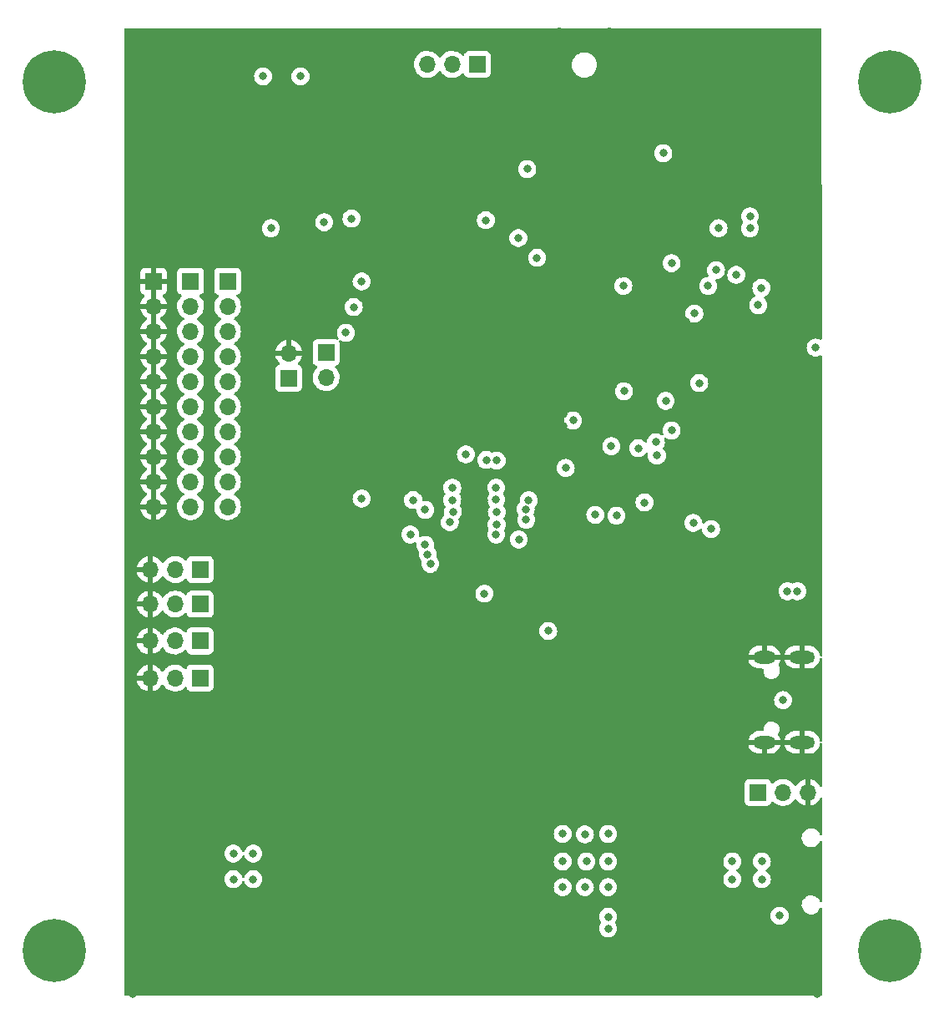
<source format=gbr>
%TF.GenerationSoftware,KiCad,Pcbnew,(6.0.7)*%
%TF.CreationDate,2023-04-27T13:47:55+08:00*%
%TF.ProjectId,Engineering 2023 UAV flight controller,456e6769-6e65-4657-9269-6e6720323032,1*%
%TF.SameCoordinates,Original*%
%TF.FileFunction,Copper,L2,Inr*%
%TF.FilePolarity,Positive*%
%FSLAX46Y46*%
G04 Gerber Fmt 4.6, Leading zero omitted, Abs format (unit mm)*
G04 Created by KiCad (PCBNEW (6.0.7)) date 2023-04-27 13:47:55*
%MOMM*%
%LPD*%
G01*
G04 APERTURE LIST*
%TA.AperFunction,ComponentPad*%
%ADD10R,1.700000X1.700000*%
%TD*%
%TA.AperFunction,ComponentPad*%
%ADD11O,1.700000X1.700000*%
%TD*%
%TA.AperFunction,ComponentPad*%
%ADD12C,0.800000*%
%TD*%
%TA.AperFunction,ComponentPad*%
%ADD13C,6.400000*%
%TD*%
%TA.AperFunction,ComponentPad*%
%ADD14O,2.300000X1.300000*%
%TD*%
%TA.AperFunction,ComponentPad*%
%ADD15O,2.600000X1.300000*%
%TD*%
%TA.AperFunction,ComponentPad*%
%ADD16C,2.500000*%
%TD*%
%TA.AperFunction,ViaPad*%
%ADD17C,0.800000*%
%TD*%
G04 APERTURE END LIST*
D10*
%TO.N,/Elevator Left PWM*%
%TO.C,M3*%
X124200000Y-104650000D03*
D11*
%TO.N,/Servo 6V rail*%
X121660000Y-104650000D03*
%TO.N,GND*%
X119120000Y-104650000D03*
%TD*%
D10*
%TO.N,/SWCLK*%
%TO.C,J8*%
X137000000Y-75400000D03*
D11*
%TO.N,/SWD*%
X137000000Y-77940000D03*
%TD*%
D10*
%TO.N,/External_pin_1*%
%TO.C,J6*%
X127000000Y-68175000D03*
D11*
%TO.N,/External_pin_2*%
X127000000Y-70715000D03*
%TO.N,/External_pin_3*%
X127000000Y-73255000D03*
%TO.N,/External_pin_4*%
X127000000Y-75795000D03*
%TO.N,/External_pin_5*%
X127000000Y-78335000D03*
%TO.N,/External_pin_6*%
X127000000Y-80875000D03*
%TO.N,/External_pin_7*%
X127000000Y-83415000D03*
%TO.N,/External_pin_8*%
X127000000Y-85955000D03*
%TO.N,/External_pin_9*%
X127000000Y-88495000D03*
%TO.N,/External_pin_10*%
X127000000Y-91035000D03*
%TD*%
D12*
%TO.N,GND*%
%TO.C,H2*%
X195897056Y-46302944D03*
X194200000Y-50400000D03*
X195897056Y-49697056D03*
X192502944Y-46302944D03*
X192502944Y-49697056D03*
X194200000Y-45600000D03*
D13*
X194200000Y-48000000D03*
D12*
X191800000Y-48000000D03*
X196600000Y-48000000D03*
%TD*%
%TO.N,GND*%
%TO.C,H1*%
X111097056Y-134302944D03*
X111800000Y-136000000D03*
X109400000Y-138400000D03*
X109400000Y-133600000D03*
X111097056Y-137697056D03*
D13*
X109400000Y-136000000D03*
D12*
X107702944Y-134302944D03*
X107000000Y-136000000D03*
X107702944Y-137697056D03*
%TD*%
D10*
%TO.N,GND*%
%TO.C,J7*%
X119500000Y-68170000D03*
D11*
X119500000Y-70710000D03*
X119500000Y-73250000D03*
X119500000Y-75790000D03*
X119500000Y-78330000D03*
X119500000Y-80870000D03*
X119500000Y-83410000D03*
X119500000Y-85950000D03*
X119500000Y-88490000D03*
X119500000Y-91030000D03*
%TD*%
D12*
%TO.N,GND*%
%TO.C,H4*%
X107702944Y-46302944D03*
X111097056Y-49697056D03*
X109400000Y-45600000D03*
D13*
X109400000Y-48000000D03*
D12*
X111800000Y-48000000D03*
X111097056Y-46302944D03*
X107000000Y-48000000D03*
X109400000Y-50400000D03*
X107702944Y-49697056D03*
%TD*%
D10*
%TO.N,/Aileron Left PWM*%
%TO.C,M1*%
X124225000Y-97400000D03*
D11*
%TO.N,/Servo 6V rail*%
X121685000Y-97400000D03*
%TO.N,GND*%
X119145000Y-97400000D03*
%TD*%
D10*
%TO.N,/Elevator Right PWM*%
%TO.C,M4*%
X124200000Y-108400000D03*
D11*
%TO.N,/Servo 6V rail*%
X121660000Y-108400000D03*
%TO.N,GND*%
X119120000Y-108400000D03*
%TD*%
D10*
%TO.N,/ESC PWM*%
%TO.C,J2*%
X180800000Y-120000000D03*
D11*
%TO.N,/ESC positive rail*%
X183340000Y-120000000D03*
%TO.N,GND*%
X185880000Y-120000000D03*
%TD*%
D10*
%TO.N,/Aileron Right PWM*%
%TO.C,M2*%
X124225000Y-100900000D03*
D11*
%TO.N,/Servo 6V rail*%
X121685000Y-100900000D03*
%TO.N,GND*%
X119145000Y-100900000D03*
%TD*%
D12*
%TO.N,GND*%
%TO.C,H3*%
X195897056Y-137697056D03*
X192502944Y-134302944D03*
X195897056Y-134302944D03*
X194200000Y-133600000D03*
X196600000Y-136000000D03*
D13*
X194200000Y-136000000D03*
D12*
X191800000Y-136000000D03*
X192502944Y-137697056D03*
X194200000Y-138400000D03*
%TD*%
D10*
%TO.N,/RUN*%
%TO.C,J9*%
X133200000Y-78000000D03*
D11*
%TO.N,GND*%
X133200000Y-75460000D03*
%TD*%
D14*
%TO.N,GND*%
%TO.C,J3*%
X181450000Y-114920000D03*
D15*
X185275000Y-114920000D03*
D14*
X181450000Y-106280000D03*
D15*
X185275000Y-106280000D03*
%TD*%
D10*
%TO.N,/3.3v rail*%
%TO.C,J5*%
X123250000Y-68170000D03*
D11*
X123250000Y-70710000D03*
X123250000Y-73250000D03*
X123250000Y-75790000D03*
X123250000Y-78330000D03*
X123250000Y-80870000D03*
X123250000Y-83410000D03*
X123250000Y-85950000D03*
X123250000Y-88490000D03*
X123250000Y-91030000D03*
%TD*%
D10*
%TO.N,/DIO1*%
%TO.C,J10*%
X152340000Y-46200000D03*
D11*
%TO.N,/DIO2*%
X149800000Y-46200000D03*
%TO.N,/DIO3*%
X147260000Y-46200000D03*
%TD*%
D16*
%TO.N,GND*%
%TO.C,J4*%
X160660000Y-48790000D03*
X165740000Y-43710000D03*
X160660000Y-43710000D03*
X165740000Y-48790000D03*
%TD*%
D17*
%TO.N,GND*%
X153050000Y-90350000D03*
X133400000Y-63600000D03*
X167150000Y-70250000D03*
X159800000Y-82850000D03*
X177200000Y-50600000D03*
X159050000Y-69850000D03*
X142800000Y-69850000D03*
X136800000Y-134775000D03*
X155300000Y-69850000D03*
X152050000Y-91350000D03*
X162325000Y-73925000D03*
X117800000Y-63600000D03*
X151050000Y-90350000D03*
X152800000Y-69850000D03*
X165300000Y-89100000D03*
X184800000Y-83100000D03*
X160050000Y-70300000D03*
X135600000Y-43200000D03*
X134000000Y-138575000D03*
X183800000Y-92100000D03*
X147800000Y-69850000D03*
X162300000Y-76600000D03*
X142800000Y-79850000D03*
X156600000Y-106600000D03*
X153550000Y-82850000D03*
X162300000Y-79100000D03*
X186800000Y-140400000D03*
X154800000Y-82850000D03*
X118000000Y-49800000D03*
X142800000Y-82350000D03*
X180800000Y-72324999D03*
X157800000Y-69850000D03*
X134000000Y-130575000D03*
X161675000Y-71525000D03*
X161050000Y-80500000D03*
X173850000Y-108325000D03*
X149050000Y-69850000D03*
X142800000Y-81100000D03*
X142800000Y-74850000D03*
X142800000Y-73600000D03*
X151300000Y-82850000D03*
X142800000Y-78600000D03*
X144800000Y-99350000D03*
X161050000Y-82850000D03*
X147775000Y-100375000D03*
X152400000Y-124200000D03*
X157300000Y-82850000D03*
X179000000Y-48400000D03*
X161575000Y-94350000D03*
X173850000Y-113825000D03*
X153050000Y-92350000D03*
X118600000Y-139400000D03*
X143200000Y-138575000D03*
X142075000Y-90350000D03*
X151550000Y-69850000D03*
X146275000Y-99375000D03*
X142800000Y-71100000D03*
X162300000Y-80350000D03*
X118600000Y-132600000D03*
X186200000Y-133200000D03*
X142800000Y-77350000D03*
X156050000Y-103600000D03*
X170650000Y-66350000D03*
X176950000Y-72450000D03*
X141400000Y-45200000D03*
X173800000Y-49400000D03*
X140400000Y-134775000D03*
X161675000Y-72725000D03*
X147300000Y-82850000D03*
X154050000Y-69850000D03*
X180950000Y-66450000D03*
X173550000Y-72250000D03*
X146050000Y-82850000D03*
X184850000Y-63000000D03*
X166950000Y-72250000D03*
X184800000Y-92100000D03*
X184800000Y-43200000D03*
X161050000Y-81700000D03*
X156050000Y-82850000D03*
X161075000Y-135025000D03*
X186200000Y-139400000D03*
X162475000Y-120025000D03*
X162200000Y-64000000D03*
X175600000Y-88050000D03*
X146550000Y-69850000D03*
X151050000Y-92350000D03*
X161250000Y-70300000D03*
X144800000Y-45200000D03*
X144800000Y-82850000D03*
X164275000Y-120025000D03*
X167875000Y-98600000D03*
X158550000Y-82850000D03*
X166950500Y-67400000D03*
X141825000Y-93825000D03*
X144050000Y-69850000D03*
X161550000Y-90375000D03*
X142800000Y-72350000D03*
X162325000Y-75175000D03*
X143200000Y-130575000D03*
X117400000Y-140400000D03*
X162300000Y-77850000D03*
X138600000Y-134775000D03*
X142800000Y-76100000D03*
X168000000Y-43200000D03*
X156600000Y-129600000D03*
X168300000Y-88600000D03*
X154050000Y-102850000D03*
X158050000Y-102350000D03*
X150300000Y-69850000D03*
X138600000Y-112200000D03*
X145300000Y-69850000D03*
X170400000Y-129600000D03*
X170400000Y-106600000D03*
X156550000Y-69850000D03*
X165800000Y-81300000D03*
X155525000Y-102850000D03*
X176600000Y-129600000D03*
X143550000Y-82850000D03*
%TO.N,/3.3v rail*%
X161300000Y-87100000D03*
X153050000Y-99850000D03*
X172050000Y-66350000D03*
X161000000Y-129600000D03*
X165600000Y-129600000D03*
X147300000Y-95850000D03*
X183800000Y-99600000D03*
X159525000Y-103625000D03*
X151175000Y-85725000D03*
X145550000Y-93850000D03*
X165925000Y-84900000D03*
X163400000Y-127000000D03*
X161000000Y-127000000D03*
X167150000Y-68650000D03*
X165600000Y-127000000D03*
X163250000Y-129600000D03*
X139575000Y-61825000D03*
X167225000Y-79325000D03*
X172050000Y-83300000D03*
X176550000Y-67050000D03*
X178600000Y-67524999D03*
X157550000Y-90370000D03*
X165600000Y-124200000D03*
X145825000Y-90350000D03*
X169300000Y-90600000D03*
X180825000Y-70600001D03*
X184800000Y-99600000D03*
X147575000Y-96825000D03*
X170550000Y-85850000D03*
X161000000Y-124200000D03*
X186650000Y-74900000D03*
X163250000Y-124250000D03*
X174353545Y-71450000D03*
X156550000Y-94350000D03*
%TO.N,/USB_C positive rail*%
X183360051Y-110639949D03*
X183000000Y-132500000D03*
%TO.N,/microSD_CS*%
X154320000Y-91570000D03*
X171450000Y-80300000D03*
%TO.N,/microSD_MOSI*%
X154250000Y-90300000D03*
X174850000Y-78500000D03*
%TO.N,/microSD_CLK*%
X176050000Y-93300000D03*
X157250000Y-91300000D03*
%TO.N,/microSD_MISO*%
X174250000Y-92675500D03*
X157300000Y-92350000D03*
%TO.N,/ESC PWM*%
X147050000Y-91350000D03*
X147050000Y-94900000D03*
%TO.N,/External_pin_1*%
X154300000Y-86350000D03*
X140600000Y-68200000D03*
%TO.N,/External_pin_2*%
X139800000Y-70800000D03*
X153250000Y-86300000D03*
%TO.N,/External_pin_3*%
X154250000Y-89100000D03*
X139000000Y-73400000D03*
%TO.N,/External_pin_10*%
X149800000Y-90350000D03*
X140600000Y-90200000D03*
%TO.N,/IMU_SDA*%
X166450000Y-91950000D03*
X170450000Y-84500000D03*
%TO.N,/IMU_SCL*%
X168650000Y-85100000D03*
X164300000Y-91850000D03*
%TO.N,/IMU_AUX_SDA*%
X181150000Y-68850000D03*
X175750000Y-68650000D03*
%TO.N,/NEO_RXD*%
X180000000Y-61600000D03*
X154250000Y-93850000D03*
%TO.N,/NEO_TXD*%
X154300000Y-92850000D03*
X180000000Y-62800000D03*
%TO.N,/LORA_MISO*%
X136800000Y-62200000D03*
X158400000Y-65800000D03*
%TO.N,/LORA_BUSY*%
X134400000Y-47400000D03*
X162050000Y-82300000D03*
%TO.N,/RUN*%
X149800000Y-89100000D03*
%TO.N,/LORA_RX_EN*%
X131400000Y-62800000D03*
X149866589Y-91533411D03*
%TO.N,/LORA_TX_EN*%
X149550000Y-92600000D03*
X130600000Y-47400000D03*
%TO.N,/reg in*%
X181200000Y-127000000D03*
X181200000Y-128800000D03*
X165600000Y-133800000D03*
X178200000Y-128800000D03*
X129600000Y-128800000D03*
X129600000Y-126200000D03*
X153200000Y-62000000D03*
X157400000Y-56800000D03*
X178200000Y-127000000D03*
X127600000Y-126200000D03*
X127600000Y-128800000D03*
X165600000Y-132600000D03*
%TO.N,/NEO 3.3v rail*%
X156500000Y-63800000D03*
%TO.N,/NEO_FB_TXD*%
X171200000Y-55200000D03*
X176800000Y-62800000D03*
%TD*%
%TA.AperFunction,Conductor*%
%TO.N,GND*%
G36*
X187197306Y-42528502D02*
G01*
X187243799Y-42582158D01*
X187255185Y-42634372D01*
X187287088Y-73995432D01*
X187267156Y-74063571D01*
X187213548Y-74110118D01*
X187143284Y-74120294D01*
X187107220Y-74107832D01*
X187106752Y-74108882D01*
X186938319Y-74033891D01*
X186938318Y-74033891D01*
X186932288Y-74031206D01*
X186838888Y-74011353D01*
X186751944Y-73992872D01*
X186751939Y-73992872D01*
X186745487Y-73991500D01*
X186554513Y-73991500D01*
X186548061Y-73992872D01*
X186548056Y-73992872D01*
X186461112Y-74011353D01*
X186367712Y-74031206D01*
X186361682Y-74033891D01*
X186361681Y-74033891D01*
X186199278Y-74106197D01*
X186199276Y-74106198D01*
X186193248Y-74108882D01*
X186187907Y-74112762D01*
X186187906Y-74112763D01*
X186159144Y-74133660D01*
X186038747Y-74221134D01*
X186034326Y-74226044D01*
X186034325Y-74226045D01*
X185942325Y-74328222D01*
X185910960Y-74363056D01*
X185874679Y-74425896D01*
X185819311Y-74521797D01*
X185815473Y-74528444D01*
X185756458Y-74710072D01*
X185755768Y-74716633D01*
X185755768Y-74716635D01*
X185750093Y-74770635D01*
X185736496Y-74900000D01*
X185756458Y-75089928D01*
X185815473Y-75271556D01*
X185910960Y-75436944D01*
X185915378Y-75441851D01*
X185915379Y-75441852D01*
X185987952Y-75522452D01*
X186038747Y-75578866D01*
X186137843Y-75650864D01*
X186174538Y-75677524D01*
X186193248Y-75691118D01*
X186199276Y-75693802D01*
X186199278Y-75693803D01*
X186361681Y-75766109D01*
X186367712Y-75768794D01*
X186451699Y-75786646D01*
X186548056Y-75807128D01*
X186548061Y-75807128D01*
X186554513Y-75808500D01*
X186745487Y-75808500D01*
X186751939Y-75807128D01*
X186751944Y-75807128D01*
X186848301Y-75786646D01*
X186932288Y-75768794D01*
X186947883Y-75761851D01*
X187106752Y-75691118D01*
X187107350Y-75692461D01*
X187168923Y-75677524D01*
X187236015Y-75700745D01*
X187279902Y-75756552D01*
X187288927Y-75803253D01*
X187313425Y-99884373D01*
X187319646Y-105998971D01*
X187319729Y-106081000D01*
X187299796Y-106149141D01*
X187246188Y-106195688D01*
X187175924Y-106205864D01*
X187111313Y-106176436D01*
X187072869Y-106116749D01*
X187069549Y-106102466D01*
X187049313Y-105984701D01*
X187046333Y-105973581D01*
X186976669Y-105784748D01*
X186971719Y-105774370D01*
X186868809Y-105601394D01*
X186862045Y-105592085D01*
X186729335Y-105440757D01*
X186721000Y-105432847D01*
X186562931Y-105308236D01*
X186553280Y-105301968D01*
X186375164Y-105208257D01*
X186364521Y-105203848D01*
X186172316Y-105144167D01*
X186161054Y-105141773D01*
X185997678Y-105122437D01*
X185990272Y-105122000D01*
X185547115Y-105122000D01*
X185531876Y-105126475D01*
X185530671Y-105127865D01*
X185529000Y-105135548D01*
X185529000Y-107419885D01*
X185533475Y-107435124D01*
X185534865Y-107436329D01*
X185542548Y-107438000D01*
X185976092Y-107438000D01*
X185981881Y-107437734D01*
X186131176Y-107424016D01*
X186142497Y-107421918D01*
X186336203Y-107367287D01*
X186346950Y-107363163D01*
X186527466Y-107274141D01*
X186537273Y-107268131D01*
X186698549Y-107147701D01*
X186707089Y-107140011D01*
X186843720Y-106992206D01*
X186850721Y-106983081D01*
X186958125Y-106812856D01*
X186963346Y-106802609D01*
X187037930Y-106615663D01*
X187041197Y-106604635D01*
X187070557Y-106457029D01*
X187103464Y-106394119D01*
X187165159Y-106358987D01*
X187236054Y-106362787D01*
X187293640Y-106404312D01*
X187319634Y-106470379D01*
X187320136Y-106481482D01*
X187322911Y-109208699D01*
X187328463Y-114666000D01*
X187328571Y-114772456D01*
X187308638Y-114840597D01*
X187255030Y-114887144D01*
X187184766Y-114897320D01*
X187120155Y-114867892D01*
X187081711Y-114808205D01*
X187078391Y-114793922D01*
X187049313Y-114624701D01*
X187046333Y-114613581D01*
X186976669Y-114424748D01*
X186971719Y-114414370D01*
X186868809Y-114241394D01*
X186862045Y-114232085D01*
X186729335Y-114080757D01*
X186721000Y-114072847D01*
X186562931Y-113948236D01*
X186553280Y-113941968D01*
X186375164Y-113848257D01*
X186364521Y-113843848D01*
X186172316Y-113784167D01*
X186161054Y-113781773D01*
X185997678Y-113762437D01*
X185990272Y-113762000D01*
X185547115Y-113762000D01*
X185531876Y-113766475D01*
X185530671Y-113767865D01*
X185529000Y-113775548D01*
X185529000Y-116059885D01*
X185533475Y-116075124D01*
X185534865Y-116076329D01*
X185542548Y-116078000D01*
X185976092Y-116078000D01*
X185981881Y-116077734D01*
X186131176Y-116064016D01*
X186142497Y-116061918D01*
X186336203Y-116007287D01*
X186346950Y-116003163D01*
X186527466Y-115914141D01*
X186537273Y-115908131D01*
X186698549Y-115787701D01*
X186707089Y-115780011D01*
X186843720Y-115632206D01*
X186850721Y-115623081D01*
X186958125Y-115452856D01*
X186963346Y-115442609D01*
X187037930Y-115255663D01*
X187041197Y-115244635D01*
X187079302Y-115053066D01*
X187112209Y-114990156D01*
X187173904Y-114955024D01*
X187244799Y-114958824D01*
X187302385Y-115000350D01*
X187328380Y-115066416D01*
X187328881Y-115077519D01*
X187333207Y-119330420D01*
X187313274Y-119398561D01*
X187259666Y-119445108D01*
X187189402Y-119455284D01*
X187124791Y-119425856D01*
X187091657Y-119380788D01*
X187082976Y-119360821D01*
X187078105Y-119351739D01*
X186962426Y-119172926D01*
X186956136Y-119164757D01*
X186812806Y-119007240D01*
X186805273Y-119000215D01*
X186638139Y-118868222D01*
X186629552Y-118862517D01*
X186443117Y-118759599D01*
X186433705Y-118755369D01*
X186232959Y-118684280D01*
X186222988Y-118681646D01*
X186151837Y-118668972D01*
X186138540Y-118670432D01*
X186134000Y-118684989D01*
X186134000Y-121318517D01*
X186138064Y-121332359D01*
X186151478Y-121334393D01*
X186158184Y-121333534D01*
X186168262Y-121331392D01*
X186372255Y-121270191D01*
X186381842Y-121266433D01*
X186573095Y-121172739D01*
X186581945Y-121167464D01*
X186755328Y-121043792D01*
X186763200Y-121037139D01*
X186914052Y-120886812D01*
X186920730Y-120878965D01*
X187045003Y-120706020D01*
X187050313Y-120697183D01*
X187095604Y-120605544D01*
X187143718Y-120553337D01*
X187212419Y-120535430D01*
X187279895Y-120557508D01*
X187324723Y-120612562D01*
X187334561Y-120661243D01*
X187338171Y-124210077D01*
X187318238Y-124278218D01*
X187264630Y-124324765D01*
X187194366Y-124334941D01*
X187129755Y-124305513D01*
X187093921Y-124253712D01*
X187068141Y-124183643D01*
X187068139Y-124183639D01*
X187065937Y-124177654D01*
X186963326Y-124012160D01*
X186829534Y-123870678D01*
X186769218Y-123828444D01*
X186675259Y-123762654D01*
X186670025Y-123758989D01*
X186622013Y-123738212D01*
X186497175Y-123684190D01*
X186497171Y-123684189D01*
X186491316Y-123681655D01*
X186485069Y-123680350D01*
X186485066Y-123680349D01*
X186305443Y-123642824D01*
X186305438Y-123642823D01*
X186300707Y-123641835D01*
X186294315Y-123641500D01*
X186151337Y-123641500D01*
X186082049Y-123648538D01*
X186012622Y-123655590D01*
X186012621Y-123655590D01*
X186006273Y-123656235D01*
X186000169Y-123658148D01*
X185826549Y-123712556D01*
X185826544Y-123712558D01*
X185820459Y-123714465D01*
X185744713Y-123756452D01*
X185655729Y-123805777D01*
X185655726Y-123805779D01*
X185650150Y-123808870D01*
X185645309Y-123813019D01*
X185645305Y-123813022D01*
X185507145Y-123931440D01*
X185502302Y-123935591D01*
X185382954Y-124089453D01*
X185380138Y-124095176D01*
X185380136Y-124095179D01*
X185307185Y-124243435D01*
X185296982Y-124264171D01*
X185295373Y-124270349D01*
X185295372Y-124270351D01*
X185251201Y-124439928D01*
X185247898Y-124452607D01*
X185247564Y-124458986D01*
X185239044Y-124621556D01*
X185237707Y-124647064D01*
X185266825Y-124839599D01*
X185269028Y-124845585D01*
X185269029Y-124845591D01*
X185331860Y-125016360D01*
X185331862Y-125016365D01*
X185334063Y-125022346D01*
X185337425Y-125027768D01*
X185393864Y-125118794D01*
X185436674Y-125187840D01*
X185570466Y-125329322D01*
X185729975Y-125441011D01*
X185735838Y-125443548D01*
X185902825Y-125515810D01*
X185902829Y-125515811D01*
X185908684Y-125518345D01*
X185914931Y-125519650D01*
X185914934Y-125519651D01*
X186094557Y-125557176D01*
X186094562Y-125557177D01*
X186099293Y-125558165D01*
X186105685Y-125558500D01*
X186248663Y-125558500D01*
X186317951Y-125551462D01*
X186387378Y-125544410D01*
X186387379Y-125544410D01*
X186393727Y-125543765D01*
X186450272Y-125526045D01*
X186573451Y-125487444D01*
X186573456Y-125487442D01*
X186579541Y-125485535D01*
X186710824Y-125412763D01*
X186744271Y-125394223D01*
X186744274Y-125394221D01*
X186749850Y-125391130D01*
X186754691Y-125386981D01*
X186754695Y-125386978D01*
X186892855Y-125268560D01*
X186897698Y-125264409D01*
X187017046Y-125110547D01*
X187019866Y-125104817D01*
X187019868Y-125104813D01*
X187099919Y-124942130D01*
X187147941Y-124889839D01*
X187216611Y-124871813D01*
X187284126Y-124893773D01*
X187329050Y-124948749D01*
X187338973Y-124997630D01*
X187342033Y-128006197D01*
X187345108Y-131028931D01*
X187325175Y-131097072D01*
X187271567Y-131143619D01*
X187201303Y-131153795D01*
X187136692Y-131124367D01*
X187100858Y-131072566D01*
X187068141Y-130983643D01*
X187068139Y-130983639D01*
X187065937Y-130977654D01*
X186963326Y-130812160D01*
X186829534Y-130670678D01*
X186670025Y-130558989D01*
X186622013Y-130538212D01*
X186497175Y-130484190D01*
X186497171Y-130484189D01*
X186491316Y-130481655D01*
X186485069Y-130480350D01*
X186485066Y-130480349D01*
X186305443Y-130442824D01*
X186305438Y-130442823D01*
X186300707Y-130441835D01*
X186294315Y-130441500D01*
X186151337Y-130441500D01*
X186082049Y-130448538D01*
X186012622Y-130455590D01*
X186012621Y-130455590D01*
X186006273Y-130456235D01*
X185974765Y-130466109D01*
X185826549Y-130512556D01*
X185826544Y-130512558D01*
X185820459Y-130514465D01*
X185744713Y-130556452D01*
X185655729Y-130605777D01*
X185655726Y-130605779D01*
X185650150Y-130608870D01*
X185645309Y-130613019D01*
X185645305Y-130613022D01*
X185582311Y-130667015D01*
X185502302Y-130735591D01*
X185382954Y-130889453D01*
X185380138Y-130895176D01*
X185380136Y-130895179D01*
X185314322Y-131028931D01*
X185296982Y-131064171D01*
X185295373Y-131070349D01*
X185295372Y-131070351D01*
X185273637Y-131153795D01*
X185247898Y-131252607D01*
X185237707Y-131447064D01*
X185266825Y-131639599D01*
X185269028Y-131645585D01*
X185269029Y-131645591D01*
X185331860Y-131816360D01*
X185331862Y-131816365D01*
X185334063Y-131822346D01*
X185337425Y-131827768D01*
X185424853Y-131968774D01*
X185436674Y-131987840D01*
X185441055Y-131992473D01*
X185441056Y-131992474D01*
X185504312Y-132059366D01*
X185570466Y-132129322D01*
X185729975Y-132241011D01*
X185735838Y-132243548D01*
X185902825Y-132315810D01*
X185902829Y-132315811D01*
X185908684Y-132318345D01*
X185914931Y-132319650D01*
X185914934Y-132319651D01*
X186094557Y-132357176D01*
X186094562Y-132357177D01*
X186099293Y-132358165D01*
X186105685Y-132358500D01*
X186248663Y-132358500D01*
X186317951Y-132351462D01*
X186387378Y-132344410D01*
X186387379Y-132344410D01*
X186393727Y-132343765D01*
X186480300Y-132316635D01*
X186573451Y-132287444D01*
X186573456Y-132287442D01*
X186579541Y-132285535D01*
X186692859Y-132222721D01*
X186744271Y-132194223D01*
X186744274Y-132194221D01*
X186749850Y-132191130D01*
X186754691Y-132186981D01*
X186754695Y-132186978D01*
X186892855Y-132068560D01*
X186897698Y-132064409D01*
X187017046Y-131910547D01*
X187103018Y-131735829D01*
X187103085Y-131735570D01*
X187144261Y-131680448D01*
X187210756Y-131655569D01*
X187280146Y-131670590D01*
X187330399Y-131720741D01*
X187345873Y-131781111D01*
X187354714Y-140471074D01*
X187334781Y-140539215D01*
X187281173Y-140585762D01*
X187228719Y-140597202D01*
X158295091Y-140598347D01*
X116626005Y-140599995D01*
X116557883Y-140579996D01*
X116511388Y-140526342D01*
X116500000Y-140473995D01*
X116500000Y-133800000D01*
X164686496Y-133800000D01*
X164706458Y-133989928D01*
X164765473Y-134171556D01*
X164860960Y-134336944D01*
X164988747Y-134478866D01*
X165143248Y-134591118D01*
X165149276Y-134593802D01*
X165149278Y-134593803D01*
X165311681Y-134666109D01*
X165317712Y-134668794D01*
X165411113Y-134688647D01*
X165498056Y-134707128D01*
X165498061Y-134707128D01*
X165504513Y-134708500D01*
X165695487Y-134708500D01*
X165701939Y-134707128D01*
X165701944Y-134707128D01*
X165788887Y-134688647D01*
X165882288Y-134668794D01*
X165888319Y-134666109D01*
X166050722Y-134593803D01*
X166050724Y-134593802D01*
X166056752Y-134591118D01*
X166211253Y-134478866D01*
X166339040Y-134336944D01*
X166434527Y-134171556D01*
X166493542Y-133989928D01*
X166513504Y-133800000D01*
X166493542Y-133610072D01*
X166434527Y-133428444D01*
X166339040Y-133263056D01*
X166341777Y-133261476D01*
X166322351Y-133207653D01*
X166338178Y-133138443D01*
X166339114Y-133136987D01*
X166339040Y-133136944D01*
X166431223Y-132977279D01*
X166431224Y-132977278D01*
X166434527Y-132971556D01*
X166493542Y-132789928D01*
X166503393Y-132696206D01*
X166512814Y-132606565D01*
X166513504Y-132600000D01*
X166502994Y-132500000D01*
X182086496Y-132500000D01*
X182106458Y-132689928D01*
X182165473Y-132871556D01*
X182260960Y-133036944D01*
X182388747Y-133178866D01*
X182543248Y-133291118D01*
X182549276Y-133293802D01*
X182549278Y-133293803D01*
X182711681Y-133366109D01*
X182717712Y-133368794D01*
X182811113Y-133388647D01*
X182898056Y-133407128D01*
X182898061Y-133407128D01*
X182904513Y-133408500D01*
X183095487Y-133408500D01*
X183101939Y-133407128D01*
X183101944Y-133407128D01*
X183188887Y-133388647D01*
X183282288Y-133368794D01*
X183288319Y-133366109D01*
X183450722Y-133293803D01*
X183450724Y-133293802D01*
X183456752Y-133291118D01*
X183611253Y-133178866D01*
X183739040Y-133036944D01*
X183834527Y-132871556D01*
X183893542Y-132689928D01*
X183913504Y-132500000D01*
X183904052Y-132410072D01*
X183894232Y-132316635D01*
X183894232Y-132316633D01*
X183893542Y-132310072D01*
X183834527Y-132128444D01*
X183739040Y-131963056D01*
X183611253Y-131821134D01*
X183485590Y-131729834D01*
X183462094Y-131712763D01*
X183462093Y-131712762D01*
X183456752Y-131708882D01*
X183450724Y-131706198D01*
X183450722Y-131706197D01*
X183288319Y-131633891D01*
X183288318Y-131633891D01*
X183282288Y-131631206D01*
X183188888Y-131611353D01*
X183101944Y-131592872D01*
X183101939Y-131592872D01*
X183095487Y-131591500D01*
X182904513Y-131591500D01*
X182898061Y-131592872D01*
X182898056Y-131592872D01*
X182811112Y-131611353D01*
X182717712Y-131631206D01*
X182711682Y-131633891D01*
X182711681Y-131633891D01*
X182549278Y-131706197D01*
X182549276Y-131706198D01*
X182543248Y-131708882D01*
X182537907Y-131712762D01*
X182537906Y-131712763D01*
X182514410Y-131729834D01*
X182388747Y-131821134D01*
X182260960Y-131963056D01*
X182165473Y-132128444D01*
X182106458Y-132310072D01*
X182105768Y-132316633D01*
X182105768Y-132316635D01*
X182095948Y-132410072D01*
X182086496Y-132500000D01*
X166502994Y-132500000D01*
X166493542Y-132410072D01*
X166434527Y-132228444D01*
X166414770Y-132194223D01*
X166397314Y-132163990D01*
X166339040Y-132063056D01*
X166211253Y-131921134D01*
X166075284Y-131822346D01*
X166062094Y-131812763D01*
X166062093Y-131812762D01*
X166056752Y-131808882D01*
X166050724Y-131806198D01*
X166050722Y-131806197D01*
X165888319Y-131733891D01*
X165888318Y-131733891D01*
X165882288Y-131731206D01*
X165788887Y-131711353D01*
X165701944Y-131692872D01*
X165701939Y-131692872D01*
X165695487Y-131691500D01*
X165504513Y-131691500D01*
X165498061Y-131692872D01*
X165498056Y-131692872D01*
X165411113Y-131711353D01*
X165317712Y-131731206D01*
X165311682Y-131733891D01*
X165311681Y-131733891D01*
X165149278Y-131806197D01*
X165149276Y-131806198D01*
X165143248Y-131808882D01*
X165137907Y-131812762D01*
X165137906Y-131812763D01*
X165124716Y-131822346D01*
X164988747Y-131921134D01*
X164860960Y-132063056D01*
X164802686Y-132163990D01*
X164785231Y-132194223D01*
X164765473Y-132228444D01*
X164706458Y-132410072D01*
X164686496Y-132600000D01*
X164687186Y-132606565D01*
X164696608Y-132696206D01*
X164706458Y-132789928D01*
X164765473Y-132971556D01*
X164768776Y-132977278D01*
X164768777Y-132977279D01*
X164860960Y-133136944D01*
X164858223Y-133138524D01*
X164877649Y-133192347D01*
X164861822Y-133261557D01*
X164860886Y-133263013D01*
X164860960Y-133263056D01*
X164765473Y-133428444D01*
X164706458Y-133610072D01*
X164686496Y-133800000D01*
X116500000Y-133800000D01*
X116500000Y-128800000D01*
X126686496Y-128800000D01*
X126687186Y-128806565D01*
X126702993Y-128956956D01*
X126706458Y-128989928D01*
X126765473Y-129171556D01*
X126860960Y-129336944D01*
X126988747Y-129478866D01*
X127143248Y-129591118D01*
X127149276Y-129593802D01*
X127149278Y-129593803D01*
X127311681Y-129666109D01*
X127317712Y-129668794D01*
X127411112Y-129688647D01*
X127498056Y-129707128D01*
X127498061Y-129707128D01*
X127504513Y-129708500D01*
X127695487Y-129708500D01*
X127701939Y-129707128D01*
X127701944Y-129707128D01*
X127788888Y-129688647D01*
X127882288Y-129668794D01*
X127888319Y-129666109D01*
X128050722Y-129593803D01*
X128050724Y-129593802D01*
X128056752Y-129591118D01*
X128211253Y-129478866D01*
X128339040Y-129336944D01*
X128434527Y-129171556D01*
X128480167Y-129031090D01*
X128520241Y-128972486D01*
X128585637Y-128944849D01*
X128655594Y-128956956D01*
X128707900Y-129004962D01*
X128719832Y-129031089D01*
X128765473Y-129171556D01*
X128860960Y-129336944D01*
X128988747Y-129478866D01*
X129143248Y-129591118D01*
X129149276Y-129593802D01*
X129149278Y-129593803D01*
X129311681Y-129666109D01*
X129317712Y-129668794D01*
X129411112Y-129688647D01*
X129498056Y-129707128D01*
X129498061Y-129707128D01*
X129504513Y-129708500D01*
X129695487Y-129708500D01*
X129701939Y-129707128D01*
X129701944Y-129707128D01*
X129788888Y-129688647D01*
X129882288Y-129668794D01*
X129888319Y-129666109D01*
X130036803Y-129600000D01*
X160086496Y-129600000D01*
X160106458Y-129789928D01*
X160165473Y-129971556D01*
X160260960Y-130136944D01*
X160388747Y-130278866D01*
X160543248Y-130391118D01*
X160549276Y-130393802D01*
X160549278Y-130393803D01*
X160711681Y-130466109D01*
X160717712Y-130468794D01*
X160811113Y-130488647D01*
X160898056Y-130507128D01*
X160898061Y-130507128D01*
X160904513Y-130508500D01*
X161095487Y-130508500D01*
X161101939Y-130507128D01*
X161101944Y-130507128D01*
X161188887Y-130488647D01*
X161282288Y-130468794D01*
X161288319Y-130466109D01*
X161450722Y-130393803D01*
X161450724Y-130393802D01*
X161456752Y-130391118D01*
X161611253Y-130278866D01*
X161739040Y-130136944D01*
X161834527Y-129971556D01*
X161893542Y-129789928D01*
X161913504Y-129600000D01*
X162336496Y-129600000D01*
X162356458Y-129789928D01*
X162415473Y-129971556D01*
X162510960Y-130136944D01*
X162638747Y-130278866D01*
X162793248Y-130391118D01*
X162799276Y-130393802D01*
X162799278Y-130393803D01*
X162961681Y-130466109D01*
X162967712Y-130468794D01*
X163061113Y-130488647D01*
X163148056Y-130507128D01*
X163148061Y-130507128D01*
X163154513Y-130508500D01*
X163345487Y-130508500D01*
X163351939Y-130507128D01*
X163351944Y-130507128D01*
X163438887Y-130488647D01*
X163532288Y-130468794D01*
X163538319Y-130466109D01*
X163700722Y-130393803D01*
X163700724Y-130393802D01*
X163706752Y-130391118D01*
X163861253Y-130278866D01*
X163989040Y-130136944D01*
X164084527Y-129971556D01*
X164143542Y-129789928D01*
X164163504Y-129600000D01*
X164686496Y-129600000D01*
X164706458Y-129789928D01*
X164765473Y-129971556D01*
X164860960Y-130136944D01*
X164988747Y-130278866D01*
X165143248Y-130391118D01*
X165149276Y-130393802D01*
X165149278Y-130393803D01*
X165311681Y-130466109D01*
X165317712Y-130468794D01*
X165411113Y-130488647D01*
X165498056Y-130507128D01*
X165498061Y-130507128D01*
X165504513Y-130508500D01*
X165695487Y-130508500D01*
X165701939Y-130507128D01*
X165701944Y-130507128D01*
X165788887Y-130488647D01*
X165882288Y-130468794D01*
X165888319Y-130466109D01*
X166050722Y-130393803D01*
X166050724Y-130393802D01*
X166056752Y-130391118D01*
X166211253Y-130278866D01*
X166339040Y-130136944D01*
X166434527Y-129971556D01*
X166493542Y-129789928D01*
X166513504Y-129600000D01*
X166501181Y-129482749D01*
X166494232Y-129416635D01*
X166494232Y-129416633D01*
X166493542Y-129410072D01*
X166434527Y-129228444D01*
X166339040Y-129063056D01*
X166257491Y-128972486D01*
X166215675Y-128926045D01*
X166215674Y-128926044D01*
X166211253Y-128921134D01*
X166056752Y-128808882D01*
X166050724Y-128806198D01*
X166050722Y-128806197D01*
X166036803Y-128800000D01*
X177286496Y-128800000D01*
X177287186Y-128806565D01*
X177302993Y-128956956D01*
X177306458Y-128989928D01*
X177365473Y-129171556D01*
X177460960Y-129336944D01*
X177588747Y-129478866D01*
X177743248Y-129591118D01*
X177749276Y-129593802D01*
X177749278Y-129593803D01*
X177911681Y-129666109D01*
X177917712Y-129668794D01*
X178011112Y-129688647D01*
X178098056Y-129707128D01*
X178098061Y-129707128D01*
X178104513Y-129708500D01*
X178295487Y-129708500D01*
X178301939Y-129707128D01*
X178301944Y-129707128D01*
X178388888Y-129688647D01*
X178482288Y-129668794D01*
X178488319Y-129666109D01*
X178650722Y-129593803D01*
X178650724Y-129593802D01*
X178656752Y-129591118D01*
X178811253Y-129478866D01*
X178939040Y-129336944D01*
X179034527Y-129171556D01*
X179093542Y-128989928D01*
X179097008Y-128956956D01*
X179112814Y-128806565D01*
X179113504Y-128800000D01*
X180286496Y-128800000D01*
X180287186Y-128806565D01*
X180302993Y-128956956D01*
X180306458Y-128989928D01*
X180365473Y-129171556D01*
X180460960Y-129336944D01*
X180588747Y-129478866D01*
X180743248Y-129591118D01*
X180749276Y-129593802D01*
X180749278Y-129593803D01*
X180911681Y-129666109D01*
X180917712Y-129668794D01*
X181011112Y-129688647D01*
X181098056Y-129707128D01*
X181098061Y-129707128D01*
X181104513Y-129708500D01*
X181295487Y-129708500D01*
X181301939Y-129707128D01*
X181301944Y-129707128D01*
X181388888Y-129688647D01*
X181482288Y-129668794D01*
X181488319Y-129666109D01*
X181650722Y-129593803D01*
X181650724Y-129593802D01*
X181656752Y-129591118D01*
X181811253Y-129478866D01*
X181939040Y-129336944D01*
X182034527Y-129171556D01*
X182093542Y-128989928D01*
X182097008Y-128956956D01*
X182112814Y-128806565D01*
X182113504Y-128800000D01*
X182098280Y-128655151D01*
X182094232Y-128616635D01*
X182094232Y-128616633D01*
X182093542Y-128610072D01*
X182034527Y-128428444D01*
X181939040Y-128263056D01*
X181811253Y-128121134D01*
X181656752Y-128008882D01*
X181654674Y-128007957D01*
X181606788Y-127957733D01*
X181593354Y-127888019D01*
X181619743Y-127822109D01*
X181654195Y-127792256D01*
X181656752Y-127791118D01*
X181811253Y-127678866D01*
X181939040Y-127536944D01*
X182034527Y-127371556D01*
X182093542Y-127189928D01*
X182113504Y-127000000D01*
X182101181Y-126882749D01*
X182094232Y-126816635D01*
X182094232Y-126816633D01*
X182093542Y-126810072D01*
X182034527Y-126628444D01*
X181939040Y-126463056D01*
X181857491Y-126372486D01*
X181815675Y-126326045D01*
X181815674Y-126326044D01*
X181811253Y-126321134D01*
X181656752Y-126208882D01*
X181650724Y-126206198D01*
X181650722Y-126206197D01*
X181488319Y-126133891D01*
X181488318Y-126133891D01*
X181482288Y-126131206D01*
X181388887Y-126111353D01*
X181301944Y-126092872D01*
X181301939Y-126092872D01*
X181295487Y-126091500D01*
X181104513Y-126091500D01*
X181098061Y-126092872D01*
X181098056Y-126092872D01*
X181011113Y-126111353D01*
X180917712Y-126131206D01*
X180911682Y-126133891D01*
X180911681Y-126133891D01*
X180749278Y-126206197D01*
X180749276Y-126206198D01*
X180743248Y-126208882D01*
X180588747Y-126321134D01*
X180584326Y-126326044D01*
X180584325Y-126326045D01*
X180542510Y-126372486D01*
X180460960Y-126463056D01*
X180365473Y-126628444D01*
X180306458Y-126810072D01*
X180305768Y-126816633D01*
X180305768Y-126816635D01*
X180298819Y-126882749D01*
X180286496Y-127000000D01*
X180306458Y-127189928D01*
X180365473Y-127371556D01*
X180460960Y-127536944D01*
X180588747Y-127678866D01*
X180743248Y-127791118D01*
X180745326Y-127792043D01*
X180793212Y-127842267D01*
X180806646Y-127911981D01*
X180780257Y-127977891D01*
X180745805Y-128007744D01*
X180743248Y-128008882D01*
X180588747Y-128121134D01*
X180460960Y-128263056D01*
X180365473Y-128428444D01*
X180306458Y-128610072D01*
X180305768Y-128616633D01*
X180305768Y-128616635D01*
X180301720Y-128655151D01*
X180286496Y-128800000D01*
X179113504Y-128800000D01*
X179098280Y-128655151D01*
X179094232Y-128616635D01*
X179094232Y-128616633D01*
X179093542Y-128610072D01*
X179034527Y-128428444D01*
X178939040Y-128263056D01*
X178811253Y-128121134D01*
X178656752Y-128008882D01*
X178654674Y-128007957D01*
X178606788Y-127957733D01*
X178593354Y-127888019D01*
X178619743Y-127822109D01*
X178654195Y-127792256D01*
X178656752Y-127791118D01*
X178811253Y-127678866D01*
X178939040Y-127536944D01*
X179034527Y-127371556D01*
X179093542Y-127189928D01*
X179113504Y-127000000D01*
X179101181Y-126882749D01*
X179094232Y-126816635D01*
X179094232Y-126816633D01*
X179093542Y-126810072D01*
X179034527Y-126628444D01*
X178939040Y-126463056D01*
X178857491Y-126372486D01*
X178815675Y-126326045D01*
X178815674Y-126326044D01*
X178811253Y-126321134D01*
X178656752Y-126208882D01*
X178650724Y-126206198D01*
X178650722Y-126206197D01*
X178488319Y-126133891D01*
X178488318Y-126133891D01*
X178482288Y-126131206D01*
X178388887Y-126111353D01*
X178301944Y-126092872D01*
X178301939Y-126092872D01*
X178295487Y-126091500D01*
X178104513Y-126091500D01*
X178098061Y-126092872D01*
X178098056Y-126092872D01*
X178011113Y-126111353D01*
X177917712Y-126131206D01*
X177911682Y-126133891D01*
X177911681Y-126133891D01*
X177749278Y-126206197D01*
X177749276Y-126206198D01*
X177743248Y-126208882D01*
X177588747Y-126321134D01*
X177584326Y-126326044D01*
X177584325Y-126326045D01*
X177542510Y-126372486D01*
X177460960Y-126463056D01*
X177365473Y-126628444D01*
X177306458Y-126810072D01*
X177305768Y-126816633D01*
X177305768Y-126816635D01*
X177298819Y-126882749D01*
X177286496Y-127000000D01*
X177306458Y-127189928D01*
X177365473Y-127371556D01*
X177460960Y-127536944D01*
X177588747Y-127678866D01*
X177743248Y-127791118D01*
X177745326Y-127792043D01*
X177793212Y-127842267D01*
X177806646Y-127911981D01*
X177780257Y-127977891D01*
X177745805Y-128007744D01*
X177743248Y-128008882D01*
X177588747Y-128121134D01*
X177460960Y-128263056D01*
X177365473Y-128428444D01*
X177306458Y-128610072D01*
X177305768Y-128616633D01*
X177305768Y-128616635D01*
X177301720Y-128655151D01*
X177286496Y-128800000D01*
X166036803Y-128800000D01*
X165888319Y-128733891D01*
X165888318Y-128733891D01*
X165882288Y-128731206D01*
X165788888Y-128711353D01*
X165701944Y-128692872D01*
X165701939Y-128692872D01*
X165695487Y-128691500D01*
X165504513Y-128691500D01*
X165498061Y-128692872D01*
X165498056Y-128692872D01*
X165411112Y-128711353D01*
X165317712Y-128731206D01*
X165311682Y-128733891D01*
X165311681Y-128733891D01*
X165149278Y-128806197D01*
X165149276Y-128806198D01*
X165143248Y-128808882D01*
X164988747Y-128921134D01*
X164984326Y-128926044D01*
X164984325Y-128926045D01*
X164942510Y-128972486D01*
X164860960Y-129063056D01*
X164765473Y-129228444D01*
X164706458Y-129410072D01*
X164705768Y-129416633D01*
X164705768Y-129416635D01*
X164698819Y-129482749D01*
X164686496Y-129600000D01*
X164163504Y-129600000D01*
X164151181Y-129482749D01*
X164144232Y-129416635D01*
X164144232Y-129416633D01*
X164143542Y-129410072D01*
X164084527Y-129228444D01*
X163989040Y-129063056D01*
X163907491Y-128972486D01*
X163865675Y-128926045D01*
X163865674Y-128926044D01*
X163861253Y-128921134D01*
X163706752Y-128808882D01*
X163700724Y-128806198D01*
X163700722Y-128806197D01*
X163538319Y-128733891D01*
X163538318Y-128733891D01*
X163532288Y-128731206D01*
X163438888Y-128711353D01*
X163351944Y-128692872D01*
X163351939Y-128692872D01*
X163345487Y-128691500D01*
X163154513Y-128691500D01*
X163148061Y-128692872D01*
X163148056Y-128692872D01*
X163061112Y-128711353D01*
X162967712Y-128731206D01*
X162961682Y-128733891D01*
X162961681Y-128733891D01*
X162799278Y-128806197D01*
X162799276Y-128806198D01*
X162793248Y-128808882D01*
X162638747Y-128921134D01*
X162634326Y-128926044D01*
X162634325Y-128926045D01*
X162592510Y-128972486D01*
X162510960Y-129063056D01*
X162415473Y-129228444D01*
X162356458Y-129410072D01*
X162355768Y-129416633D01*
X162355768Y-129416635D01*
X162348819Y-129482749D01*
X162336496Y-129600000D01*
X161913504Y-129600000D01*
X161901181Y-129482749D01*
X161894232Y-129416635D01*
X161894232Y-129416633D01*
X161893542Y-129410072D01*
X161834527Y-129228444D01*
X161739040Y-129063056D01*
X161657491Y-128972486D01*
X161615675Y-128926045D01*
X161615674Y-128926044D01*
X161611253Y-128921134D01*
X161456752Y-128808882D01*
X161450724Y-128806198D01*
X161450722Y-128806197D01*
X161288319Y-128733891D01*
X161288318Y-128733891D01*
X161282288Y-128731206D01*
X161188888Y-128711353D01*
X161101944Y-128692872D01*
X161101939Y-128692872D01*
X161095487Y-128691500D01*
X160904513Y-128691500D01*
X160898061Y-128692872D01*
X160898056Y-128692872D01*
X160811112Y-128711353D01*
X160717712Y-128731206D01*
X160711682Y-128733891D01*
X160711681Y-128733891D01*
X160549278Y-128806197D01*
X160549276Y-128806198D01*
X160543248Y-128808882D01*
X160388747Y-128921134D01*
X160384326Y-128926044D01*
X160384325Y-128926045D01*
X160342510Y-128972486D01*
X160260960Y-129063056D01*
X160165473Y-129228444D01*
X160106458Y-129410072D01*
X160105768Y-129416633D01*
X160105768Y-129416635D01*
X160098819Y-129482749D01*
X160086496Y-129600000D01*
X130036803Y-129600000D01*
X130050722Y-129593803D01*
X130050724Y-129593802D01*
X130056752Y-129591118D01*
X130211253Y-129478866D01*
X130339040Y-129336944D01*
X130434527Y-129171556D01*
X130493542Y-128989928D01*
X130497008Y-128956956D01*
X130512814Y-128806565D01*
X130513504Y-128800000D01*
X130498280Y-128655151D01*
X130494232Y-128616635D01*
X130494232Y-128616633D01*
X130493542Y-128610072D01*
X130434527Y-128428444D01*
X130339040Y-128263056D01*
X130211253Y-128121134D01*
X130056752Y-128008882D01*
X130050724Y-128006198D01*
X130050722Y-128006197D01*
X129888319Y-127933891D01*
X129888318Y-127933891D01*
X129882288Y-127931206D01*
X129788888Y-127911353D01*
X129701944Y-127892872D01*
X129701939Y-127892872D01*
X129695487Y-127891500D01*
X129504513Y-127891500D01*
X129498061Y-127892872D01*
X129498056Y-127892872D01*
X129411112Y-127911353D01*
X129317712Y-127931206D01*
X129311682Y-127933891D01*
X129311681Y-127933891D01*
X129149278Y-128006197D01*
X129149276Y-128006198D01*
X129143248Y-128008882D01*
X128988747Y-128121134D01*
X128860960Y-128263056D01*
X128765473Y-128428444D01*
X128763432Y-128434726D01*
X128719833Y-128568909D01*
X128679759Y-128627514D01*
X128614363Y-128655151D01*
X128544406Y-128643044D01*
X128492100Y-128595038D01*
X128480167Y-128568909D01*
X128436568Y-128434726D01*
X128434527Y-128428444D01*
X128339040Y-128263056D01*
X128211253Y-128121134D01*
X128056752Y-128008882D01*
X128050724Y-128006198D01*
X128050722Y-128006197D01*
X127888319Y-127933891D01*
X127888318Y-127933891D01*
X127882288Y-127931206D01*
X127788888Y-127911353D01*
X127701944Y-127892872D01*
X127701939Y-127892872D01*
X127695487Y-127891500D01*
X127504513Y-127891500D01*
X127498061Y-127892872D01*
X127498056Y-127892872D01*
X127411112Y-127911353D01*
X127317712Y-127931206D01*
X127311682Y-127933891D01*
X127311681Y-127933891D01*
X127149278Y-128006197D01*
X127149276Y-128006198D01*
X127143248Y-128008882D01*
X126988747Y-128121134D01*
X126860960Y-128263056D01*
X126765473Y-128428444D01*
X126706458Y-128610072D01*
X126705768Y-128616633D01*
X126705768Y-128616635D01*
X126701720Y-128655151D01*
X126686496Y-128800000D01*
X116500000Y-128800000D01*
X116500000Y-126200000D01*
X126686496Y-126200000D01*
X126687186Y-126206565D01*
X126702993Y-126356956D01*
X126706458Y-126389928D01*
X126765473Y-126571556D01*
X126860960Y-126736944D01*
X126988747Y-126878866D01*
X127143248Y-126991118D01*
X127149276Y-126993802D01*
X127149278Y-126993803D01*
X127311681Y-127066109D01*
X127317712Y-127068794D01*
X127411112Y-127088647D01*
X127498056Y-127107128D01*
X127498061Y-127107128D01*
X127504513Y-127108500D01*
X127695487Y-127108500D01*
X127701939Y-127107128D01*
X127701944Y-127107128D01*
X127788888Y-127088647D01*
X127882288Y-127068794D01*
X127888319Y-127066109D01*
X128050722Y-126993803D01*
X128050724Y-126993802D01*
X128056752Y-126991118D01*
X128211253Y-126878866D01*
X128339040Y-126736944D01*
X128434527Y-126571556D01*
X128480167Y-126431090D01*
X128520241Y-126372486D01*
X128585637Y-126344849D01*
X128655594Y-126356956D01*
X128707900Y-126404962D01*
X128719832Y-126431089D01*
X128765473Y-126571556D01*
X128860960Y-126736944D01*
X128988747Y-126878866D01*
X129143248Y-126991118D01*
X129149276Y-126993802D01*
X129149278Y-126993803D01*
X129311681Y-127066109D01*
X129317712Y-127068794D01*
X129411112Y-127088647D01*
X129498056Y-127107128D01*
X129498061Y-127107128D01*
X129504513Y-127108500D01*
X129695487Y-127108500D01*
X129701939Y-127107128D01*
X129701944Y-127107128D01*
X129788888Y-127088647D01*
X129882288Y-127068794D01*
X129888319Y-127066109D01*
X130036803Y-127000000D01*
X160086496Y-127000000D01*
X160106458Y-127189928D01*
X160165473Y-127371556D01*
X160260960Y-127536944D01*
X160388747Y-127678866D01*
X160543248Y-127791118D01*
X160549276Y-127793802D01*
X160549278Y-127793803D01*
X160612855Y-127822109D01*
X160717712Y-127868794D01*
X160808158Y-127888019D01*
X160898056Y-127907128D01*
X160898061Y-127907128D01*
X160904513Y-127908500D01*
X161095487Y-127908500D01*
X161101939Y-127907128D01*
X161101944Y-127907128D01*
X161191842Y-127888019D01*
X161282288Y-127868794D01*
X161387145Y-127822109D01*
X161450722Y-127793803D01*
X161450724Y-127793802D01*
X161456752Y-127791118D01*
X161611253Y-127678866D01*
X161739040Y-127536944D01*
X161834527Y-127371556D01*
X161893542Y-127189928D01*
X161913504Y-127000000D01*
X162486496Y-127000000D01*
X162506458Y-127189928D01*
X162565473Y-127371556D01*
X162660960Y-127536944D01*
X162788747Y-127678866D01*
X162943248Y-127791118D01*
X162949276Y-127793802D01*
X162949278Y-127793803D01*
X163012855Y-127822109D01*
X163117712Y-127868794D01*
X163208158Y-127888019D01*
X163298056Y-127907128D01*
X163298061Y-127907128D01*
X163304513Y-127908500D01*
X163495487Y-127908500D01*
X163501939Y-127907128D01*
X163501944Y-127907128D01*
X163591842Y-127888019D01*
X163682288Y-127868794D01*
X163787145Y-127822109D01*
X163850722Y-127793803D01*
X163850724Y-127793802D01*
X163856752Y-127791118D01*
X164011253Y-127678866D01*
X164139040Y-127536944D01*
X164234527Y-127371556D01*
X164293542Y-127189928D01*
X164313504Y-127000000D01*
X164686496Y-127000000D01*
X164706458Y-127189928D01*
X164765473Y-127371556D01*
X164860960Y-127536944D01*
X164988747Y-127678866D01*
X165143248Y-127791118D01*
X165149276Y-127793802D01*
X165149278Y-127793803D01*
X165212855Y-127822109D01*
X165317712Y-127868794D01*
X165408158Y-127888019D01*
X165498056Y-127907128D01*
X165498061Y-127907128D01*
X165504513Y-127908500D01*
X165695487Y-127908500D01*
X165701939Y-127907128D01*
X165701944Y-127907128D01*
X165791842Y-127888019D01*
X165882288Y-127868794D01*
X165987145Y-127822109D01*
X166050722Y-127793803D01*
X166050724Y-127793802D01*
X166056752Y-127791118D01*
X166211253Y-127678866D01*
X166339040Y-127536944D01*
X166434527Y-127371556D01*
X166493542Y-127189928D01*
X166513504Y-127000000D01*
X166501181Y-126882749D01*
X166494232Y-126816635D01*
X166494232Y-126816633D01*
X166493542Y-126810072D01*
X166434527Y-126628444D01*
X166339040Y-126463056D01*
X166257491Y-126372486D01*
X166215675Y-126326045D01*
X166215674Y-126326044D01*
X166211253Y-126321134D01*
X166056752Y-126208882D01*
X166050724Y-126206198D01*
X166050722Y-126206197D01*
X165888319Y-126133891D01*
X165888318Y-126133891D01*
X165882288Y-126131206D01*
X165788887Y-126111353D01*
X165701944Y-126092872D01*
X165701939Y-126092872D01*
X165695487Y-126091500D01*
X165504513Y-126091500D01*
X165498061Y-126092872D01*
X165498056Y-126092872D01*
X165411113Y-126111353D01*
X165317712Y-126131206D01*
X165311682Y-126133891D01*
X165311681Y-126133891D01*
X165149278Y-126206197D01*
X165149276Y-126206198D01*
X165143248Y-126208882D01*
X164988747Y-126321134D01*
X164984326Y-126326044D01*
X164984325Y-126326045D01*
X164942510Y-126372486D01*
X164860960Y-126463056D01*
X164765473Y-126628444D01*
X164706458Y-126810072D01*
X164705768Y-126816633D01*
X164705768Y-126816635D01*
X164698819Y-126882749D01*
X164686496Y-127000000D01*
X164313504Y-127000000D01*
X164301181Y-126882749D01*
X164294232Y-126816635D01*
X164294232Y-126816633D01*
X164293542Y-126810072D01*
X164234527Y-126628444D01*
X164139040Y-126463056D01*
X164057491Y-126372486D01*
X164015675Y-126326045D01*
X164015674Y-126326044D01*
X164011253Y-126321134D01*
X163856752Y-126208882D01*
X163850724Y-126206198D01*
X163850722Y-126206197D01*
X163688319Y-126133891D01*
X163688318Y-126133891D01*
X163682288Y-126131206D01*
X163588887Y-126111353D01*
X163501944Y-126092872D01*
X163501939Y-126092872D01*
X163495487Y-126091500D01*
X163304513Y-126091500D01*
X163298061Y-126092872D01*
X163298056Y-126092872D01*
X163211113Y-126111353D01*
X163117712Y-126131206D01*
X163111682Y-126133891D01*
X163111681Y-126133891D01*
X162949278Y-126206197D01*
X162949276Y-126206198D01*
X162943248Y-126208882D01*
X162788747Y-126321134D01*
X162784326Y-126326044D01*
X162784325Y-126326045D01*
X162742510Y-126372486D01*
X162660960Y-126463056D01*
X162565473Y-126628444D01*
X162506458Y-126810072D01*
X162505768Y-126816633D01*
X162505768Y-126816635D01*
X162498819Y-126882749D01*
X162486496Y-127000000D01*
X161913504Y-127000000D01*
X161901181Y-126882749D01*
X161894232Y-126816635D01*
X161894232Y-126816633D01*
X161893542Y-126810072D01*
X161834527Y-126628444D01*
X161739040Y-126463056D01*
X161657491Y-126372486D01*
X161615675Y-126326045D01*
X161615674Y-126326044D01*
X161611253Y-126321134D01*
X161456752Y-126208882D01*
X161450724Y-126206198D01*
X161450722Y-126206197D01*
X161288319Y-126133891D01*
X161288318Y-126133891D01*
X161282288Y-126131206D01*
X161188887Y-126111353D01*
X161101944Y-126092872D01*
X161101939Y-126092872D01*
X161095487Y-126091500D01*
X160904513Y-126091500D01*
X160898061Y-126092872D01*
X160898056Y-126092872D01*
X160811113Y-126111353D01*
X160717712Y-126131206D01*
X160711682Y-126133891D01*
X160711681Y-126133891D01*
X160549278Y-126206197D01*
X160549276Y-126206198D01*
X160543248Y-126208882D01*
X160388747Y-126321134D01*
X160384326Y-126326044D01*
X160384325Y-126326045D01*
X160342510Y-126372486D01*
X160260960Y-126463056D01*
X160165473Y-126628444D01*
X160106458Y-126810072D01*
X160105768Y-126816633D01*
X160105768Y-126816635D01*
X160098819Y-126882749D01*
X160086496Y-127000000D01*
X130036803Y-127000000D01*
X130050722Y-126993803D01*
X130050724Y-126993802D01*
X130056752Y-126991118D01*
X130211253Y-126878866D01*
X130339040Y-126736944D01*
X130434527Y-126571556D01*
X130493542Y-126389928D01*
X130497008Y-126356956D01*
X130512814Y-126206565D01*
X130513504Y-126200000D01*
X130498280Y-126055151D01*
X130494232Y-126016635D01*
X130494232Y-126016633D01*
X130493542Y-126010072D01*
X130434527Y-125828444D01*
X130339040Y-125663056D01*
X130244898Y-125558500D01*
X130215675Y-125526045D01*
X130215674Y-125526044D01*
X130211253Y-125521134D01*
X130112157Y-125449136D01*
X130062094Y-125412763D01*
X130062093Y-125412762D01*
X130056752Y-125408882D01*
X130050724Y-125406198D01*
X130050722Y-125406197D01*
X129888319Y-125333891D01*
X129888318Y-125333891D01*
X129882288Y-125331206D01*
X129788888Y-125311353D01*
X129701944Y-125292872D01*
X129701939Y-125292872D01*
X129695487Y-125291500D01*
X129504513Y-125291500D01*
X129498061Y-125292872D01*
X129498056Y-125292872D01*
X129411112Y-125311353D01*
X129317712Y-125331206D01*
X129311682Y-125333891D01*
X129311681Y-125333891D01*
X129149278Y-125406197D01*
X129149276Y-125406198D01*
X129143248Y-125408882D01*
X129137907Y-125412762D01*
X129137906Y-125412763D01*
X129087843Y-125449136D01*
X128988747Y-125521134D01*
X128984326Y-125526044D01*
X128984325Y-125526045D01*
X128955103Y-125558500D01*
X128860960Y-125663056D01*
X128765473Y-125828444D01*
X128763432Y-125834726D01*
X128719833Y-125968909D01*
X128679759Y-126027514D01*
X128614363Y-126055151D01*
X128544406Y-126043044D01*
X128492100Y-125995038D01*
X128480167Y-125968909D01*
X128436568Y-125834726D01*
X128434527Y-125828444D01*
X128339040Y-125663056D01*
X128244898Y-125558500D01*
X128215675Y-125526045D01*
X128215674Y-125526044D01*
X128211253Y-125521134D01*
X128112157Y-125449136D01*
X128062094Y-125412763D01*
X128062093Y-125412762D01*
X128056752Y-125408882D01*
X128050724Y-125406198D01*
X128050722Y-125406197D01*
X127888319Y-125333891D01*
X127888318Y-125333891D01*
X127882288Y-125331206D01*
X127788888Y-125311353D01*
X127701944Y-125292872D01*
X127701939Y-125292872D01*
X127695487Y-125291500D01*
X127504513Y-125291500D01*
X127498061Y-125292872D01*
X127498056Y-125292872D01*
X127411112Y-125311353D01*
X127317712Y-125331206D01*
X127311682Y-125333891D01*
X127311681Y-125333891D01*
X127149278Y-125406197D01*
X127149276Y-125406198D01*
X127143248Y-125408882D01*
X127137907Y-125412762D01*
X127137906Y-125412763D01*
X127087843Y-125449136D01*
X126988747Y-125521134D01*
X126984326Y-125526044D01*
X126984325Y-125526045D01*
X126955103Y-125558500D01*
X126860960Y-125663056D01*
X126765473Y-125828444D01*
X126706458Y-126010072D01*
X126705768Y-126016633D01*
X126705768Y-126016635D01*
X126701720Y-126055151D01*
X126686496Y-126200000D01*
X116500000Y-126200000D01*
X116500000Y-124200000D01*
X160086496Y-124200000D01*
X160087186Y-124206565D01*
X160103355Y-124360401D01*
X160106458Y-124389928D01*
X160165473Y-124571556D01*
X160260960Y-124736944D01*
X160265378Y-124741851D01*
X160265379Y-124741852D01*
X160305980Y-124786944D01*
X160388747Y-124878866D01*
X160543248Y-124991118D01*
X160549276Y-124993802D01*
X160549278Y-124993803D01*
X160646833Y-125037237D01*
X160717712Y-125068794D01*
X160811113Y-125088647D01*
X160898056Y-125107128D01*
X160898061Y-125107128D01*
X160904513Y-125108500D01*
X161095487Y-125108500D01*
X161101939Y-125107128D01*
X161101944Y-125107128D01*
X161188887Y-125088647D01*
X161282288Y-125068794D01*
X161353167Y-125037237D01*
X161450722Y-124993803D01*
X161450724Y-124993802D01*
X161456752Y-124991118D01*
X161611253Y-124878866D01*
X161694020Y-124786944D01*
X161734621Y-124741852D01*
X161734622Y-124741851D01*
X161739040Y-124736944D01*
X161834527Y-124571556D01*
X161893542Y-124389928D01*
X161896646Y-124360401D01*
X161908249Y-124250000D01*
X162336496Y-124250000D01*
X162337186Y-124256565D01*
X162345424Y-124334941D01*
X162356458Y-124439928D01*
X162415473Y-124621556D01*
X162510960Y-124786944D01*
X162515378Y-124791851D01*
X162515379Y-124791852D01*
X162558371Y-124839599D01*
X162638747Y-124928866D01*
X162724429Y-124991118D01*
X162767411Y-125022346D01*
X162793248Y-125041118D01*
X162799276Y-125043802D01*
X162799278Y-125043803D01*
X162961681Y-125116109D01*
X162967712Y-125118794D01*
X163061112Y-125138647D01*
X163148056Y-125157128D01*
X163148061Y-125157128D01*
X163154513Y-125158500D01*
X163345487Y-125158500D01*
X163351939Y-125157128D01*
X163351944Y-125157128D01*
X163438888Y-125138647D01*
X163532288Y-125118794D01*
X163538319Y-125116109D01*
X163700722Y-125043803D01*
X163700724Y-125043802D01*
X163706752Y-125041118D01*
X163732590Y-125022346D01*
X163775571Y-124991118D01*
X163861253Y-124928866D01*
X163941629Y-124839599D01*
X163984621Y-124791852D01*
X163984622Y-124791851D01*
X163989040Y-124786944D01*
X164084527Y-124621556D01*
X164143542Y-124439928D01*
X164154577Y-124334941D01*
X164162814Y-124256565D01*
X164163504Y-124250000D01*
X164158249Y-124200000D01*
X164686496Y-124200000D01*
X164687186Y-124206565D01*
X164703355Y-124360401D01*
X164706458Y-124389928D01*
X164765473Y-124571556D01*
X164860960Y-124736944D01*
X164865378Y-124741851D01*
X164865379Y-124741852D01*
X164905980Y-124786944D01*
X164988747Y-124878866D01*
X165143248Y-124991118D01*
X165149276Y-124993802D01*
X165149278Y-124993803D01*
X165246833Y-125037237D01*
X165317712Y-125068794D01*
X165411113Y-125088647D01*
X165498056Y-125107128D01*
X165498061Y-125107128D01*
X165504513Y-125108500D01*
X165695487Y-125108500D01*
X165701939Y-125107128D01*
X165701944Y-125107128D01*
X165788887Y-125088647D01*
X165882288Y-125068794D01*
X165953167Y-125037237D01*
X166050722Y-124993803D01*
X166050724Y-124993802D01*
X166056752Y-124991118D01*
X166211253Y-124878866D01*
X166294020Y-124786944D01*
X166334621Y-124741852D01*
X166334622Y-124741851D01*
X166339040Y-124736944D01*
X166434527Y-124571556D01*
X166493542Y-124389928D01*
X166496646Y-124360401D01*
X166512814Y-124206565D01*
X166513504Y-124200000D01*
X166498137Y-124053794D01*
X166494232Y-124016635D01*
X166494232Y-124016633D01*
X166493542Y-124010072D01*
X166434527Y-123828444D01*
X166339040Y-123663056D01*
X166332899Y-123656235D01*
X166215675Y-123526045D01*
X166215674Y-123526044D01*
X166211253Y-123521134D01*
X166056752Y-123408882D01*
X166050724Y-123406198D01*
X166050722Y-123406197D01*
X165888319Y-123333891D01*
X165888318Y-123333891D01*
X165882288Y-123331206D01*
X165788888Y-123311353D01*
X165701944Y-123292872D01*
X165701939Y-123292872D01*
X165695487Y-123291500D01*
X165504513Y-123291500D01*
X165498061Y-123292872D01*
X165498056Y-123292872D01*
X165411112Y-123311353D01*
X165317712Y-123331206D01*
X165311682Y-123333891D01*
X165311681Y-123333891D01*
X165149278Y-123406197D01*
X165149276Y-123406198D01*
X165143248Y-123408882D01*
X164988747Y-123521134D01*
X164984326Y-123526044D01*
X164984325Y-123526045D01*
X164867102Y-123656235D01*
X164860960Y-123663056D01*
X164765473Y-123828444D01*
X164706458Y-124010072D01*
X164705768Y-124016633D01*
X164705768Y-124016635D01*
X164701863Y-124053794D01*
X164686496Y-124200000D01*
X164158249Y-124200000D01*
X164143542Y-124060072D01*
X164084527Y-123878444D01*
X164077929Y-123867015D01*
X163992341Y-123718774D01*
X163989040Y-123713056D01*
X163960767Y-123681655D01*
X163865675Y-123576045D01*
X163865674Y-123576044D01*
X163861253Y-123571134D01*
X163706752Y-123458882D01*
X163700724Y-123456198D01*
X163700722Y-123456197D01*
X163538319Y-123383891D01*
X163538318Y-123383891D01*
X163532288Y-123381206D01*
X163438887Y-123361353D01*
X163351944Y-123342872D01*
X163351939Y-123342872D01*
X163345487Y-123341500D01*
X163154513Y-123341500D01*
X163148061Y-123342872D01*
X163148056Y-123342872D01*
X163061113Y-123361353D01*
X162967712Y-123381206D01*
X162961682Y-123383891D01*
X162961681Y-123383891D01*
X162799278Y-123456197D01*
X162799276Y-123456198D01*
X162793248Y-123458882D01*
X162638747Y-123571134D01*
X162634326Y-123576044D01*
X162634325Y-123576045D01*
X162539234Y-123681655D01*
X162510960Y-123713056D01*
X162507659Y-123718774D01*
X162422072Y-123867015D01*
X162415473Y-123878444D01*
X162356458Y-124060072D01*
X162336496Y-124250000D01*
X161908249Y-124250000D01*
X161912814Y-124206565D01*
X161913504Y-124200000D01*
X161898137Y-124053794D01*
X161894232Y-124016635D01*
X161894232Y-124016633D01*
X161893542Y-124010072D01*
X161834527Y-123828444D01*
X161739040Y-123663056D01*
X161732899Y-123656235D01*
X161615675Y-123526045D01*
X161615674Y-123526044D01*
X161611253Y-123521134D01*
X161456752Y-123408882D01*
X161450724Y-123406198D01*
X161450722Y-123406197D01*
X161288319Y-123333891D01*
X161288318Y-123333891D01*
X161282288Y-123331206D01*
X161188888Y-123311353D01*
X161101944Y-123292872D01*
X161101939Y-123292872D01*
X161095487Y-123291500D01*
X160904513Y-123291500D01*
X160898061Y-123292872D01*
X160898056Y-123292872D01*
X160811112Y-123311353D01*
X160717712Y-123331206D01*
X160711682Y-123333891D01*
X160711681Y-123333891D01*
X160549278Y-123406197D01*
X160549276Y-123406198D01*
X160543248Y-123408882D01*
X160388747Y-123521134D01*
X160384326Y-123526044D01*
X160384325Y-123526045D01*
X160267102Y-123656235D01*
X160260960Y-123663056D01*
X160165473Y-123828444D01*
X160106458Y-124010072D01*
X160105768Y-124016633D01*
X160105768Y-124016635D01*
X160101863Y-124053794D01*
X160086496Y-124200000D01*
X116500000Y-124200000D01*
X116500000Y-120898134D01*
X179441500Y-120898134D01*
X179448255Y-120960316D01*
X179499385Y-121096705D01*
X179586739Y-121213261D01*
X179703295Y-121300615D01*
X179839684Y-121351745D01*
X179901866Y-121358500D01*
X181698134Y-121358500D01*
X181760316Y-121351745D01*
X181896705Y-121300615D01*
X182013261Y-121213261D01*
X182100615Y-121096705D01*
X182122799Y-121037529D01*
X182144598Y-120979382D01*
X182187240Y-120922618D01*
X182253802Y-120897918D01*
X182323150Y-120913126D01*
X182357817Y-120941114D01*
X182386250Y-120973938D01*
X182558126Y-121116632D01*
X182751000Y-121229338D01*
X182959692Y-121309030D01*
X182964760Y-121310061D01*
X182964763Y-121310062D01*
X183059862Y-121329410D01*
X183178597Y-121353567D01*
X183183772Y-121353757D01*
X183183774Y-121353757D01*
X183396673Y-121361564D01*
X183396677Y-121361564D01*
X183401837Y-121361753D01*
X183406957Y-121361097D01*
X183406959Y-121361097D01*
X183618288Y-121334025D01*
X183618289Y-121334025D01*
X183623416Y-121333368D01*
X183628366Y-121331883D01*
X183832429Y-121270661D01*
X183832434Y-121270659D01*
X183837384Y-121269174D01*
X184037994Y-121170896D01*
X184219860Y-121041173D01*
X184378096Y-120883489D01*
X184508453Y-120702077D01*
X184509640Y-120702930D01*
X184556960Y-120659362D01*
X184626897Y-120647145D01*
X184692338Y-120674678D01*
X184720166Y-120706511D01*
X184777694Y-120800388D01*
X184783777Y-120808699D01*
X184923213Y-120969667D01*
X184930580Y-120976883D01*
X185094434Y-121112916D01*
X185102881Y-121118831D01*
X185286756Y-121226279D01*
X185296042Y-121230729D01*
X185495001Y-121306703D01*
X185504899Y-121309579D01*
X185608250Y-121330606D01*
X185622299Y-121329410D01*
X185626000Y-121319065D01*
X185626000Y-118683102D01*
X185622082Y-118669758D01*
X185607806Y-118667771D01*
X185569324Y-118673660D01*
X185559288Y-118676051D01*
X185356868Y-118742212D01*
X185347359Y-118746209D01*
X185158463Y-118844542D01*
X185149738Y-118850036D01*
X184979433Y-118977905D01*
X184971726Y-118984748D01*
X184824590Y-119138717D01*
X184818109Y-119146722D01*
X184713498Y-119300074D01*
X184658587Y-119345076D01*
X184588062Y-119353247D01*
X184524315Y-119321993D01*
X184503618Y-119297509D01*
X184422822Y-119172617D01*
X184422820Y-119172614D01*
X184420014Y-119168277D01*
X184269670Y-119003051D01*
X184265619Y-118999852D01*
X184265615Y-118999848D01*
X184098414Y-118867800D01*
X184098410Y-118867798D01*
X184094359Y-118864598D01*
X184058028Y-118844542D01*
X184042136Y-118835769D01*
X183898789Y-118756638D01*
X183893920Y-118754914D01*
X183893916Y-118754912D01*
X183693087Y-118683795D01*
X183693083Y-118683794D01*
X183688212Y-118682069D01*
X183683119Y-118681162D01*
X183683116Y-118681161D01*
X183473373Y-118643800D01*
X183473367Y-118643799D01*
X183468284Y-118642894D01*
X183394452Y-118641992D01*
X183250081Y-118640228D01*
X183250079Y-118640228D01*
X183244911Y-118640165D01*
X183024091Y-118673955D01*
X182811756Y-118743357D01*
X182613607Y-118846507D01*
X182609474Y-118849610D01*
X182609471Y-118849612D01*
X182439100Y-118977530D01*
X182434965Y-118980635D01*
X182378537Y-119039684D01*
X182354283Y-119065064D01*
X182292759Y-119100494D01*
X182221846Y-119097037D01*
X182164060Y-119055791D01*
X182145207Y-119022243D01*
X182103767Y-118911703D01*
X182100615Y-118903295D01*
X182013261Y-118786739D01*
X181896705Y-118699385D01*
X181760316Y-118648255D01*
X181698134Y-118641500D01*
X179901866Y-118641500D01*
X179839684Y-118648255D01*
X179703295Y-118699385D01*
X179586739Y-118786739D01*
X179499385Y-118903295D01*
X179448255Y-119039684D01*
X179441500Y-119101866D01*
X179441500Y-120898134D01*
X116500000Y-120898134D01*
X116500000Y-115192722D01*
X179821808Y-115192722D01*
X179825687Y-115215300D01*
X179828666Y-115226417D01*
X179898331Y-115415252D01*
X179903281Y-115425630D01*
X180006191Y-115598606D01*
X180012955Y-115607915D01*
X180145665Y-115759243D01*
X180154000Y-115767153D01*
X180312069Y-115891764D01*
X180321720Y-115898032D01*
X180499836Y-115991743D01*
X180510479Y-115996152D01*
X180702684Y-116055833D01*
X180713946Y-116058227D01*
X180877322Y-116077563D01*
X180884728Y-116078000D01*
X181177885Y-116078000D01*
X181193124Y-116073525D01*
X181194329Y-116072135D01*
X181196000Y-116064452D01*
X181196000Y-116059885D01*
X181704000Y-116059885D01*
X181708475Y-116075124D01*
X181709865Y-116076329D01*
X181717548Y-116078000D01*
X182001092Y-116078000D01*
X182006881Y-116077734D01*
X182156176Y-116064016D01*
X182167497Y-116061918D01*
X182361203Y-116007287D01*
X182371950Y-116003163D01*
X182552466Y-115914141D01*
X182562273Y-115908131D01*
X182723549Y-115787701D01*
X182732089Y-115780011D01*
X182868720Y-115632206D01*
X182875721Y-115623081D01*
X182983125Y-115452856D01*
X182988346Y-115442609D01*
X183062928Y-115255668D01*
X183066197Y-115244631D01*
X183076523Y-115192722D01*
X183496808Y-115192722D01*
X183500687Y-115215300D01*
X183503666Y-115226417D01*
X183573331Y-115415252D01*
X183578281Y-115425630D01*
X183681191Y-115598606D01*
X183687955Y-115607915D01*
X183820665Y-115759243D01*
X183829000Y-115767153D01*
X183987069Y-115891764D01*
X183996720Y-115898032D01*
X184174836Y-115991743D01*
X184185479Y-115996152D01*
X184377684Y-116055833D01*
X184388946Y-116058227D01*
X184552322Y-116077563D01*
X184559728Y-116078000D01*
X185002885Y-116078000D01*
X185018124Y-116073525D01*
X185019329Y-116072135D01*
X185021000Y-116064452D01*
X185021000Y-115192115D01*
X185016525Y-115176876D01*
X185015135Y-115175671D01*
X185007452Y-115174000D01*
X183511706Y-115174000D01*
X183498744Y-115177806D01*
X183496808Y-115192722D01*
X183076523Y-115192722D01*
X183076712Y-115191770D01*
X183075560Y-115178894D01*
X183060404Y-115174000D01*
X181722115Y-115174000D01*
X181706876Y-115178475D01*
X181705671Y-115179865D01*
X181704000Y-115187548D01*
X181704000Y-116059885D01*
X181196000Y-116059885D01*
X181196000Y-115192115D01*
X181191525Y-115176876D01*
X181190135Y-115175671D01*
X181182452Y-115174000D01*
X179836706Y-115174000D01*
X179823744Y-115177806D01*
X179821808Y-115192722D01*
X116500000Y-115192722D01*
X116500000Y-114648230D01*
X179823288Y-114648230D01*
X179824440Y-114661106D01*
X179839596Y-114666000D01*
X183063294Y-114666000D01*
X183076256Y-114662194D01*
X183078068Y-114648230D01*
X183498288Y-114648230D01*
X183499440Y-114661106D01*
X183514596Y-114666000D01*
X185002885Y-114666000D01*
X185018124Y-114661525D01*
X185019329Y-114660135D01*
X185021000Y-114652452D01*
X185021000Y-113780115D01*
X185016525Y-113764876D01*
X185015135Y-113763671D01*
X185007452Y-113762000D01*
X184573908Y-113762000D01*
X184568119Y-113762266D01*
X184418824Y-113775984D01*
X184407503Y-113778082D01*
X184213797Y-113832713D01*
X184203050Y-113836837D01*
X184022534Y-113925859D01*
X184012727Y-113931869D01*
X183851451Y-114052299D01*
X183842911Y-114059989D01*
X183706280Y-114207794D01*
X183699279Y-114216919D01*
X183591875Y-114387144D01*
X183586654Y-114397391D01*
X183512072Y-114584332D01*
X183508803Y-114595369D01*
X183498288Y-114648230D01*
X183078068Y-114648230D01*
X183078192Y-114647278D01*
X183074313Y-114624700D01*
X183071334Y-114613583D01*
X183001669Y-114424748D01*
X182996719Y-114414370D01*
X182893809Y-114241394D01*
X182887050Y-114232091D01*
X182859001Y-114200107D01*
X182829125Y-114135702D01*
X182838811Y-114065370D01*
X182847344Y-114049524D01*
X182906273Y-113956666D01*
X182950411Y-113832713D01*
X182964757Y-113792425D01*
X182964758Y-113792420D01*
X182967119Y-113785790D01*
X182968289Y-113775984D01*
X182987762Y-113612673D01*
X182988596Y-113605680D01*
X182969636Y-113425288D01*
X182911182Y-113253579D01*
X182816138Y-113099088D01*
X182811207Y-113094053D01*
X182811205Y-113094050D01*
X182694157Y-112974525D01*
X182694156Y-112974524D01*
X182689229Y-112969493D01*
X182536762Y-112871235D01*
X182530142Y-112868826D01*
X182530139Y-112868824D01*
X182372934Y-112811606D01*
X182372933Y-112811606D01*
X182366315Y-112809197D01*
X182226231Y-112791500D01*
X182129390Y-112791500D01*
X181994745Y-112806603D01*
X181988092Y-112808920D01*
X181988091Y-112808920D01*
X181830106Y-112863936D01*
X181830103Y-112863938D01*
X181823448Y-112866255D01*
X181817469Y-112869991D01*
X181809367Y-112875054D01*
X181669624Y-112962374D01*
X181664628Y-112967335D01*
X181664627Y-112967336D01*
X181545915Y-113085222D01*
X181545912Y-113085226D01*
X181540918Y-113090185D01*
X181443727Y-113243334D01*
X181441362Y-113249976D01*
X181385243Y-113407575D01*
X181385242Y-113407580D01*
X181382881Y-113414210D01*
X181361404Y-113594320D01*
X181362140Y-113601323D01*
X181362140Y-113601327D01*
X181364400Y-113622831D01*
X181351627Y-113692669D01*
X181303124Y-113744515D01*
X181239090Y-113762000D01*
X180898908Y-113762000D01*
X180893119Y-113762266D01*
X180743824Y-113775984D01*
X180732503Y-113778082D01*
X180538797Y-113832713D01*
X180528050Y-113836837D01*
X180347534Y-113925859D01*
X180337727Y-113931869D01*
X180176451Y-114052299D01*
X180167911Y-114059989D01*
X180031280Y-114207794D01*
X180024279Y-114216919D01*
X179916875Y-114387144D01*
X179911654Y-114397391D01*
X179837072Y-114584332D01*
X179833803Y-114595369D01*
X179823288Y-114648230D01*
X116500000Y-114648230D01*
X116500000Y-110639949D01*
X182446547Y-110639949D01*
X182466509Y-110829877D01*
X182525524Y-111011505D01*
X182621011Y-111176893D01*
X182748798Y-111318815D01*
X182903299Y-111431067D01*
X182909327Y-111433751D01*
X182909329Y-111433752D01*
X183071732Y-111506058D01*
X183077763Y-111508743D01*
X183171164Y-111528596D01*
X183258107Y-111547077D01*
X183258112Y-111547077D01*
X183264564Y-111548449D01*
X183455538Y-111548449D01*
X183461990Y-111547077D01*
X183461995Y-111547077D01*
X183548938Y-111528596D01*
X183642339Y-111508743D01*
X183648370Y-111506058D01*
X183810773Y-111433752D01*
X183810775Y-111433751D01*
X183816803Y-111431067D01*
X183971304Y-111318815D01*
X184099091Y-111176893D01*
X184194578Y-111011505D01*
X184253593Y-110829877D01*
X184273555Y-110639949D01*
X184253593Y-110450021D01*
X184194578Y-110268393D01*
X184099091Y-110103005D01*
X183971304Y-109961083D01*
X183816803Y-109848831D01*
X183810775Y-109846147D01*
X183810773Y-109846146D01*
X183648370Y-109773840D01*
X183648369Y-109773840D01*
X183642339Y-109771155D01*
X183537972Y-109748971D01*
X183461995Y-109732821D01*
X183461990Y-109732821D01*
X183455538Y-109731449D01*
X183264564Y-109731449D01*
X183258112Y-109732821D01*
X183258107Y-109732821D01*
X183182130Y-109748971D01*
X183077763Y-109771155D01*
X183071733Y-109773840D01*
X183071732Y-109773840D01*
X182909329Y-109846146D01*
X182909327Y-109846147D01*
X182903299Y-109848831D01*
X182748798Y-109961083D01*
X182621011Y-110103005D01*
X182525524Y-110268393D01*
X182466509Y-110450021D01*
X182446547Y-110639949D01*
X116500000Y-110639949D01*
X116500000Y-108667966D01*
X117788257Y-108667966D01*
X117818565Y-108802446D01*
X117821645Y-108812275D01*
X117901770Y-109009603D01*
X117906413Y-109018794D01*
X118017694Y-109200388D01*
X118023777Y-109208699D01*
X118163213Y-109369667D01*
X118170580Y-109376883D01*
X118334434Y-109512916D01*
X118342881Y-109518831D01*
X118526756Y-109626279D01*
X118536042Y-109630729D01*
X118735001Y-109706703D01*
X118744899Y-109709579D01*
X118848250Y-109730606D01*
X118862299Y-109729410D01*
X118866000Y-109719065D01*
X118866000Y-109718517D01*
X119374000Y-109718517D01*
X119378064Y-109732359D01*
X119391478Y-109734393D01*
X119398184Y-109733534D01*
X119408262Y-109731392D01*
X119612255Y-109670191D01*
X119621842Y-109666433D01*
X119813095Y-109572739D01*
X119821945Y-109567464D01*
X119995328Y-109443792D01*
X120003200Y-109437139D01*
X120154052Y-109286812D01*
X120160730Y-109278965D01*
X120288022Y-109101819D01*
X120289279Y-109102722D01*
X120336373Y-109059362D01*
X120406311Y-109047145D01*
X120471751Y-109074678D01*
X120499579Y-109106511D01*
X120559987Y-109205088D01*
X120706250Y-109373938D01*
X120878126Y-109516632D01*
X121071000Y-109629338D01*
X121279692Y-109709030D01*
X121284760Y-109710061D01*
X121284763Y-109710062D01*
X121379862Y-109729410D01*
X121498597Y-109753567D01*
X121503772Y-109753757D01*
X121503774Y-109753757D01*
X121716673Y-109761564D01*
X121716677Y-109761564D01*
X121721837Y-109761753D01*
X121726957Y-109761097D01*
X121726959Y-109761097D01*
X121938288Y-109734025D01*
X121938289Y-109734025D01*
X121943416Y-109733368D01*
X121948366Y-109731883D01*
X122152429Y-109670661D01*
X122152434Y-109670659D01*
X122157384Y-109669174D01*
X122357994Y-109570896D01*
X122539860Y-109441173D01*
X122648091Y-109333319D01*
X122710462Y-109299404D01*
X122781268Y-109304592D01*
X122838030Y-109347238D01*
X122855012Y-109378341D01*
X122899385Y-109496705D01*
X122986739Y-109613261D01*
X123103295Y-109700615D01*
X123239684Y-109751745D01*
X123301866Y-109758500D01*
X125098134Y-109758500D01*
X125160316Y-109751745D01*
X125296705Y-109700615D01*
X125413261Y-109613261D01*
X125500615Y-109496705D01*
X125551745Y-109360316D01*
X125558500Y-109298134D01*
X125558500Y-107501866D01*
X125551745Y-107439684D01*
X125500615Y-107303295D01*
X125413261Y-107186739D01*
X125296705Y-107099385D01*
X125160316Y-107048255D01*
X125098134Y-107041500D01*
X123301866Y-107041500D01*
X123239684Y-107048255D01*
X123103295Y-107099385D01*
X122986739Y-107186739D01*
X122899385Y-107303295D01*
X122896233Y-107311703D01*
X122854919Y-107421907D01*
X122812277Y-107478671D01*
X122745716Y-107503371D01*
X122676367Y-107488163D01*
X122643743Y-107462476D01*
X122593151Y-107406875D01*
X122593142Y-107406866D01*
X122589670Y-107403051D01*
X122585619Y-107399852D01*
X122585615Y-107399848D01*
X122418414Y-107267800D01*
X122418410Y-107267798D01*
X122414359Y-107264598D01*
X122378028Y-107244542D01*
X122362136Y-107235769D01*
X122218789Y-107156638D01*
X122213920Y-107154914D01*
X122213916Y-107154912D01*
X122013087Y-107083795D01*
X122013083Y-107083794D01*
X122008212Y-107082069D01*
X122003119Y-107081162D01*
X122003116Y-107081161D01*
X121793373Y-107043800D01*
X121793367Y-107043799D01*
X121788284Y-107042894D01*
X121714452Y-107041992D01*
X121570081Y-107040228D01*
X121570079Y-107040228D01*
X121564911Y-107040165D01*
X121344091Y-107073955D01*
X121131756Y-107143357D01*
X120933607Y-107246507D01*
X120929474Y-107249610D01*
X120929471Y-107249612D01*
X120759100Y-107377530D01*
X120754965Y-107380635D01*
X120711718Y-107425890D01*
X120661280Y-107478671D01*
X120600629Y-107542138D01*
X120597715Y-107546410D01*
X120597714Y-107546411D01*
X120492898Y-107700066D01*
X120437987Y-107745069D01*
X120367462Y-107753240D01*
X120303715Y-107721986D01*
X120283018Y-107697502D01*
X120202426Y-107572926D01*
X120196136Y-107564757D01*
X120052806Y-107407240D01*
X120045273Y-107400215D01*
X119878139Y-107268222D01*
X119869552Y-107262517D01*
X119683117Y-107159599D01*
X119673705Y-107155369D01*
X119472959Y-107084280D01*
X119462988Y-107081646D01*
X119391837Y-107068972D01*
X119378540Y-107070432D01*
X119374000Y-107084989D01*
X119374000Y-109718517D01*
X118866000Y-109718517D01*
X118866000Y-108672115D01*
X118861525Y-108656876D01*
X118860135Y-108655671D01*
X118852452Y-108654000D01*
X117803225Y-108654000D01*
X117789694Y-108657973D01*
X117788257Y-108667966D01*
X116500000Y-108667966D01*
X116500000Y-108134183D01*
X117784389Y-108134183D01*
X117785912Y-108142607D01*
X117798292Y-108146000D01*
X118847885Y-108146000D01*
X118863124Y-108141525D01*
X118864329Y-108140135D01*
X118866000Y-108132452D01*
X118866000Y-107083102D01*
X118862082Y-107069758D01*
X118847806Y-107067771D01*
X118809324Y-107073660D01*
X118799288Y-107076051D01*
X118596868Y-107142212D01*
X118587359Y-107146209D01*
X118398463Y-107244542D01*
X118389738Y-107250036D01*
X118219433Y-107377905D01*
X118211726Y-107384748D01*
X118064590Y-107538717D01*
X118058104Y-107546727D01*
X117938098Y-107722649D01*
X117933000Y-107731623D01*
X117843338Y-107924783D01*
X117839775Y-107934470D01*
X117784389Y-108134183D01*
X116500000Y-108134183D01*
X116500000Y-106552722D01*
X179821808Y-106552722D01*
X179825687Y-106575300D01*
X179828666Y-106586417D01*
X179898331Y-106775252D01*
X179903281Y-106785630D01*
X180006191Y-106958606D01*
X180012955Y-106967915D01*
X180145665Y-107119243D01*
X180154000Y-107127153D01*
X180312069Y-107251764D01*
X180321720Y-107258032D01*
X180499836Y-107351743D01*
X180510479Y-107356152D01*
X180702684Y-107415833D01*
X180713946Y-107418227D01*
X180877322Y-107437563D01*
X180884728Y-107438000D01*
X181240500Y-107438000D01*
X181308621Y-107458002D01*
X181355114Y-107511658D01*
X181366500Y-107564000D01*
X181366500Y-107770610D01*
X181381603Y-107905255D01*
X181383920Y-107911908D01*
X181383920Y-107911909D01*
X181385455Y-107916315D01*
X181441255Y-108076552D01*
X181444991Y-108082531D01*
X181484651Y-108146000D01*
X181537374Y-108230376D01*
X181542335Y-108235372D01*
X181542336Y-108235373D01*
X181660222Y-108354085D01*
X181660226Y-108354088D01*
X181665185Y-108359082D01*
X181671131Y-108362856D01*
X181671133Y-108362857D01*
X181677181Y-108366695D01*
X181818334Y-108456273D01*
X181824977Y-108458638D01*
X181824976Y-108458638D01*
X181982575Y-108514757D01*
X181982580Y-108514758D01*
X181989210Y-108517119D01*
X181996198Y-108517952D01*
X181996201Y-108517953D01*
X182119302Y-108532632D01*
X182169320Y-108538596D01*
X182176323Y-108537860D01*
X182176324Y-108537860D01*
X182342712Y-108520372D01*
X182342714Y-108520371D01*
X182349712Y-108519636D01*
X182521421Y-108461182D01*
X182583891Y-108422750D01*
X182669905Y-108369834D01*
X182669908Y-108369832D01*
X182675912Y-108366138D01*
X182680947Y-108361207D01*
X182680950Y-108361205D01*
X182800475Y-108244157D01*
X182800476Y-108244156D01*
X182805507Y-108239229D01*
X182903765Y-108086762D01*
X182907482Y-108076552D01*
X182963394Y-107922934D01*
X182963394Y-107922933D01*
X182965803Y-107916315D01*
X182983500Y-107776231D01*
X182983500Y-107429390D01*
X182968397Y-107294745D01*
X182966080Y-107288091D01*
X182911064Y-107130106D01*
X182911062Y-107130103D01*
X182908745Y-107123448D01*
X182890169Y-107093720D01*
X182871034Y-107025354D01*
X182890462Y-106959718D01*
X182983125Y-106812856D01*
X182988346Y-106802609D01*
X183062928Y-106615668D01*
X183066197Y-106604631D01*
X183076523Y-106552722D01*
X183496808Y-106552722D01*
X183500687Y-106575300D01*
X183503666Y-106586417D01*
X183573331Y-106775252D01*
X183578281Y-106785630D01*
X183681191Y-106958606D01*
X183687955Y-106967915D01*
X183820665Y-107119243D01*
X183829000Y-107127153D01*
X183987069Y-107251764D01*
X183996720Y-107258032D01*
X184174836Y-107351743D01*
X184185479Y-107356152D01*
X184377684Y-107415833D01*
X184388946Y-107418227D01*
X184552322Y-107437563D01*
X184559728Y-107438000D01*
X185002885Y-107438000D01*
X185018124Y-107433525D01*
X185019329Y-107432135D01*
X185021000Y-107424452D01*
X185021000Y-106552115D01*
X185016525Y-106536876D01*
X185015135Y-106535671D01*
X185007452Y-106534000D01*
X183511706Y-106534000D01*
X183498744Y-106537806D01*
X183496808Y-106552722D01*
X183076523Y-106552722D01*
X183076712Y-106551770D01*
X183075560Y-106538894D01*
X183060404Y-106534000D01*
X179836706Y-106534000D01*
X179823744Y-106537806D01*
X179821808Y-106552722D01*
X116500000Y-106552722D01*
X116500000Y-104917966D01*
X117788257Y-104917966D01*
X117818565Y-105052446D01*
X117821645Y-105062275D01*
X117901770Y-105259603D01*
X117906413Y-105268794D01*
X118017694Y-105450388D01*
X118023777Y-105458699D01*
X118163213Y-105619667D01*
X118170580Y-105626883D01*
X118334434Y-105762916D01*
X118342881Y-105768831D01*
X118526756Y-105876279D01*
X118536042Y-105880729D01*
X118735001Y-105956703D01*
X118744899Y-105959579D01*
X118848250Y-105980606D01*
X118862299Y-105979410D01*
X118866000Y-105969065D01*
X118866000Y-105968517D01*
X119374000Y-105968517D01*
X119378064Y-105982359D01*
X119391478Y-105984393D01*
X119398184Y-105983534D01*
X119408262Y-105981392D01*
X119612255Y-105920191D01*
X119621842Y-105916433D01*
X119813095Y-105822739D01*
X119821945Y-105817464D01*
X119995328Y-105693792D01*
X120003200Y-105687139D01*
X120154052Y-105536812D01*
X120160730Y-105528965D01*
X120288022Y-105351819D01*
X120289279Y-105352722D01*
X120336373Y-105309362D01*
X120406311Y-105297145D01*
X120471751Y-105324678D01*
X120499579Y-105356511D01*
X120559987Y-105455088D01*
X120706250Y-105623938D01*
X120878126Y-105766632D01*
X121071000Y-105879338D01*
X121279692Y-105959030D01*
X121284760Y-105960061D01*
X121284763Y-105960062D01*
X121379862Y-105979410D01*
X121498597Y-106003567D01*
X121503772Y-106003757D01*
X121503774Y-106003757D01*
X121716673Y-106011564D01*
X121716677Y-106011564D01*
X121721837Y-106011753D01*
X121726957Y-106011097D01*
X121726959Y-106011097D01*
X121938288Y-105984025D01*
X121938289Y-105984025D01*
X121943416Y-105983368D01*
X121948366Y-105981883D01*
X122152429Y-105920661D01*
X122152434Y-105920659D01*
X122157384Y-105919174D01*
X122357994Y-105820896D01*
X122539860Y-105691173D01*
X122648091Y-105583319D01*
X122710462Y-105549404D01*
X122781268Y-105554592D01*
X122838030Y-105597238D01*
X122855012Y-105628341D01*
X122899385Y-105746705D01*
X122986739Y-105863261D01*
X123103295Y-105950615D01*
X123239684Y-106001745D01*
X123301866Y-106008500D01*
X125098134Y-106008500D01*
X125100619Y-106008230D01*
X179823288Y-106008230D01*
X179824440Y-106021106D01*
X179839596Y-106026000D01*
X181177885Y-106026000D01*
X181193124Y-106021525D01*
X181194329Y-106020135D01*
X181196000Y-106012452D01*
X181196000Y-106007885D01*
X181704000Y-106007885D01*
X181708475Y-106023124D01*
X181709865Y-106024329D01*
X181717548Y-106026000D01*
X183063294Y-106026000D01*
X183076256Y-106022194D01*
X183078068Y-106008230D01*
X183498288Y-106008230D01*
X183499440Y-106021106D01*
X183514596Y-106026000D01*
X185002885Y-106026000D01*
X185018124Y-106021525D01*
X185019329Y-106020135D01*
X185021000Y-106012452D01*
X185021000Y-105140115D01*
X185016525Y-105124876D01*
X185015135Y-105123671D01*
X185007452Y-105122000D01*
X184573908Y-105122000D01*
X184568119Y-105122266D01*
X184418824Y-105135984D01*
X184407503Y-105138082D01*
X184213797Y-105192713D01*
X184203050Y-105196837D01*
X184022534Y-105285859D01*
X184012727Y-105291869D01*
X183851451Y-105412299D01*
X183842911Y-105419989D01*
X183706280Y-105567794D01*
X183699279Y-105576919D01*
X183591875Y-105747144D01*
X183586654Y-105757391D01*
X183512072Y-105944332D01*
X183508803Y-105955369D01*
X183498288Y-106008230D01*
X183078068Y-106008230D01*
X183078192Y-106007278D01*
X183074313Y-105984700D01*
X183071334Y-105973583D01*
X183001669Y-105784748D01*
X182996719Y-105774370D01*
X182893809Y-105601394D01*
X182887045Y-105592085D01*
X182754335Y-105440757D01*
X182746000Y-105432847D01*
X182587931Y-105308236D01*
X182578280Y-105301968D01*
X182400164Y-105208257D01*
X182389521Y-105203848D01*
X182197316Y-105144167D01*
X182186054Y-105141773D01*
X182022678Y-105122437D01*
X182015272Y-105122000D01*
X181722115Y-105122000D01*
X181706876Y-105126475D01*
X181705671Y-105127865D01*
X181704000Y-105135548D01*
X181704000Y-106007885D01*
X181196000Y-106007885D01*
X181196000Y-105140115D01*
X181191525Y-105124876D01*
X181190135Y-105123671D01*
X181182452Y-105122000D01*
X180898908Y-105122000D01*
X180893119Y-105122266D01*
X180743824Y-105135984D01*
X180732503Y-105138082D01*
X180538797Y-105192713D01*
X180528050Y-105196837D01*
X180347534Y-105285859D01*
X180337727Y-105291869D01*
X180176451Y-105412299D01*
X180167911Y-105419989D01*
X180031280Y-105567794D01*
X180024279Y-105576919D01*
X179916875Y-105747144D01*
X179911654Y-105757391D01*
X179837072Y-105944332D01*
X179833803Y-105955369D01*
X179823288Y-106008230D01*
X125100619Y-106008230D01*
X125160316Y-106001745D01*
X125296705Y-105950615D01*
X125413261Y-105863261D01*
X125500615Y-105746705D01*
X125551745Y-105610316D01*
X125558500Y-105548134D01*
X125558500Y-103751866D01*
X125551745Y-103689684D01*
X125527496Y-103625000D01*
X158611496Y-103625000D01*
X158612186Y-103631565D01*
X158614885Y-103657240D01*
X158631458Y-103814928D01*
X158690473Y-103996556D01*
X158785960Y-104161944D01*
X158913747Y-104303866D01*
X159068248Y-104416118D01*
X159074276Y-104418802D01*
X159074278Y-104418803D01*
X159236681Y-104491109D01*
X159242712Y-104493794D01*
X159336113Y-104513647D01*
X159423056Y-104532128D01*
X159423061Y-104532128D01*
X159429513Y-104533500D01*
X159620487Y-104533500D01*
X159626939Y-104532128D01*
X159626944Y-104532128D01*
X159713887Y-104513647D01*
X159807288Y-104493794D01*
X159813319Y-104491109D01*
X159975722Y-104418803D01*
X159975724Y-104418802D01*
X159981752Y-104416118D01*
X160136253Y-104303866D01*
X160264040Y-104161944D01*
X160359527Y-103996556D01*
X160418542Y-103814928D01*
X160435116Y-103657240D01*
X160437814Y-103631565D01*
X160438504Y-103625000D01*
X160427237Y-103517800D01*
X160419232Y-103441635D01*
X160419232Y-103441633D01*
X160418542Y-103435072D01*
X160359527Y-103253444D01*
X160264040Y-103088056D01*
X160136253Y-102946134D01*
X159981752Y-102833882D01*
X159975724Y-102831198D01*
X159975722Y-102831197D01*
X159813319Y-102758891D01*
X159813318Y-102758891D01*
X159807288Y-102756206D01*
X159713887Y-102736353D01*
X159626944Y-102717872D01*
X159626939Y-102717872D01*
X159620487Y-102716500D01*
X159429513Y-102716500D01*
X159423061Y-102717872D01*
X159423056Y-102717872D01*
X159336113Y-102736353D01*
X159242712Y-102756206D01*
X159236682Y-102758891D01*
X159236681Y-102758891D01*
X159074278Y-102831197D01*
X159074276Y-102831198D01*
X159068248Y-102833882D01*
X158913747Y-102946134D01*
X158785960Y-103088056D01*
X158690473Y-103253444D01*
X158631458Y-103435072D01*
X158630768Y-103441633D01*
X158630768Y-103441635D01*
X158622763Y-103517800D01*
X158611496Y-103625000D01*
X125527496Y-103625000D01*
X125500615Y-103553295D01*
X125413261Y-103436739D01*
X125296705Y-103349385D01*
X125160316Y-103298255D01*
X125098134Y-103291500D01*
X123301866Y-103291500D01*
X123239684Y-103298255D01*
X123103295Y-103349385D01*
X122986739Y-103436739D01*
X122899385Y-103553295D01*
X122896233Y-103561703D01*
X122854919Y-103671907D01*
X122812277Y-103728671D01*
X122745716Y-103753371D01*
X122676367Y-103738163D01*
X122643743Y-103712476D01*
X122593151Y-103656875D01*
X122593142Y-103656866D01*
X122589670Y-103653051D01*
X122585619Y-103649852D01*
X122585615Y-103649848D01*
X122418414Y-103517800D01*
X122418410Y-103517798D01*
X122414359Y-103514598D01*
X122378028Y-103494542D01*
X122362136Y-103485769D01*
X122218789Y-103406638D01*
X122213920Y-103404914D01*
X122213916Y-103404912D01*
X122013087Y-103333795D01*
X122013083Y-103333794D01*
X122008212Y-103332069D01*
X122003119Y-103331162D01*
X122003116Y-103331161D01*
X121793373Y-103293800D01*
X121793367Y-103293799D01*
X121788284Y-103292894D01*
X121714452Y-103291992D01*
X121570081Y-103290228D01*
X121570079Y-103290228D01*
X121564911Y-103290165D01*
X121344091Y-103323955D01*
X121131756Y-103393357D01*
X120933607Y-103496507D01*
X120929474Y-103499610D01*
X120929471Y-103499612D01*
X120762470Y-103625000D01*
X120754965Y-103630635D01*
X120729541Y-103657240D01*
X120661280Y-103728671D01*
X120600629Y-103792138D01*
X120597715Y-103796410D01*
X120597714Y-103796411D01*
X120492898Y-103950066D01*
X120437987Y-103995069D01*
X120367462Y-104003240D01*
X120303715Y-103971986D01*
X120283018Y-103947502D01*
X120202426Y-103822926D01*
X120196136Y-103814757D01*
X120052806Y-103657240D01*
X120045273Y-103650215D01*
X119878139Y-103518222D01*
X119869552Y-103512517D01*
X119683117Y-103409599D01*
X119673705Y-103405369D01*
X119472959Y-103334280D01*
X119462988Y-103331646D01*
X119391837Y-103318972D01*
X119378540Y-103320432D01*
X119374000Y-103334989D01*
X119374000Y-105968517D01*
X118866000Y-105968517D01*
X118866000Y-104922115D01*
X118861525Y-104906876D01*
X118860135Y-104905671D01*
X118852452Y-104904000D01*
X117803225Y-104904000D01*
X117789694Y-104907973D01*
X117788257Y-104917966D01*
X116500000Y-104917966D01*
X116500000Y-104384183D01*
X117784389Y-104384183D01*
X117785912Y-104392607D01*
X117798292Y-104396000D01*
X118847885Y-104396000D01*
X118863124Y-104391525D01*
X118864329Y-104390135D01*
X118866000Y-104382452D01*
X118866000Y-103333102D01*
X118862082Y-103319758D01*
X118847806Y-103317771D01*
X118809324Y-103323660D01*
X118799288Y-103326051D01*
X118596868Y-103392212D01*
X118587359Y-103396209D01*
X118398463Y-103494542D01*
X118389738Y-103500036D01*
X118219433Y-103627905D01*
X118211726Y-103634748D01*
X118064590Y-103788717D01*
X118058104Y-103796727D01*
X117938098Y-103972649D01*
X117933000Y-103981623D01*
X117843338Y-104174783D01*
X117839775Y-104184470D01*
X117784389Y-104384183D01*
X116500000Y-104384183D01*
X116500000Y-101167966D01*
X117813257Y-101167966D01*
X117843565Y-101302446D01*
X117846645Y-101312275D01*
X117926770Y-101509603D01*
X117931413Y-101518794D01*
X118042694Y-101700388D01*
X118048777Y-101708699D01*
X118188213Y-101869667D01*
X118195580Y-101876883D01*
X118359434Y-102012916D01*
X118367881Y-102018831D01*
X118551756Y-102126279D01*
X118561042Y-102130729D01*
X118760001Y-102206703D01*
X118769899Y-102209579D01*
X118873250Y-102230606D01*
X118887299Y-102229410D01*
X118891000Y-102219065D01*
X118891000Y-102218517D01*
X119399000Y-102218517D01*
X119403064Y-102232359D01*
X119416478Y-102234393D01*
X119423184Y-102233534D01*
X119433262Y-102231392D01*
X119637255Y-102170191D01*
X119646842Y-102166433D01*
X119838095Y-102072739D01*
X119846945Y-102067464D01*
X120020328Y-101943792D01*
X120028200Y-101937139D01*
X120179052Y-101786812D01*
X120185730Y-101778965D01*
X120313022Y-101601819D01*
X120314279Y-101602722D01*
X120361373Y-101559362D01*
X120431311Y-101547145D01*
X120496751Y-101574678D01*
X120524579Y-101606511D01*
X120584987Y-101705088D01*
X120731250Y-101873938D01*
X120903126Y-102016632D01*
X121096000Y-102129338D01*
X121304692Y-102209030D01*
X121309760Y-102210061D01*
X121309763Y-102210062D01*
X121404862Y-102229410D01*
X121523597Y-102253567D01*
X121528772Y-102253757D01*
X121528774Y-102253757D01*
X121741673Y-102261564D01*
X121741677Y-102261564D01*
X121746837Y-102261753D01*
X121751957Y-102261097D01*
X121751959Y-102261097D01*
X121963288Y-102234025D01*
X121963289Y-102234025D01*
X121968416Y-102233368D01*
X121973366Y-102231883D01*
X122177429Y-102170661D01*
X122177434Y-102170659D01*
X122182384Y-102169174D01*
X122382994Y-102070896D01*
X122564860Y-101941173D01*
X122673091Y-101833319D01*
X122735462Y-101799404D01*
X122806268Y-101804592D01*
X122863030Y-101847238D01*
X122880012Y-101878341D01*
X122924385Y-101996705D01*
X123011739Y-102113261D01*
X123128295Y-102200615D01*
X123264684Y-102251745D01*
X123326866Y-102258500D01*
X125123134Y-102258500D01*
X125185316Y-102251745D01*
X125321705Y-102200615D01*
X125438261Y-102113261D01*
X125525615Y-101996705D01*
X125576745Y-101860316D01*
X125583500Y-101798134D01*
X125583500Y-100001866D01*
X125576745Y-99939684D01*
X125543124Y-99850000D01*
X152136496Y-99850000D01*
X152137186Y-99856565D01*
X152152458Y-100001866D01*
X152156458Y-100039928D01*
X152215473Y-100221556D01*
X152310960Y-100386944D01*
X152315378Y-100391851D01*
X152315379Y-100391852D01*
X152382240Y-100466109D01*
X152438747Y-100528866D01*
X152593248Y-100641118D01*
X152599276Y-100643802D01*
X152599278Y-100643803D01*
X152601001Y-100644570D01*
X152767712Y-100718794D01*
X152861113Y-100738647D01*
X152948056Y-100757128D01*
X152948061Y-100757128D01*
X152954513Y-100758500D01*
X153145487Y-100758500D01*
X153151939Y-100757128D01*
X153151944Y-100757128D01*
X153238888Y-100738647D01*
X153332288Y-100718794D01*
X153498999Y-100644570D01*
X153500722Y-100643803D01*
X153500724Y-100643802D01*
X153506752Y-100641118D01*
X153661253Y-100528866D01*
X153717760Y-100466109D01*
X153784621Y-100391852D01*
X153784622Y-100391851D01*
X153789040Y-100386944D01*
X153884527Y-100221556D01*
X153943542Y-100039928D01*
X153947543Y-100001866D01*
X153962814Y-99856565D01*
X153963504Y-99850000D01*
X153957190Y-99789928D01*
X153944232Y-99666635D01*
X153944232Y-99666633D01*
X153943542Y-99660072D01*
X153924023Y-99600000D01*
X182886496Y-99600000D01*
X182887186Y-99606565D01*
X182904177Y-99768222D01*
X182906458Y-99789928D01*
X182965473Y-99971556D01*
X182968776Y-99977278D01*
X182968777Y-99977279D01*
X182983841Y-100003371D01*
X183060960Y-100136944D01*
X183065378Y-100141851D01*
X183065379Y-100141852D01*
X183142298Y-100227279D01*
X183188747Y-100278866D01*
X183287843Y-100350864D01*
X183300000Y-100359696D01*
X183343248Y-100391118D01*
X183349276Y-100393802D01*
X183349278Y-100393803D01*
X183511681Y-100466109D01*
X183517712Y-100468794D01*
X183611113Y-100488647D01*
X183698056Y-100507128D01*
X183698061Y-100507128D01*
X183704513Y-100508500D01*
X183895487Y-100508500D01*
X183901939Y-100507128D01*
X183901944Y-100507128D01*
X183988888Y-100488647D01*
X184082288Y-100468794D01*
X184248752Y-100394680D01*
X184319118Y-100385246D01*
X184351247Y-100394680D01*
X184517712Y-100468794D01*
X184611113Y-100488647D01*
X184698056Y-100507128D01*
X184698061Y-100507128D01*
X184704513Y-100508500D01*
X184895487Y-100508500D01*
X184901939Y-100507128D01*
X184901944Y-100507128D01*
X184988888Y-100488647D01*
X185082288Y-100468794D01*
X185088319Y-100466109D01*
X185250722Y-100393803D01*
X185250724Y-100393802D01*
X185256752Y-100391118D01*
X185300001Y-100359696D01*
X185312157Y-100350864D01*
X185411253Y-100278866D01*
X185457702Y-100227279D01*
X185534621Y-100141852D01*
X185534622Y-100141851D01*
X185539040Y-100136944D01*
X185616159Y-100003371D01*
X185631223Y-99977279D01*
X185631224Y-99977278D01*
X185634527Y-99971556D01*
X185693542Y-99789928D01*
X185695824Y-99768222D01*
X185712814Y-99606565D01*
X185713504Y-99600000D01*
X185710987Y-99576051D01*
X185694232Y-99416635D01*
X185694232Y-99416633D01*
X185693542Y-99410072D01*
X185634527Y-99228444D01*
X185539040Y-99063056D01*
X185411253Y-98921134D01*
X185312157Y-98849136D01*
X185262094Y-98812763D01*
X185262093Y-98812762D01*
X185256752Y-98808882D01*
X185250724Y-98806198D01*
X185250722Y-98806197D01*
X185088319Y-98733891D01*
X185088318Y-98733891D01*
X185082288Y-98731206D01*
X184969279Y-98707185D01*
X184901944Y-98692872D01*
X184901939Y-98692872D01*
X184895487Y-98691500D01*
X184704513Y-98691500D01*
X184698061Y-98692872D01*
X184698056Y-98692872D01*
X184630721Y-98707185D01*
X184517712Y-98731206D01*
X184511682Y-98733891D01*
X184511681Y-98733891D01*
X184467488Y-98753567D01*
X184351248Y-98805320D01*
X184280882Y-98814754D01*
X184248753Y-98805320D01*
X184132512Y-98753567D01*
X184088319Y-98733891D01*
X184088318Y-98733891D01*
X184082288Y-98731206D01*
X183969279Y-98707185D01*
X183901944Y-98692872D01*
X183901939Y-98692872D01*
X183895487Y-98691500D01*
X183704513Y-98691500D01*
X183698061Y-98692872D01*
X183698056Y-98692872D01*
X183630721Y-98707185D01*
X183517712Y-98731206D01*
X183511682Y-98733891D01*
X183511681Y-98733891D01*
X183349278Y-98806197D01*
X183349276Y-98806198D01*
X183343248Y-98808882D01*
X183337907Y-98812762D01*
X183337906Y-98812763D01*
X183287843Y-98849136D01*
X183188747Y-98921134D01*
X183060960Y-99063056D01*
X182965473Y-99228444D01*
X182906458Y-99410072D01*
X182905768Y-99416633D01*
X182905768Y-99416635D01*
X182889013Y-99576051D01*
X182886496Y-99600000D01*
X153924023Y-99600000D01*
X153884527Y-99478444D01*
X153789040Y-99313056D01*
X153661253Y-99171134D01*
X153506752Y-99058882D01*
X153500724Y-99056198D01*
X153500722Y-99056197D01*
X153338319Y-98983891D01*
X153338318Y-98983891D01*
X153332288Y-98981206D01*
X153238887Y-98961353D01*
X153151944Y-98942872D01*
X153151939Y-98942872D01*
X153145487Y-98941500D01*
X152954513Y-98941500D01*
X152948061Y-98942872D01*
X152948056Y-98942872D01*
X152861113Y-98961353D01*
X152767712Y-98981206D01*
X152761682Y-98983891D01*
X152761681Y-98983891D01*
X152599278Y-99056197D01*
X152599276Y-99056198D01*
X152593248Y-99058882D01*
X152438747Y-99171134D01*
X152310960Y-99313056D01*
X152215473Y-99478444D01*
X152156458Y-99660072D01*
X152155768Y-99666633D01*
X152155768Y-99666635D01*
X152142810Y-99789928D01*
X152136496Y-99850000D01*
X125543124Y-99850000D01*
X125525615Y-99803295D01*
X125438261Y-99686739D01*
X125321705Y-99599385D01*
X125185316Y-99548255D01*
X125123134Y-99541500D01*
X123326866Y-99541500D01*
X123264684Y-99548255D01*
X123128295Y-99599385D01*
X123011739Y-99686739D01*
X122924385Y-99803295D01*
X122921233Y-99811703D01*
X122879919Y-99921907D01*
X122837277Y-99978671D01*
X122770716Y-100003371D01*
X122701367Y-99988163D01*
X122668743Y-99962476D01*
X122618151Y-99906875D01*
X122618142Y-99906866D01*
X122614670Y-99903051D01*
X122610619Y-99899852D01*
X122610615Y-99899848D01*
X122443414Y-99767800D01*
X122443410Y-99767798D01*
X122439359Y-99764598D01*
X122403028Y-99744542D01*
X122387136Y-99735769D01*
X122243789Y-99656638D01*
X122238920Y-99654914D01*
X122238916Y-99654912D01*
X122038087Y-99583795D01*
X122038083Y-99583794D01*
X122033212Y-99582069D01*
X122028119Y-99581162D01*
X122028116Y-99581161D01*
X121818373Y-99543800D01*
X121818367Y-99543799D01*
X121813284Y-99542894D01*
X121739452Y-99541992D01*
X121595081Y-99540228D01*
X121595079Y-99540228D01*
X121589911Y-99540165D01*
X121369091Y-99573955D01*
X121156756Y-99643357D01*
X120958607Y-99746507D01*
X120954474Y-99749610D01*
X120954471Y-99749612D01*
X120820767Y-99850000D01*
X120779965Y-99880635D01*
X120754541Y-99907240D01*
X120686280Y-99978671D01*
X120625629Y-100042138D01*
X120622715Y-100046410D01*
X120622714Y-100046411D01*
X120517898Y-100200066D01*
X120462987Y-100245069D01*
X120392462Y-100253240D01*
X120328715Y-100221986D01*
X120308018Y-100197502D01*
X120227426Y-100072926D01*
X120221136Y-100064757D01*
X120077806Y-99907240D01*
X120070273Y-99900215D01*
X119903139Y-99768222D01*
X119894552Y-99762517D01*
X119708117Y-99659599D01*
X119698705Y-99655369D01*
X119497959Y-99584280D01*
X119487988Y-99581646D01*
X119416837Y-99568972D01*
X119403540Y-99570432D01*
X119399000Y-99584989D01*
X119399000Y-102218517D01*
X118891000Y-102218517D01*
X118891000Y-101172115D01*
X118886525Y-101156876D01*
X118885135Y-101155671D01*
X118877452Y-101154000D01*
X117828225Y-101154000D01*
X117814694Y-101157973D01*
X117813257Y-101167966D01*
X116500000Y-101167966D01*
X116500000Y-100634183D01*
X117809389Y-100634183D01*
X117810912Y-100642607D01*
X117823292Y-100646000D01*
X118872885Y-100646000D01*
X118888124Y-100641525D01*
X118889329Y-100640135D01*
X118891000Y-100632452D01*
X118891000Y-99583102D01*
X118887082Y-99569758D01*
X118872806Y-99567771D01*
X118834324Y-99573660D01*
X118824288Y-99576051D01*
X118621868Y-99642212D01*
X118612359Y-99646209D01*
X118423463Y-99744542D01*
X118414738Y-99750036D01*
X118244433Y-99877905D01*
X118236726Y-99884748D01*
X118089590Y-100038717D01*
X118083104Y-100046727D01*
X117963098Y-100222649D01*
X117958000Y-100231623D01*
X117868338Y-100424783D01*
X117864775Y-100434470D01*
X117809389Y-100634183D01*
X116500000Y-100634183D01*
X116500000Y-97667966D01*
X117813257Y-97667966D01*
X117843565Y-97802446D01*
X117846645Y-97812275D01*
X117926770Y-98009603D01*
X117931413Y-98018794D01*
X118042694Y-98200388D01*
X118048777Y-98208699D01*
X118188213Y-98369667D01*
X118195580Y-98376883D01*
X118359434Y-98512916D01*
X118367881Y-98518831D01*
X118551756Y-98626279D01*
X118561042Y-98630729D01*
X118760001Y-98706703D01*
X118769899Y-98709579D01*
X118873250Y-98730606D01*
X118887299Y-98729410D01*
X118891000Y-98719065D01*
X118891000Y-98718517D01*
X119399000Y-98718517D01*
X119403064Y-98732359D01*
X119416478Y-98734393D01*
X119423184Y-98733534D01*
X119433262Y-98731392D01*
X119637255Y-98670191D01*
X119646842Y-98666433D01*
X119838095Y-98572739D01*
X119846945Y-98567464D01*
X120020328Y-98443792D01*
X120028200Y-98437139D01*
X120179052Y-98286812D01*
X120185730Y-98278965D01*
X120313022Y-98101819D01*
X120314279Y-98102722D01*
X120361373Y-98059362D01*
X120431311Y-98047145D01*
X120496751Y-98074678D01*
X120524579Y-98106511D01*
X120584987Y-98205088D01*
X120731250Y-98373938D01*
X120903126Y-98516632D01*
X121096000Y-98629338D01*
X121304692Y-98709030D01*
X121309760Y-98710061D01*
X121309763Y-98710062D01*
X121404862Y-98729410D01*
X121523597Y-98753567D01*
X121528772Y-98753757D01*
X121528774Y-98753757D01*
X121741673Y-98761564D01*
X121741677Y-98761564D01*
X121746837Y-98761753D01*
X121751957Y-98761097D01*
X121751959Y-98761097D01*
X121963288Y-98734025D01*
X121963289Y-98734025D01*
X121968416Y-98733368D01*
X121973366Y-98731883D01*
X122177429Y-98670661D01*
X122177434Y-98670659D01*
X122182384Y-98669174D01*
X122382994Y-98570896D01*
X122564860Y-98441173D01*
X122673091Y-98333319D01*
X122735462Y-98299404D01*
X122806268Y-98304592D01*
X122863030Y-98347238D01*
X122880012Y-98378341D01*
X122924385Y-98496705D01*
X123011739Y-98613261D01*
X123128295Y-98700615D01*
X123264684Y-98751745D01*
X123326866Y-98758500D01*
X125123134Y-98758500D01*
X125185316Y-98751745D01*
X125321705Y-98700615D01*
X125438261Y-98613261D01*
X125525615Y-98496705D01*
X125576745Y-98360316D01*
X125583500Y-98298134D01*
X125583500Y-96501866D01*
X125576745Y-96439684D01*
X125525615Y-96303295D01*
X125438261Y-96186739D01*
X125321705Y-96099385D01*
X125185316Y-96048255D01*
X125123134Y-96041500D01*
X123326866Y-96041500D01*
X123264684Y-96048255D01*
X123128295Y-96099385D01*
X123011739Y-96186739D01*
X122924385Y-96303295D01*
X122921233Y-96311703D01*
X122879919Y-96421907D01*
X122837277Y-96478671D01*
X122770716Y-96503371D01*
X122701367Y-96488163D01*
X122668743Y-96462476D01*
X122618151Y-96406875D01*
X122618142Y-96406866D01*
X122614670Y-96403051D01*
X122610619Y-96399852D01*
X122610615Y-96399848D01*
X122443414Y-96267800D01*
X122443410Y-96267798D01*
X122439359Y-96264598D01*
X122403028Y-96244542D01*
X122350003Y-96215271D01*
X122243789Y-96156638D01*
X122238920Y-96154914D01*
X122238916Y-96154912D01*
X122038087Y-96083795D01*
X122038083Y-96083794D01*
X122033212Y-96082069D01*
X122028119Y-96081162D01*
X122028116Y-96081161D01*
X121818373Y-96043800D01*
X121818367Y-96043799D01*
X121813284Y-96042894D01*
X121739452Y-96041992D01*
X121595081Y-96040228D01*
X121595079Y-96040228D01*
X121589911Y-96040165D01*
X121369091Y-96073955D01*
X121156756Y-96143357D01*
X121090244Y-96177981D01*
X120995544Y-96227279D01*
X120958607Y-96246507D01*
X120954474Y-96249610D01*
X120954471Y-96249612D01*
X120784100Y-96377530D01*
X120779965Y-96380635D01*
X120754541Y-96407240D01*
X120686280Y-96478671D01*
X120625629Y-96542138D01*
X120622715Y-96546410D01*
X120622714Y-96546411D01*
X120517898Y-96700066D01*
X120462987Y-96745069D01*
X120392462Y-96753240D01*
X120328715Y-96721986D01*
X120308018Y-96697502D01*
X120227426Y-96572926D01*
X120221136Y-96564757D01*
X120077806Y-96407240D01*
X120070273Y-96400215D01*
X119903139Y-96268222D01*
X119894552Y-96262517D01*
X119708117Y-96159599D01*
X119698705Y-96155369D01*
X119497959Y-96084280D01*
X119487988Y-96081646D01*
X119416837Y-96068972D01*
X119403540Y-96070432D01*
X119399000Y-96084989D01*
X119399000Y-98718517D01*
X118891000Y-98718517D01*
X118891000Y-97672115D01*
X118886525Y-97656876D01*
X118885135Y-97655671D01*
X118877452Y-97654000D01*
X117828225Y-97654000D01*
X117814694Y-97657973D01*
X117813257Y-97667966D01*
X116500000Y-97667966D01*
X116500000Y-97134183D01*
X117809389Y-97134183D01*
X117810912Y-97142607D01*
X117823292Y-97146000D01*
X118872885Y-97146000D01*
X118888124Y-97141525D01*
X118889329Y-97140135D01*
X118891000Y-97132452D01*
X118891000Y-96083102D01*
X118887082Y-96069758D01*
X118872806Y-96067771D01*
X118834324Y-96073660D01*
X118824288Y-96076051D01*
X118621868Y-96142212D01*
X118612359Y-96146209D01*
X118423463Y-96244542D01*
X118414738Y-96250036D01*
X118244433Y-96377905D01*
X118236726Y-96384748D01*
X118089590Y-96538717D01*
X118083104Y-96546727D01*
X117963098Y-96722649D01*
X117958000Y-96731623D01*
X117868338Y-96924783D01*
X117864775Y-96934470D01*
X117809389Y-97134183D01*
X116500000Y-97134183D01*
X116500000Y-93850000D01*
X144636496Y-93850000D01*
X144637186Y-93856564D01*
X144637186Y-93856565D01*
X144653593Y-94012665D01*
X144656458Y-94039928D01*
X144715473Y-94221556D01*
X144810960Y-94386944D01*
X144938747Y-94528866D01*
X145093248Y-94641118D01*
X145099276Y-94643802D01*
X145099278Y-94643803D01*
X145174393Y-94677246D01*
X145267712Y-94718794D01*
X145354940Y-94737335D01*
X145448056Y-94757128D01*
X145448061Y-94757128D01*
X145454513Y-94758500D01*
X145645487Y-94758500D01*
X145651939Y-94757128D01*
X145651944Y-94757128D01*
X145745060Y-94737335D01*
X145832288Y-94718794D01*
X145838315Y-94716111D01*
X145838323Y-94716108D01*
X145972041Y-94656573D01*
X146042408Y-94647139D01*
X146106705Y-94677246D01*
X146144518Y-94737335D01*
X146148599Y-94784848D01*
X146136496Y-94900000D01*
X146156458Y-95089928D01*
X146215473Y-95271556D01*
X146310960Y-95436944D01*
X146315378Y-95441851D01*
X146315379Y-95441852D01*
X146385732Y-95519987D01*
X146416450Y-95583994D01*
X146411930Y-95643231D01*
X146406458Y-95660072D01*
X146386496Y-95850000D01*
X146406458Y-96039928D01*
X146465473Y-96221556D01*
X146560960Y-96386944D01*
X146565378Y-96391851D01*
X146565379Y-96391852D01*
X146660072Y-96497019D01*
X146690789Y-96561026D01*
X146686269Y-96620265D01*
X146681458Y-96635072D01*
X146680768Y-96641633D01*
X146680768Y-96641635D01*
X146671830Y-96726680D01*
X146661496Y-96825000D01*
X146681458Y-97014928D01*
X146740473Y-97196556D01*
X146835960Y-97361944D01*
X146963747Y-97503866D01*
X147062843Y-97575864D01*
X147081908Y-97589715D01*
X147118248Y-97616118D01*
X147124276Y-97618802D01*
X147124278Y-97618803D01*
X147286681Y-97691109D01*
X147292712Y-97693794D01*
X147386113Y-97713647D01*
X147473056Y-97732128D01*
X147473061Y-97732128D01*
X147479513Y-97733500D01*
X147670487Y-97733500D01*
X147676939Y-97732128D01*
X147676944Y-97732128D01*
X147763888Y-97713647D01*
X147857288Y-97693794D01*
X147863319Y-97691109D01*
X148025722Y-97618803D01*
X148025724Y-97618802D01*
X148031752Y-97616118D01*
X148068093Y-97589715D01*
X148087157Y-97575864D01*
X148186253Y-97503866D01*
X148314040Y-97361944D01*
X148409527Y-97196556D01*
X148468542Y-97014928D01*
X148488504Y-96825000D01*
X148478170Y-96726680D01*
X148469232Y-96641635D01*
X148469232Y-96641633D01*
X148468542Y-96635072D01*
X148409527Y-96453444D01*
X148314040Y-96288056D01*
X148296182Y-96268222D01*
X148214928Y-96177981D01*
X148184211Y-96113974D01*
X148188731Y-96054735D01*
X148190836Y-96048255D01*
X148193542Y-96039928D01*
X148213504Y-95850000D01*
X148193542Y-95660072D01*
X148134527Y-95478444D01*
X148039040Y-95313056D01*
X147964268Y-95230013D01*
X147933550Y-95166006D01*
X147938070Y-95106769D01*
X147941503Y-95096204D01*
X147941503Y-95096202D01*
X147943542Y-95089928D01*
X147963504Y-94900000D01*
X147961531Y-94881226D01*
X147944232Y-94716635D01*
X147944232Y-94716633D01*
X147943542Y-94710072D01*
X147884527Y-94528444D01*
X147789040Y-94363056D01*
X147783196Y-94356565D01*
X147665675Y-94226045D01*
X147665674Y-94226044D01*
X147661253Y-94221134D01*
X147506752Y-94108882D01*
X147500724Y-94106198D01*
X147500722Y-94106197D01*
X147338319Y-94033891D01*
X147338318Y-94033891D01*
X147332288Y-94031206D01*
X147238887Y-94011353D01*
X147151944Y-93992872D01*
X147151939Y-93992872D01*
X147145487Y-93991500D01*
X146954513Y-93991500D01*
X146948061Y-93992872D01*
X146948056Y-93992872D01*
X146861113Y-94011353D01*
X146767712Y-94031206D01*
X146761685Y-94033889D01*
X146761677Y-94033892D01*
X146627959Y-94093427D01*
X146557592Y-94102861D01*
X146493295Y-94072754D01*
X146455482Y-94012665D01*
X146451401Y-93965149D01*
X146462814Y-93856564D01*
X146463504Y-93850000D01*
X153336496Y-93850000D01*
X153337186Y-93856564D01*
X153337186Y-93856565D01*
X153353593Y-94012665D01*
X153356458Y-94039928D01*
X153415473Y-94221556D01*
X153510960Y-94386944D01*
X153638747Y-94528866D01*
X153793248Y-94641118D01*
X153799276Y-94643802D01*
X153799278Y-94643803D01*
X153874393Y-94677246D01*
X153967712Y-94718794D01*
X154054940Y-94737335D01*
X154148056Y-94757128D01*
X154148061Y-94757128D01*
X154154513Y-94758500D01*
X154345487Y-94758500D01*
X154351939Y-94757128D01*
X154351944Y-94757128D01*
X154445060Y-94737335D01*
X154532288Y-94718794D01*
X154625607Y-94677246D01*
X154700722Y-94643803D01*
X154700724Y-94643802D01*
X154706752Y-94641118D01*
X154861253Y-94528866D01*
X154989040Y-94386944D01*
X155010370Y-94350000D01*
X155636496Y-94350000D01*
X155656458Y-94539928D01*
X155715473Y-94721556D01*
X155718776Y-94727278D01*
X155718777Y-94727279D01*
X155736803Y-94758500D01*
X155810960Y-94886944D01*
X155815378Y-94891851D01*
X155815379Y-94891852D01*
X155828627Y-94906565D01*
X155938747Y-95028866D01*
X156093248Y-95141118D01*
X156099276Y-95143802D01*
X156099278Y-95143803D01*
X156261681Y-95216109D01*
X156267712Y-95218794D01*
X156361112Y-95238647D01*
X156448056Y-95257128D01*
X156448061Y-95257128D01*
X156454513Y-95258500D01*
X156645487Y-95258500D01*
X156651939Y-95257128D01*
X156651944Y-95257128D01*
X156738887Y-95238647D01*
X156832288Y-95218794D01*
X156838319Y-95216109D01*
X157000722Y-95143803D01*
X157000724Y-95143802D01*
X157006752Y-95141118D01*
X157161253Y-95028866D01*
X157271373Y-94906565D01*
X157284621Y-94891852D01*
X157284622Y-94891851D01*
X157289040Y-94886944D01*
X157363197Y-94758500D01*
X157381223Y-94727279D01*
X157381224Y-94727278D01*
X157384527Y-94721556D01*
X157443542Y-94539928D01*
X157463504Y-94350000D01*
X157443542Y-94160072D01*
X157384527Y-93978444D01*
X157289040Y-93813056D01*
X157161253Y-93671134D01*
X157041324Y-93584000D01*
X157012094Y-93562763D01*
X157012093Y-93562762D01*
X157006752Y-93558882D01*
X157000724Y-93556198D01*
X157000722Y-93556197D01*
X156838319Y-93483891D01*
X156838318Y-93483891D01*
X156832288Y-93481206D01*
X156738887Y-93461353D01*
X156651944Y-93442872D01*
X156651939Y-93442872D01*
X156645487Y-93441500D01*
X156454513Y-93441500D01*
X156448061Y-93442872D01*
X156448056Y-93442872D01*
X156361112Y-93461353D01*
X156267712Y-93481206D01*
X156261682Y-93483891D01*
X156261681Y-93483891D01*
X156099278Y-93556197D01*
X156099276Y-93556198D01*
X156093248Y-93558882D01*
X156087907Y-93562762D01*
X156087906Y-93562763D01*
X156058676Y-93584000D01*
X155938747Y-93671134D01*
X155810960Y-93813056D01*
X155715473Y-93978444D01*
X155656458Y-94160072D01*
X155636496Y-94350000D01*
X155010370Y-94350000D01*
X155084527Y-94221556D01*
X155143542Y-94039928D01*
X155146408Y-94012665D01*
X155162814Y-93856565D01*
X155162814Y-93856564D01*
X155163504Y-93850000D01*
X155143542Y-93660072D01*
X155084527Y-93478444D01*
X155071742Y-93456300D01*
X155055005Y-93387305D01*
X155071743Y-93330301D01*
X155131223Y-93227279D01*
X155131224Y-93227278D01*
X155134527Y-93221556D01*
X155193542Y-93039928D01*
X155213504Y-92850000D01*
X155207190Y-92789928D01*
X155194232Y-92666635D01*
X155194232Y-92666633D01*
X155193542Y-92660072D01*
X155134527Y-92478444D01*
X155039040Y-92313056D01*
X155032159Y-92305414D01*
X155031234Y-92303487D01*
X155030741Y-92302808D01*
X155030865Y-92302718D01*
X155001443Y-92241408D01*
X155010208Y-92170955D01*
X155032158Y-92136799D01*
X155059040Y-92106944D01*
X155122728Y-91996634D01*
X155151223Y-91947279D01*
X155151224Y-91947278D01*
X155154527Y-91941556D01*
X155213542Y-91759928D01*
X155218078Y-91716776D01*
X155232814Y-91576565D01*
X155233504Y-91570000D01*
X155220118Y-91442639D01*
X155214232Y-91386635D01*
X155214232Y-91386633D01*
X155213542Y-91380072D01*
X155187525Y-91300000D01*
X156336496Y-91300000D01*
X156337186Y-91306565D01*
X156353955Y-91466109D01*
X156356458Y-91489928D01*
X156415473Y-91671556D01*
X156418776Y-91677278D01*
X156418777Y-91677279D01*
X156492691Y-91805301D01*
X156509429Y-91874296D01*
X156492691Y-91931301D01*
X156485686Y-91943435D01*
X156465473Y-91978444D01*
X156406458Y-92160072D01*
X156405768Y-92166633D01*
X156405768Y-92166635D01*
X156401957Y-92202892D01*
X156386496Y-92350000D01*
X156387186Y-92356565D01*
X156393500Y-92416635D01*
X156406458Y-92539928D01*
X156465473Y-92721556D01*
X156468776Y-92727278D01*
X156468777Y-92727279D01*
X156486599Y-92758148D01*
X156560960Y-92886944D01*
X156688747Y-93028866D01*
X156843248Y-93141118D01*
X156849276Y-93143802D01*
X156849278Y-93143803D01*
X157009799Y-93215271D01*
X157017712Y-93218794D01*
X157111112Y-93238647D01*
X157198056Y-93257128D01*
X157198061Y-93257128D01*
X157204513Y-93258500D01*
X157395487Y-93258500D01*
X157401939Y-93257128D01*
X157401944Y-93257128D01*
X157488888Y-93238647D01*
X157582288Y-93218794D01*
X157590201Y-93215271D01*
X157750722Y-93143803D01*
X157750724Y-93143802D01*
X157756752Y-93141118D01*
X157911253Y-93028866D01*
X158039040Y-92886944D01*
X158113401Y-92758148D01*
X158131223Y-92727279D01*
X158131224Y-92727278D01*
X158134527Y-92721556D01*
X158193542Y-92539928D01*
X158206501Y-92416635D01*
X158212814Y-92356565D01*
X158213504Y-92350000D01*
X158198043Y-92202892D01*
X158194232Y-92166635D01*
X158194232Y-92166633D01*
X158193542Y-92160072D01*
X158134527Y-91978444D01*
X158060370Y-91850000D01*
X163386496Y-91850000D01*
X163387186Y-91856565D01*
X163401500Y-91992751D01*
X163406458Y-92039928D01*
X163465473Y-92221556D01*
X163468776Y-92227278D01*
X163468777Y-92227279D01*
X163488668Y-92261731D01*
X163560960Y-92386944D01*
X163565378Y-92391851D01*
X163565379Y-92391852D01*
X163603231Y-92433891D01*
X163688747Y-92528866D01*
X163777618Y-92593435D01*
X163826385Y-92628866D01*
X163843248Y-92641118D01*
X163849276Y-92643802D01*
X163849278Y-92643803D01*
X164009799Y-92715271D01*
X164017712Y-92718794D01*
X164104479Y-92737237D01*
X164198056Y-92757128D01*
X164198061Y-92757128D01*
X164204513Y-92758500D01*
X164395487Y-92758500D01*
X164401939Y-92757128D01*
X164401944Y-92757128D01*
X164495521Y-92737237D01*
X164582288Y-92718794D01*
X164590201Y-92715271D01*
X164750722Y-92643803D01*
X164750724Y-92643802D01*
X164756752Y-92641118D01*
X164773616Y-92628866D01*
X164822382Y-92593435D01*
X164911253Y-92528866D01*
X164996769Y-92433891D01*
X165034621Y-92391852D01*
X165034622Y-92391851D01*
X165039040Y-92386944D01*
X165111332Y-92261731D01*
X165131223Y-92227279D01*
X165131224Y-92227278D01*
X165134527Y-92221556D01*
X165193542Y-92039928D01*
X165198501Y-91992751D01*
X165202994Y-91950000D01*
X165536496Y-91950000D01*
X165537186Y-91956565D01*
X165553507Y-92111847D01*
X165556458Y-92139928D01*
X165615473Y-92321556D01*
X165618776Y-92327278D01*
X165618777Y-92327279D01*
X165640205Y-92364393D01*
X165710960Y-92486944D01*
X165715378Y-92491851D01*
X165715379Y-92491852D01*
X165758667Y-92539928D01*
X165838747Y-92628866D01*
X165993248Y-92741118D01*
X165999276Y-92743802D01*
X165999278Y-92743803D01*
X166116978Y-92796206D01*
X166167712Y-92818794D01*
X166261112Y-92838647D01*
X166348056Y-92857128D01*
X166348061Y-92857128D01*
X166354513Y-92858500D01*
X166545487Y-92858500D01*
X166551939Y-92857128D01*
X166551944Y-92857128D01*
X166638888Y-92838647D01*
X166732288Y-92818794D01*
X166783022Y-92796206D01*
X166900722Y-92743803D01*
X166900724Y-92743802D01*
X166906752Y-92741118D01*
X166997067Y-92675500D01*
X173336496Y-92675500D01*
X173337186Y-92682065D01*
X173355586Y-92857128D01*
X173356458Y-92865428D01*
X173415473Y-93047056D01*
X173418776Y-93052778D01*
X173418777Y-93052779D01*
X173422301Y-93058882D01*
X173510960Y-93212444D01*
X173515378Y-93217351D01*
X173515379Y-93217352D01*
X173589796Y-93300000D01*
X173638747Y-93354366D01*
X173689332Y-93391118D01*
X173779047Y-93456300D01*
X173793248Y-93466618D01*
X173799276Y-93469302D01*
X173799278Y-93469303D01*
X173961681Y-93541609D01*
X173967712Y-93544294D01*
X174036343Y-93558882D01*
X174148056Y-93582628D01*
X174148061Y-93582628D01*
X174154513Y-93584000D01*
X174345487Y-93584000D01*
X174351939Y-93582628D01*
X174351944Y-93582628D01*
X174463657Y-93558882D01*
X174532288Y-93544294D01*
X174538319Y-93541609D01*
X174700722Y-93469303D01*
X174700724Y-93469302D01*
X174706752Y-93466618D01*
X174720954Y-93456300D01*
X174810668Y-93391118D01*
X174861253Y-93354366D01*
X174923478Y-93285258D01*
X174983924Y-93248018D01*
X175054907Y-93249370D01*
X175113892Y-93288883D01*
X175142423Y-93356397D01*
X175143822Y-93369699D01*
X175153955Y-93466109D01*
X175156458Y-93489928D01*
X175215473Y-93671556D01*
X175310960Y-93836944D01*
X175315378Y-93841851D01*
X175315379Y-93841852D01*
X175328626Y-93856564D01*
X175438747Y-93978866D01*
X175593248Y-94091118D01*
X175599276Y-94093802D01*
X175599278Y-94093803D01*
X175734021Y-94153794D01*
X175767712Y-94168794D01*
X175861112Y-94188647D01*
X175948056Y-94207128D01*
X175948061Y-94207128D01*
X175954513Y-94208500D01*
X176145487Y-94208500D01*
X176151939Y-94207128D01*
X176151944Y-94207128D01*
X176238887Y-94188647D01*
X176332288Y-94168794D01*
X176365979Y-94153794D01*
X176500722Y-94093803D01*
X176500724Y-94093802D01*
X176506752Y-94091118D01*
X176661253Y-93978866D01*
X176771374Y-93856564D01*
X176784621Y-93841852D01*
X176784622Y-93841851D01*
X176789040Y-93836944D01*
X176884527Y-93671556D01*
X176943542Y-93489928D01*
X176946046Y-93466109D01*
X176962814Y-93306565D01*
X176963504Y-93300000D01*
X176955861Y-93227279D01*
X176944232Y-93116635D01*
X176944232Y-93116633D01*
X176943542Y-93110072D01*
X176884527Y-92928444D01*
X176789040Y-92763056D01*
X176783703Y-92757128D01*
X176665675Y-92626045D01*
X176665674Y-92626044D01*
X176661253Y-92621134D01*
X176506752Y-92508882D01*
X176500724Y-92506198D01*
X176500722Y-92506197D01*
X176338319Y-92433891D01*
X176338318Y-92433891D01*
X176332288Y-92431206D01*
X176232861Y-92410072D01*
X176151944Y-92392872D01*
X176151939Y-92392872D01*
X176145487Y-92391500D01*
X175954513Y-92391500D01*
X175948061Y-92392872D01*
X175948056Y-92392872D01*
X175867139Y-92410072D01*
X175767712Y-92431206D01*
X175761682Y-92433891D01*
X175761681Y-92433891D01*
X175599278Y-92506197D01*
X175599276Y-92506198D01*
X175593248Y-92508882D01*
X175438747Y-92621134D01*
X175434326Y-92626044D01*
X175434325Y-92626045D01*
X175376522Y-92690242D01*
X175316076Y-92727482D01*
X175245093Y-92726130D01*
X175186108Y-92686617D01*
X175157576Y-92619102D01*
X175157382Y-92617251D01*
X175143542Y-92485572D01*
X175084527Y-92303944D01*
X175074346Y-92286309D01*
X175036158Y-92220166D01*
X174989040Y-92138556D01*
X174969193Y-92116513D01*
X174865675Y-92001545D01*
X174865674Y-92001544D01*
X174861253Y-91996634D01*
X174741038Y-91909292D01*
X174712094Y-91888263D01*
X174712093Y-91888262D01*
X174706752Y-91884382D01*
X174700724Y-91881698D01*
X174700722Y-91881697D01*
X174538319Y-91809391D01*
X174538318Y-91809391D01*
X174532288Y-91806706D01*
X174438888Y-91786853D01*
X174351944Y-91768372D01*
X174351939Y-91768372D01*
X174345487Y-91767000D01*
X174154513Y-91767000D01*
X174148061Y-91768372D01*
X174148056Y-91768372D01*
X174061112Y-91786853D01*
X173967712Y-91806706D01*
X173961682Y-91809391D01*
X173961681Y-91809391D01*
X173799278Y-91881697D01*
X173799276Y-91881698D01*
X173793248Y-91884382D01*
X173787907Y-91888262D01*
X173787906Y-91888263D01*
X173758962Y-91909292D01*
X173638747Y-91996634D01*
X173634326Y-92001544D01*
X173634325Y-92001545D01*
X173530808Y-92116513D01*
X173510960Y-92138556D01*
X173463842Y-92220166D01*
X173425655Y-92286309D01*
X173415473Y-92303944D01*
X173356458Y-92485572D01*
X173355768Y-92492133D01*
X173355768Y-92492135D01*
X173341694Y-92626045D01*
X173336496Y-92675500D01*
X166997067Y-92675500D01*
X167061253Y-92628866D01*
X167141333Y-92539928D01*
X167184621Y-92491852D01*
X167184622Y-92491851D01*
X167189040Y-92486944D01*
X167259795Y-92364393D01*
X167281223Y-92327279D01*
X167281224Y-92327278D01*
X167284527Y-92321556D01*
X167343542Y-92139928D01*
X167346494Y-92111847D01*
X167362814Y-91956565D01*
X167363504Y-91950000D01*
X167359372Y-91910690D01*
X167344232Y-91766635D01*
X167344232Y-91766633D01*
X167343542Y-91760072D01*
X167284527Y-91578444D01*
X167262318Y-91539976D01*
X167233422Y-91489928D01*
X167189040Y-91413056D01*
X167165793Y-91387237D01*
X167065675Y-91276045D01*
X167065674Y-91276044D01*
X167061253Y-91271134D01*
X166930375Y-91176045D01*
X166912094Y-91162763D01*
X166912093Y-91162762D01*
X166906752Y-91158882D01*
X166900724Y-91156198D01*
X166900722Y-91156197D01*
X166738319Y-91083891D01*
X166738318Y-91083891D01*
X166732288Y-91081206D01*
X166638887Y-91061353D01*
X166551944Y-91042872D01*
X166551939Y-91042872D01*
X166545487Y-91041500D01*
X166354513Y-91041500D01*
X166348061Y-91042872D01*
X166348056Y-91042872D01*
X166261113Y-91061353D01*
X166167712Y-91081206D01*
X166161682Y-91083891D01*
X166161681Y-91083891D01*
X165999278Y-91156197D01*
X165999276Y-91156198D01*
X165993248Y-91158882D01*
X165987907Y-91162762D01*
X165987906Y-91162763D01*
X165969625Y-91176045D01*
X165838747Y-91271134D01*
X165834326Y-91276044D01*
X165834325Y-91276045D01*
X165734208Y-91387237D01*
X165710960Y-91413056D01*
X165666578Y-91489928D01*
X165637683Y-91539976D01*
X165615473Y-91578444D01*
X165556458Y-91760072D01*
X165555768Y-91766633D01*
X165555768Y-91766635D01*
X165540628Y-91910690D01*
X165536496Y-91950000D01*
X165202994Y-91950000D01*
X165212814Y-91856565D01*
X165213504Y-91850000D01*
X165208954Y-91806706D01*
X165194232Y-91666635D01*
X165194232Y-91666633D01*
X165193542Y-91660072D01*
X165134527Y-91478444D01*
X165127406Y-91466109D01*
X165096775Y-91413056D01*
X165039040Y-91313056D01*
X165033196Y-91306565D01*
X164915675Y-91176045D01*
X164915674Y-91176044D01*
X164911253Y-91171134D01*
X164756752Y-91058882D01*
X164750724Y-91056198D01*
X164750722Y-91056197D01*
X164588319Y-90983891D01*
X164588318Y-90983891D01*
X164582288Y-90981206D01*
X164467985Y-90956910D01*
X164401944Y-90942872D01*
X164401939Y-90942872D01*
X164395487Y-90941500D01*
X164204513Y-90941500D01*
X164198061Y-90942872D01*
X164198056Y-90942872D01*
X164132015Y-90956910D01*
X164017712Y-90981206D01*
X164011682Y-90983891D01*
X164011681Y-90983891D01*
X163849278Y-91056197D01*
X163849276Y-91056198D01*
X163843248Y-91058882D01*
X163688747Y-91171134D01*
X163684326Y-91176044D01*
X163684325Y-91176045D01*
X163566805Y-91306565D01*
X163560960Y-91313056D01*
X163503225Y-91413056D01*
X163472595Y-91466109D01*
X163465473Y-91478444D01*
X163406458Y-91660072D01*
X163405768Y-91666633D01*
X163405768Y-91666635D01*
X163391046Y-91806706D01*
X163386496Y-91850000D01*
X158060370Y-91850000D01*
X158057309Y-91844699D01*
X158040571Y-91775704D01*
X158057309Y-91718699D01*
X158081223Y-91677279D01*
X158081224Y-91677278D01*
X158084527Y-91671556D01*
X158143542Y-91489928D01*
X158146046Y-91466109D01*
X158162814Y-91306565D01*
X158163504Y-91300000D01*
X158145496Y-91128667D01*
X158158268Y-91058830D01*
X158177166Y-91031193D01*
X158289040Y-90906944D01*
X158360389Y-90783365D01*
X158381223Y-90747279D01*
X158381224Y-90747278D01*
X158384527Y-90741556D01*
X158430522Y-90600000D01*
X168386496Y-90600000D01*
X168387186Y-90606565D01*
X168404638Y-90772607D01*
X168406458Y-90789928D01*
X168465473Y-90971556D01*
X168468776Y-90977278D01*
X168468777Y-90977279D01*
X168473078Y-90984729D01*
X168560960Y-91136944D01*
X168565378Y-91141851D01*
X168565379Y-91141852D01*
X168669173Y-91257127D01*
X168688747Y-91278866D01*
X168777618Y-91343435D01*
X168837078Y-91386635D01*
X168843248Y-91391118D01*
X168849276Y-91393802D01*
X168849278Y-91393803D01*
X168969716Y-91447425D01*
X169017712Y-91468794D01*
X169086263Y-91483365D01*
X169198056Y-91507128D01*
X169198061Y-91507128D01*
X169204513Y-91508500D01*
X169395487Y-91508500D01*
X169401939Y-91507128D01*
X169401944Y-91507128D01*
X169513737Y-91483365D01*
X169582288Y-91468794D01*
X169630284Y-91447425D01*
X169750722Y-91393803D01*
X169750724Y-91393802D01*
X169756752Y-91391118D01*
X169762923Y-91386635D01*
X169822382Y-91343435D01*
X169911253Y-91278866D01*
X169930827Y-91257127D01*
X170034621Y-91141852D01*
X170034622Y-91141851D01*
X170039040Y-91136944D01*
X170126922Y-90984729D01*
X170131223Y-90977279D01*
X170131224Y-90977278D01*
X170134527Y-90971556D01*
X170193542Y-90789928D01*
X170195363Y-90772607D01*
X170212814Y-90606565D01*
X170213504Y-90600000D01*
X170207190Y-90539928D01*
X170194232Y-90416635D01*
X170194232Y-90416633D01*
X170193542Y-90410072D01*
X170134527Y-90228444D01*
X170039040Y-90063056D01*
X170016526Y-90038051D01*
X169915675Y-89926045D01*
X169915674Y-89926044D01*
X169911253Y-89921134D01*
X169756752Y-89808882D01*
X169750724Y-89806198D01*
X169750722Y-89806197D01*
X169588319Y-89733891D01*
X169588318Y-89733891D01*
X169582288Y-89731206D01*
X169488888Y-89711353D01*
X169401944Y-89692872D01*
X169401939Y-89692872D01*
X169395487Y-89691500D01*
X169204513Y-89691500D01*
X169198061Y-89692872D01*
X169198056Y-89692872D01*
X169111113Y-89711353D01*
X169017712Y-89731206D01*
X169011682Y-89733891D01*
X169011681Y-89733891D01*
X168849278Y-89806197D01*
X168849276Y-89806198D01*
X168843248Y-89808882D01*
X168688747Y-89921134D01*
X168684326Y-89926044D01*
X168684325Y-89926045D01*
X168583475Y-90038051D01*
X168560960Y-90063056D01*
X168465473Y-90228444D01*
X168406458Y-90410072D01*
X168405768Y-90416633D01*
X168405768Y-90416635D01*
X168392810Y-90539928D01*
X168386496Y-90600000D01*
X158430522Y-90600000D01*
X158443542Y-90559928D01*
X158450240Y-90496206D01*
X158462814Y-90376565D01*
X158462814Y-90376564D01*
X158463504Y-90370000D01*
X158446437Y-90207617D01*
X158444232Y-90186635D01*
X158444232Y-90186633D01*
X158443542Y-90180072D01*
X158384527Y-89998444D01*
X158289040Y-89833056D01*
X158279735Y-89822721D01*
X158165675Y-89696045D01*
X158165674Y-89696044D01*
X158161253Y-89691134D01*
X158047279Y-89608327D01*
X158012094Y-89582763D01*
X158012093Y-89582762D01*
X158006752Y-89578882D01*
X158000724Y-89576198D01*
X158000722Y-89576197D01*
X157838319Y-89503891D01*
X157838318Y-89503891D01*
X157832288Y-89501206D01*
X157719721Y-89477279D01*
X157651944Y-89462872D01*
X157651939Y-89462872D01*
X157645487Y-89461500D01*
X157454513Y-89461500D01*
X157448061Y-89462872D01*
X157448056Y-89462872D01*
X157380279Y-89477279D01*
X157267712Y-89501206D01*
X157261682Y-89503891D01*
X157261681Y-89503891D01*
X157099278Y-89576197D01*
X157099276Y-89576198D01*
X157093248Y-89578882D01*
X157087907Y-89582762D01*
X157087906Y-89582763D01*
X157052721Y-89608327D01*
X156938747Y-89691134D01*
X156934326Y-89696044D01*
X156934325Y-89696045D01*
X156820266Y-89822721D01*
X156810960Y-89833056D01*
X156715473Y-89998444D01*
X156656458Y-90180072D01*
X156655768Y-90186633D01*
X156655768Y-90186635D01*
X156653563Y-90207617D01*
X156636496Y-90370000D01*
X156654504Y-90541333D01*
X156641732Y-90611170D01*
X156622834Y-90638807D01*
X156510960Y-90763056D01*
X156415473Y-90928444D01*
X156356458Y-91110072D01*
X156355768Y-91116633D01*
X156355768Y-91116635D01*
X156353603Y-91137237D01*
X156336496Y-91300000D01*
X155187525Y-91300000D01*
X155154527Y-91198444D01*
X155107295Y-91116635D01*
X155062343Y-91038777D01*
X155059040Y-91033056D01*
X155053269Y-91026646D01*
X155015526Y-90984729D01*
X155008655Y-90977098D01*
X154977938Y-90913090D01*
X154986702Y-90842637D01*
X154993172Y-90829787D01*
X155009018Y-90802342D01*
X155047741Y-90735271D01*
X155081223Y-90677279D01*
X155081224Y-90677278D01*
X155084527Y-90671556D01*
X155143542Y-90489928D01*
X155147748Y-90449915D01*
X155162814Y-90306565D01*
X155163504Y-90300000D01*
X155150548Y-90176727D01*
X155144232Y-90116635D01*
X155144232Y-90116633D01*
X155143542Y-90110072D01*
X155084527Y-89928444D01*
X155069722Y-89902800D01*
X154989040Y-89763056D01*
X154991777Y-89761476D01*
X154972351Y-89707653D01*
X154988178Y-89638443D01*
X154989114Y-89636987D01*
X154989040Y-89636944D01*
X155081223Y-89477279D01*
X155081224Y-89477278D01*
X155084527Y-89471556D01*
X155143542Y-89289928D01*
X155152860Y-89201277D01*
X155162814Y-89106565D01*
X155163504Y-89100000D01*
X155162814Y-89093435D01*
X155144232Y-88916635D01*
X155144232Y-88916633D01*
X155143542Y-88910072D01*
X155084527Y-88728444D01*
X155053410Y-88674547D01*
X154992341Y-88568774D01*
X154989040Y-88563056D01*
X154893153Y-88456562D01*
X154865675Y-88426045D01*
X154865674Y-88426044D01*
X154861253Y-88421134D01*
X154706752Y-88308882D01*
X154700724Y-88306198D01*
X154700722Y-88306197D01*
X154538319Y-88233891D01*
X154538318Y-88233891D01*
X154532288Y-88231206D01*
X154438888Y-88211353D01*
X154351944Y-88192872D01*
X154351939Y-88192872D01*
X154345487Y-88191500D01*
X154154513Y-88191500D01*
X154148061Y-88192872D01*
X154148056Y-88192872D01*
X154061112Y-88211353D01*
X153967712Y-88231206D01*
X153961682Y-88233891D01*
X153961681Y-88233891D01*
X153799278Y-88306197D01*
X153799276Y-88306198D01*
X153793248Y-88308882D01*
X153638747Y-88421134D01*
X153634326Y-88426044D01*
X153634325Y-88426045D01*
X153606848Y-88456562D01*
X153510960Y-88563056D01*
X153507659Y-88568774D01*
X153446591Y-88674547D01*
X153415473Y-88728444D01*
X153356458Y-88910072D01*
X153355768Y-88916633D01*
X153355768Y-88916635D01*
X153337186Y-89093435D01*
X153336496Y-89100000D01*
X153337186Y-89106565D01*
X153347141Y-89201277D01*
X153356458Y-89289928D01*
X153415473Y-89471556D01*
X153418776Y-89477278D01*
X153418777Y-89477279D01*
X153510960Y-89636944D01*
X153508223Y-89638524D01*
X153527649Y-89692347D01*
X153511822Y-89761557D01*
X153510886Y-89763013D01*
X153510960Y-89763056D01*
X153430279Y-89902800D01*
X153415473Y-89928444D01*
X153356458Y-90110072D01*
X153355768Y-90116633D01*
X153355768Y-90116635D01*
X153349452Y-90176727D01*
X153336496Y-90300000D01*
X153337186Y-90306565D01*
X153352253Y-90449915D01*
X153356458Y-90489928D01*
X153415473Y-90671556D01*
X153418776Y-90677278D01*
X153418777Y-90677279D01*
X153452259Y-90735271D01*
X153510960Y-90836944D01*
X153515378Y-90841851D01*
X153515379Y-90841852D01*
X153561345Y-90892902D01*
X153592062Y-90956910D01*
X153583298Y-91027363D01*
X153576829Y-91040212D01*
X153485473Y-91198444D01*
X153426458Y-91380072D01*
X153425768Y-91386633D01*
X153425768Y-91386635D01*
X153419882Y-91442639D01*
X153406496Y-91570000D01*
X153407186Y-91576565D01*
X153421923Y-91716776D01*
X153426458Y-91759928D01*
X153485473Y-91941556D01*
X153488776Y-91947278D01*
X153488777Y-91947279D01*
X153517272Y-91996634D01*
X153580960Y-92106944D01*
X153587841Y-92114586D01*
X153588766Y-92116513D01*
X153589259Y-92117192D01*
X153589135Y-92117282D01*
X153618557Y-92178592D01*
X153609792Y-92249045D01*
X153587842Y-92283201D01*
X153560960Y-92313056D01*
X153465473Y-92478444D01*
X153406458Y-92660072D01*
X153405768Y-92666633D01*
X153405768Y-92666635D01*
X153392810Y-92789928D01*
X153386496Y-92850000D01*
X153406458Y-93039928D01*
X153465473Y-93221556D01*
X153478258Y-93243700D01*
X153494995Y-93312695D01*
X153478257Y-93369699D01*
X153420751Y-93469303D01*
X153415473Y-93478444D01*
X153356458Y-93660072D01*
X153336496Y-93850000D01*
X146463504Y-93850000D01*
X146443542Y-93660072D01*
X146384527Y-93478444D01*
X146379250Y-93469303D01*
X146331908Y-93387305D01*
X146289040Y-93313056D01*
X146283196Y-93306565D01*
X146165675Y-93176045D01*
X146165674Y-93176044D01*
X146161253Y-93171134D01*
X146006752Y-93058882D01*
X146000724Y-93056198D01*
X146000722Y-93056197D01*
X145838319Y-92983891D01*
X145838318Y-92983891D01*
X145832288Y-92981206D01*
X145738887Y-92961353D01*
X145651944Y-92942872D01*
X145651939Y-92942872D01*
X145645487Y-92941500D01*
X145454513Y-92941500D01*
X145448061Y-92942872D01*
X145448056Y-92942872D01*
X145361113Y-92961353D01*
X145267712Y-92981206D01*
X145261682Y-92983891D01*
X145261681Y-92983891D01*
X145099278Y-93056197D01*
X145099276Y-93056198D01*
X145093248Y-93058882D01*
X144938747Y-93171134D01*
X144934326Y-93176044D01*
X144934325Y-93176045D01*
X144816805Y-93306565D01*
X144810960Y-93313056D01*
X144768092Y-93387305D01*
X144720751Y-93469303D01*
X144715473Y-93478444D01*
X144656458Y-93660072D01*
X144636496Y-93850000D01*
X116500000Y-93850000D01*
X116500000Y-92600000D01*
X148636496Y-92600000D01*
X148637186Y-92606565D01*
X148654235Y-92768774D01*
X148656458Y-92789928D01*
X148715473Y-92971556D01*
X148718776Y-92977278D01*
X148718777Y-92977279D01*
X148745726Y-93023955D01*
X148810960Y-93136944D01*
X148815378Y-93141851D01*
X148815379Y-93141852D01*
X148884658Y-93218794D01*
X148938747Y-93278866D01*
X149093248Y-93391118D01*
X149099276Y-93393802D01*
X149099278Y-93393803D01*
X149261681Y-93466109D01*
X149267712Y-93468794D01*
X149342680Y-93484729D01*
X149448056Y-93507128D01*
X149448061Y-93507128D01*
X149454513Y-93508500D01*
X149645487Y-93508500D01*
X149651939Y-93507128D01*
X149651944Y-93507128D01*
X149757320Y-93484729D01*
X149832288Y-93468794D01*
X149838319Y-93466109D01*
X150000722Y-93393803D01*
X150000724Y-93393802D01*
X150006752Y-93391118D01*
X150161253Y-93278866D01*
X150215342Y-93218794D01*
X150284621Y-93141852D01*
X150284622Y-93141851D01*
X150289040Y-93136944D01*
X150354274Y-93023955D01*
X150381223Y-92977279D01*
X150381224Y-92977278D01*
X150384527Y-92971556D01*
X150443542Y-92789928D01*
X150445766Y-92768774D01*
X150462814Y-92606565D01*
X150463504Y-92600000D01*
X150457190Y-92539928D01*
X150444232Y-92416635D01*
X150444232Y-92416633D01*
X150443542Y-92410072D01*
X150430205Y-92369025D01*
X150426388Y-92357277D01*
X150424361Y-92286309D01*
X150461023Y-92225511D01*
X150472163Y-92216403D01*
X150472498Y-92216160D01*
X150472500Y-92216158D01*
X150477842Y-92212277D01*
X150482264Y-92207366D01*
X150601210Y-92075263D01*
X150601211Y-92075262D01*
X150605629Y-92070355D01*
X150676687Y-91947279D01*
X150697812Y-91910690D01*
X150697813Y-91910689D01*
X150701116Y-91904967D01*
X150760131Y-91723339D01*
X150767441Y-91653794D01*
X150779403Y-91539976D01*
X150780093Y-91533411D01*
X150767443Y-91413056D01*
X150760821Y-91350046D01*
X150760821Y-91350044D01*
X150760131Y-91343483D01*
X150701116Y-91161855D01*
X150689144Y-91141118D01*
X150638888Y-91054074D01*
X150605629Y-90996467D01*
X150587783Y-90976647D01*
X150557065Y-90912640D01*
X150565830Y-90842186D01*
X150572300Y-90829337D01*
X150631223Y-90727279D01*
X150631224Y-90727278D01*
X150634527Y-90721556D01*
X150693542Y-90539928D01*
X150706501Y-90416635D01*
X150712814Y-90356565D01*
X150713504Y-90350000D01*
X150697739Y-90200000D01*
X150694232Y-90166635D01*
X150694232Y-90166633D01*
X150693542Y-90160072D01*
X150634527Y-89978444D01*
X150539040Y-89813056D01*
X150534620Y-89808148D01*
X150530741Y-89802808D01*
X150532080Y-89801835D01*
X150504950Y-89745304D01*
X150513713Y-89674851D01*
X150531250Y-89647562D01*
X150530741Y-89647192D01*
X150534620Y-89641852D01*
X150539040Y-89636944D01*
X150618201Y-89499834D01*
X150631223Y-89477279D01*
X150631224Y-89477278D01*
X150634527Y-89471556D01*
X150693542Y-89289928D01*
X150702860Y-89201277D01*
X150712814Y-89106565D01*
X150713504Y-89100000D01*
X150712814Y-89093435D01*
X150694232Y-88916635D01*
X150694232Y-88916633D01*
X150693542Y-88910072D01*
X150634527Y-88728444D01*
X150603410Y-88674547D01*
X150542341Y-88568774D01*
X150539040Y-88563056D01*
X150443153Y-88456562D01*
X150415675Y-88426045D01*
X150415674Y-88426044D01*
X150411253Y-88421134D01*
X150256752Y-88308882D01*
X150250724Y-88306198D01*
X150250722Y-88306197D01*
X150088319Y-88233891D01*
X150088318Y-88233891D01*
X150082288Y-88231206D01*
X149988888Y-88211353D01*
X149901944Y-88192872D01*
X149901939Y-88192872D01*
X149895487Y-88191500D01*
X149704513Y-88191500D01*
X149698061Y-88192872D01*
X149698056Y-88192872D01*
X149611112Y-88211353D01*
X149517712Y-88231206D01*
X149511682Y-88233891D01*
X149511681Y-88233891D01*
X149349278Y-88306197D01*
X149349276Y-88306198D01*
X149343248Y-88308882D01*
X149188747Y-88421134D01*
X149184326Y-88426044D01*
X149184325Y-88426045D01*
X149156848Y-88456562D01*
X149060960Y-88563056D01*
X149057659Y-88568774D01*
X148996591Y-88674547D01*
X148965473Y-88728444D01*
X148906458Y-88910072D01*
X148905768Y-88916633D01*
X148905768Y-88916635D01*
X148887186Y-89093435D01*
X148886496Y-89100000D01*
X148887186Y-89106565D01*
X148897141Y-89201277D01*
X148906458Y-89289928D01*
X148965473Y-89471556D01*
X148968776Y-89477278D01*
X148968777Y-89477279D01*
X148981799Y-89499834D01*
X149060960Y-89636944D01*
X149065380Y-89641852D01*
X149069259Y-89647192D01*
X149067920Y-89648165D01*
X149095050Y-89704696D01*
X149086287Y-89775149D01*
X149068750Y-89802438D01*
X149069259Y-89802808D01*
X149065380Y-89808148D01*
X149060960Y-89813056D01*
X148965473Y-89978444D01*
X148906458Y-90160072D01*
X148905768Y-90166633D01*
X148905768Y-90166635D01*
X148902261Y-90200000D01*
X148886496Y-90350000D01*
X148887186Y-90356565D01*
X148893500Y-90416635D01*
X148906458Y-90539928D01*
X148965473Y-90721556D01*
X148968776Y-90727278D01*
X148968777Y-90727279D01*
X148994947Y-90772607D01*
X149060960Y-90886944D01*
X149065378Y-90891851D01*
X149065379Y-90891852D01*
X149078806Y-90906764D01*
X149109524Y-90970771D01*
X149100759Y-91041225D01*
X149094289Y-91054074D01*
X149043611Y-91141852D01*
X149032062Y-91161855D01*
X148973047Y-91343483D01*
X148972357Y-91350044D01*
X148972357Y-91350046D01*
X148965735Y-91413056D01*
X148953085Y-91533411D01*
X148953775Y-91539976D01*
X148965738Y-91653794D01*
X148973047Y-91723339D01*
X148977167Y-91736020D01*
X148990201Y-91776134D01*
X148992228Y-91847102D01*
X148955566Y-91907900D01*
X148944427Y-91917007D01*
X148938747Y-91921134D01*
X148934326Y-91926044D01*
X148934325Y-91926045D01*
X148831785Y-92039928D01*
X148810960Y-92063056D01*
X148767370Y-92138556D01*
X148719710Y-92221106D01*
X148715473Y-92228444D01*
X148656458Y-92410072D01*
X148655768Y-92416633D01*
X148655768Y-92416635D01*
X148642810Y-92539928D01*
X148636496Y-92600000D01*
X116500000Y-92600000D01*
X116500000Y-91297966D01*
X118168257Y-91297966D01*
X118198565Y-91432446D01*
X118201645Y-91442275D01*
X118281770Y-91639603D01*
X118286413Y-91648794D01*
X118397694Y-91830388D01*
X118403777Y-91838699D01*
X118543213Y-91999667D01*
X118550580Y-92006883D01*
X118714434Y-92142916D01*
X118722881Y-92148831D01*
X118906756Y-92256279D01*
X118916042Y-92260729D01*
X119115001Y-92336703D01*
X119124899Y-92339579D01*
X119228250Y-92360606D01*
X119242299Y-92359410D01*
X119246000Y-92349065D01*
X119246000Y-92348517D01*
X119754000Y-92348517D01*
X119758064Y-92362359D01*
X119771478Y-92364393D01*
X119778184Y-92363534D01*
X119788262Y-92361392D01*
X119992255Y-92300191D01*
X120001842Y-92296433D01*
X120193095Y-92202739D01*
X120201945Y-92197464D01*
X120375328Y-92073792D01*
X120383200Y-92067139D01*
X120534052Y-91916812D01*
X120540730Y-91908965D01*
X120665003Y-91736020D01*
X120670313Y-91727183D01*
X120764670Y-91536267D01*
X120768469Y-91526672D01*
X120830377Y-91322910D01*
X120832555Y-91312837D01*
X120833986Y-91301962D01*
X120831775Y-91287778D01*
X120818617Y-91284000D01*
X119772115Y-91284000D01*
X119756876Y-91288475D01*
X119755671Y-91289865D01*
X119754000Y-91297548D01*
X119754000Y-92348517D01*
X119246000Y-92348517D01*
X119246000Y-91302115D01*
X119241525Y-91286876D01*
X119240135Y-91285671D01*
X119232452Y-91284000D01*
X118183225Y-91284000D01*
X118169694Y-91287973D01*
X118168257Y-91297966D01*
X116500000Y-91297966D01*
X116500000Y-90996695D01*
X121887251Y-90996695D01*
X121887548Y-91001848D01*
X121887548Y-91001851D01*
X121895733Y-91143803D01*
X121900110Y-91219715D01*
X121901247Y-91224761D01*
X121901248Y-91224767D01*
X121921096Y-91312837D01*
X121949222Y-91437639D01*
X122033266Y-91644616D01*
X122046759Y-91666635D01*
X122132595Y-91806706D01*
X122149987Y-91835088D01*
X122296250Y-92003938D01*
X122468126Y-92146632D01*
X122661000Y-92259338D01*
X122665825Y-92261180D01*
X122665826Y-92261181D01*
X122678920Y-92266181D01*
X122869692Y-92339030D01*
X122874760Y-92340061D01*
X122874763Y-92340062D01*
X122959378Y-92357277D01*
X123088597Y-92383567D01*
X123093772Y-92383757D01*
X123093774Y-92383757D01*
X123306673Y-92391564D01*
X123306677Y-92391564D01*
X123311837Y-92391753D01*
X123316957Y-92391097D01*
X123316959Y-92391097D01*
X123528288Y-92364025D01*
X123528289Y-92364025D01*
X123533416Y-92363368D01*
X123538366Y-92361883D01*
X123742429Y-92300661D01*
X123742434Y-92300659D01*
X123747384Y-92299174D01*
X123947994Y-92200896D01*
X124129860Y-92071173D01*
X124138006Y-92063056D01*
X124266238Y-91935271D01*
X124288096Y-91913489D01*
X124307171Y-91886944D01*
X124415435Y-91736277D01*
X124418453Y-91732077D01*
X124420825Y-91727279D01*
X124515136Y-91536453D01*
X124515137Y-91536451D01*
X124517430Y-91531811D01*
X124582370Y-91318069D01*
X124611529Y-91096590D01*
X124611905Y-91081206D01*
X124613074Y-91033365D01*
X124613074Y-91033361D01*
X124613156Y-91030000D01*
X124610829Y-91001695D01*
X125637251Y-91001695D01*
X125637548Y-91006848D01*
X125637548Y-91006851D01*
X125646538Y-91162763D01*
X125650110Y-91224715D01*
X125651247Y-91229761D01*
X125651248Y-91229767D01*
X125672265Y-91323023D01*
X125699222Y-91442639D01*
X125783266Y-91649616D01*
X125793695Y-91666635D01*
X125879531Y-91806706D01*
X125899987Y-91840088D01*
X126046250Y-92008938D01*
X126175825Y-92116513D01*
X126208123Y-92143327D01*
X126218126Y-92151632D01*
X126411000Y-92264338D01*
X126415825Y-92266180D01*
X126415826Y-92266181D01*
X126468536Y-92286309D01*
X126619692Y-92344030D01*
X126624760Y-92345061D01*
X126624763Y-92345062D01*
X126717970Y-92364025D01*
X126838597Y-92388567D01*
X126843772Y-92388757D01*
X126843774Y-92388757D01*
X127056673Y-92396564D01*
X127056677Y-92396564D01*
X127061837Y-92396753D01*
X127066957Y-92396097D01*
X127066959Y-92396097D01*
X127278288Y-92369025D01*
X127278289Y-92369025D01*
X127283416Y-92368368D01*
X127288366Y-92366883D01*
X127492429Y-92305661D01*
X127492434Y-92305659D01*
X127497384Y-92304174D01*
X127697994Y-92205896D01*
X127879860Y-92076173D01*
X127885699Y-92070355D01*
X128025239Y-91931301D01*
X128038096Y-91918489D01*
X128047813Y-91904967D01*
X128165435Y-91741277D01*
X128168453Y-91737077D01*
X128173296Y-91727279D01*
X128265136Y-91541453D01*
X128265137Y-91541451D01*
X128267430Y-91536811D01*
X128332370Y-91323069D01*
X128361529Y-91101590D01*
X128361733Y-91093240D01*
X128363074Y-91038365D01*
X128363074Y-91038361D01*
X128363156Y-91035000D01*
X128344852Y-90812361D01*
X128290431Y-90595702D01*
X128201354Y-90390840D01*
X128100361Y-90234729D01*
X128082822Y-90207617D01*
X128082820Y-90207614D01*
X128080014Y-90203277D01*
X128077032Y-90200000D01*
X139686496Y-90200000D01*
X139687186Y-90206565D01*
X139705054Y-90376565D01*
X139706458Y-90389928D01*
X139765473Y-90571556D01*
X139768776Y-90577278D01*
X139768777Y-90577279D01*
X139781337Y-90599034D01*
X139860960Y-90736944D01*
X139865378Y-90741851D01*
X139865379Y-90741852D01*
X139924364Y-90807361D01*
X139988747Y-90878866D01*
X140035233Y-90912640D01*
X140119510Y-90973871D01*
X140143248Y-90991118D01*
X140149276Y-90993802D01*
X140149278Y-90993803D01*
X140295332Y-91058830D01*
X140317712Y-91068794D01*
X140411113Y-91088647D01*
X140498056Y-91107128D01*
X140498061Y-91107128D01*
X140504513Y-91108500D01*
X140695487Y-91108500D01*
X140701939Y-91107128D01*
X140701944Y-91107128D01*
X140788887Y-91088647D01*
X140882288Y-91068794D01*
X140904668Y-91058830D01*
X141050722Y-90993803D01*
X141050724Y-90993802D01*
X141056752Y-90991118D01*
X141080491Y-90973871D01*
X141164767Y-90912640D01*
X141211253Y-90878866D01*
X141275636Y-90807361D01*
X141334621Y-90741852D01*
X141334622Y-90741851D01*
X141339040Y-90736944D01*
X141418663Y-90599034D01*
X141431223Y-90577279D01*
X141431224Y-90577278D01*
X141434527Y-90571556D01*
X141493542Y-90389928D01*
X141494947Y-90376565D01*
X141497739Y-90350000D01*
X144911496Y-90350000D01*
X144912186Y-90356565D01*
X144918500Y-90416635D01*
X144931458Y-90539928D01*
X144990473Y-90721556D01*
X144993776Y-90727278D01*
X144993777Y-90727279D01*
X145019947Y-90772607D01*
X145085960Y-90886944D01*
X145090378Y-90891851D01*
X145090379Y-90891852D01*
X145209325Y-91023955D01*
X145213747Y-91028866D01*
X145368248Y-91141118D01*
X145374276Y-91143802D01*
X145374278Y-91143803D01*
X145497005Y-91198444D01*
X145542712Y-91218794D01*
X145636113Y-91238647D01*
X145723056Y-91257128D01*
X145723061Y-91257128D01*
X145729513Y-91258500D01*
X145920487Y-91258500D01*
X145926942Y-91257128D01*
X145926951Y-91257127D01*
X145985488Y-91244684D01*
X146056279Y-91250085D01*
X146112912Y-91292901D01*
X146136996Y-91354759D01*
X146155610Y-91531857D01*
X146156458Y-91539928D01*
X146215473Y-91721556D01*
X146310960Y-91886944D01*
X146315378Y-91891851D01*
X146315379Y-91891852D01*
X146350899Y-91931301D01*
X146438747Y-92028866D01*
X146593248Y-92141118D01*
X146599276Y-92143802D01*
X146599278Y-92143803D01*
X146759799Y-92215271D01*
X146767712Y-92218794D01*
X146842680Y-92234729D01*
X146948056Y-92257128D01*
X146948061Y-92257128D01*
X146954513Y-92258500D01*
X147145487Y-92258500D01*
X147151939Y-92257128D01*
X147151944Y-92257128D01*
X147257320Y-92234729D01*
X147332288Y-92218794D01*
X147340201Y-92215271D01*
X147500722Y-92143803D01*
X147500724Y-92143802D01*
X147506752Y-92141118D01*
X147661253Y-92028866D01*
X147749101Y-91931301D01*
X147784621Y-91891852D01*
X147784622Y-91891851D01*
X147789040Y-91886944D01*
X147884527Y-91721556D01*
X147943542Y-91539928D01*
X147946990Y-91507128D01*
X147962814Y-91356565D01*
X147963504Y-91350000D01*
X147956964Y-91287778D01*
X147944232Y-91166635D01*
X147944232Y-91166633D01*
X147943542Y-91160072D01*
X147884527Y-90978444D01*
X147863990Y-90942872D01*
X147824200Y-90873955D01*
X147789040Y-90813056D01*
X147768216Y-90789928D01*
X147665675Y-90676045D01*
X147665674Y-90676044D01*
X147661253Y-90671134D01*
X147506752Y-90558882D01*
X147500724Y-90556198D01*
X147500722Y-90556197D01*
X147338319Y-90483891D01*
X147338318Y-90483891D01*
X147332288Y-90481206D01*
X147238888Y-90461353D01*
X147151944Y-90442872D01*
X147151939Y-90442872D01*
X147145487Y-90441500D01*
X146954513Y-90441500D01*
X146948058Y-90442872D01*
X146948049Y-90442873D01*
X146889512Y-90455316D01*
X146818721Y-90449915D01*
X146762088Y-90407099D01*
X146738004Y-90345241D01*
X146719232Y-90166634D01*
X146719231Y-90166631D01*
X146718542Y-90160072D01*
X146659527Y-89978444D01*
X146564040Y-89813056D01*
X146529909Y-89775149D01*
X146440675Y-89676045D01*
X146440674Y-89676044D01*
X146436253Y-89671134D01*
X146281752Y-89558882D01*
X146275724Y-89556198D01*
X146275722Y-89556197D01*
X146113319Y-89483891D01*
X146113318Y-89483891D01*
X146107288Y-89481206D01*
X146005956Y-89459667D01*
X145926944Y-89442872D01*
X145926939Y-89442872D01*
X145920487Y-89441500D01*
X145729513Y-89441500D01*
X145723061Y-89442872D01*
X145723056Y-89442872D01*
X145644044Y-89459667D01*
X145542712Y-89481206D01*
X145536682Y-89483891D01*
X145536681Y-89483891D01*
X145374278Y-89556197D01*
X145374276Y-89556198D01*
X145368248Y-89558882D01*
X145213747Y-89671134D01*
X145209326Y-89676044D01*
X145209325Y-89676045D01*
X145120092Y-89775149D01*
X145085960Y-89813056D01*
X144990473Y-89978444D01*
X144931458Y-90160072D01*
X144930768Y-90166633D01*
X144930768Y-90166635D01*
X144927261Y-90200000D01*
X144911496Y-90350000D01*
X141497739Y-90350000D01*
X141512814Y-90206565D01*
X141513504Y-90200000D01*
X141504052Y-90110072D01*
X141494232Y-90016635D01*
X141494232Y-90016633D01*
X141493542Y-90010072D01*
X141434527Y-89828444D01*
X141430440Y-89821364D01*
X141379937Y-89733891D01*
X141339040Y-89663056D01*
X141316879Y-89638443D01*
X141215675Y-89526045D01*
X141215674Y-89526044D01*
X141211253Y-89521134D01*
X141056752Y-89408882D01*
X141050724Y-89406198D01*
X141050722Y-89406197D01*
X140888319Y-89333891D01*
X140888318Y-89333891D01*
X140882288Y-89331206D01*
X140754248Y-89303990D01*
X140701944Y-89292872D01*
X140701939Y-89292872D01*
X140695487Y-89291500D01*
X140504513Y-89291500D01*
X140498061Y-89292872D01*
X140498056Y-89292872D01*
X140445752Y-89303990D01*
X140317712Y-89331206D01*
X140311682Y-89333891D01*
X140311681Y-89333891D01*
X140149278Y-89406197D01*
X140149276Y-89406198D01*
X140143248Y-89408882D01*
X139988747Y-89521134D01*
X139984326Y-89526044D01*
X139984325Y-89526045D01*
X139883122Y-89638443D01*
X139860960Y-89663056D01*
X139820063Y-89733891D01*
X139769561Y-89821364D01*
X139765473Y-89828444D01*
X139706458Y-90010072D01*
X139705768Y-90016633D01*
X139705768Y-90016635D01*
X139695948Y-90110072D01*
X139686496Y-90200000D01*
X128077032Y-90200000D01*
X127929670Y-90038051D01*
X127925619Y-90034852D01*
X127925615Y-90034848D01*
X127758414Y-89902800D01*
X127758410Y-89902798D01*
X127754359Y-89899598D01*
X127713053Y-89876796D01*
X127663084Y-89826364D01*
X127648312Y-89756921D01*
X127673428Y-89690516D01*
X127700780Y-89663909D01*
X127746600Y-89631226D01*
X127879860Y-89536173D01*
X127890024Y-89526045D01*
X128003702Y-89412763D01*
X128038096Y-89378489D01*
X128095222Y-89298990D01*
X128165435Y-89201277D01*
X128168453Y-89197077D01*
X128216628Y-89099603D01*
X128265136Y-89001453D01*
X128265137Y-89001451D01*
X128267430Y-88996811D01*
X128332370Y-88783069D01*
X128361529Y-88561590D01*
X128363156Y-88495000D01*
X128344852Y-88272361D01*
X128290431Y-88055702D01*
X128201354Y-87850840D01*
X128080014Y-87663277D01*
X127929670Y-87498051D01*
X127925619Y-87494852D01*
X127925615Y-87494848D01*
X127758414Y-87362800D01*
X127758410Y-87362798D01*
X127754359Y-87359598D01*
X127713053Y-87336796D01*
X127663084Y-87286364D01*
X127648312Y-87216921D01*
X127673428Y-87150516D01*
X127700780Y-87123909D01*
X127752192Y-87087237D01*
X127879860Y-86996173D01*
X128038096Y-86838489D01*
X128095222Y-86758990D01*
X128165435Y-86661277D01*
X128168453Y-86657077D01*
X128175014Y-86643803D01*
X128265136Y-86461453D01*
X128265137Y-86461451D01*
X128267430Y-86456811D01*
X128332370Y-86243069D01*
X128361529Y-86021590D01*
X128361849Y-86008500D01*
X128363074Y-85958365D01*
X128363074Y-85958361D01*
X128363156Y-85955000D01*
X128344852Y-85732361D01*
X128343003Y-85725000D01*
X150261496Y-85725000D01*
X150262186Y-85731565D01*
X150278548Y-85887237D01*
X150281458Y-85914928D01*
X150340473Y-86096556D01*
X150435960Y-86261944D01*
X150440378Y-86266851D01*
X150440379Y-86266852D01*
X150559325Y-86398955D01*
X150563747Y-86403866D01*
X150636127Y-86456453D01*
X150690842Y-86496206D01*
X150718248Y-86516118D01*
X150724276Y-86518802D01*
X150724278Y-86518803D01*
X150886681Y-86591109D01*
X150892712Y-86593794D01*
X150986113Y-86613647D01*
X151073056Y-86632128D01*
X151073061Y-86632128D01*
X151079513Y-86633500D01*
X151270487Y-86633500D01*
X151276939Y-86632128D01*
X151276944Y-86632128D01*
X151363887Y-86613647D01*
X151457288Y-86593794D01*
X151463319Y-86591109D01*
X151625722Y-86518803D01*
X151625724Y-86518802D01*
X151631752Y-86516118D01*
X151659159Y-86496206D01*
X151713873Y-86456453D01*
X151786253Y-86403866D01*
X151790675Y-86398955D01*
X151879774Y-86300000D01*
X152336496Y-86300000D01*
X152337186Y-86306565D01*
X152352457Y-86451857D01*
X152356458Y-86489928D01*
X152415473Y-86671556D01*
X152510960Y-86836944D01*
X152515378Y-86841851D01*
X152515379Y-86841852D01*
X152555980Y-86886944D01*
X152638747Y-86978866D01*
X152793248Y-87091118D01*
X152799276Y-87093802D01*
X152799278Y-87093803D01*
X152961679Y-87166108D01*
X152967712Y-87168794D01*
X153061113Y-87188647D01*
X153148056Y-87207128D01*
X153148061Y-87207128D01*
X153154513Y-87208500D01*
X153345487Y-87208500D01*
X153351939Y-87207128D01*
X153351944Y-87207128D01*
X153438887Y-87188647D01*
X153532288Y-87168794D01*
X153538315Y-87166111D01*
X153538323Y-87166108D01*
X153682259Y-87102024D01*
X153752626Y-87092590D01*
X153807568Y-87115195D01*
X153843248Y-87141118D01*
X153849276Y-87143802D01*
X153849278Y-87143803D01*
X153994591Y-87208500D01*
X154017712Y-87218794D01*
X154098175Y-87235897D01*
X154198056Y-87257128D01*
X154198061Y-87257128D01*
X154204513Y-87258500D01*
X154395487Y-87258500D01*
X154401939Y-87257128D01*
X154401944Y-87257128D01*
X154501825Y-87235897D01*
X154582288Y-87218794D01*
X154605409Y-87208500D01*
X154750722Y-87143803D01*
X154750724Y-87143802D01*
X154756752Y-87141118D01*
X154793422Y-87114476D01*
X154813346Y-87100000D01*
X160386496Y-87100000D01*
X160387186Y-87106565D01*
X160405564Y-87281419D01*
X160406458Y-87289928D01*
X160465473Y-87471556D01*
X160560960Y-87636944D01*
X160688747Y-87778866D01*
X160843248Y-87891118D01*
X160849276Y-87893802D01*
X160849278Y-87893803D01*
X161011681Y-87966109D01*
X161017712Y-87968794D01*
X161111113Y-87988647D01*
X161198056Y-88007128D01*
X161198061Y-88007128D01*
X161204513Y-88008500D01*
X161395487Y-88008500D01*
X161401939Y-88007128D01*
X161401944Y-88007128D01*
X161488888Y-87988647D01*
X161582288Y-87968794D01*
X161588319Y-87966109D01*
X161750722Y-87893803D01*
X161750724Y-87893802D01*
X161756752Y-87891118D01*
X161911253Y-87778866D01*
X162039040Y-87636944D01*
X162134527Y-87471556D01*
X162193542Y-87289928D01*
X162194437Y-87281419D01*
X162212814Y-87106565D01*
X162213504Y-87100000D01*
X162206028Y-87028866D01*
X162194232Y-86916635D01*
X162194232Y-86916633D01*
X162193542Y-86910072D01*
X162134527Y-86728444D01*
X162127406Y-86716109D01*
X162084109Y-86641118D01*
X162039040Y-86563056D01*
X162018216Y-86539928D01*
X161915675Y-86426045D01*
X161915674Y-86426044D01*
X161911253Y-86421134D01*
X161756752Y-86308882D01*
X161750724Y-86306198D01*
X161750722Y-86306197D01*
X161588319Y-86233891D01*
X161588318Y-86233891D01*
X161582288Y-86231206D01*
X161472069Y-86207778D01*
X161401944Y-86192872D01*
X161401939Y-86192872D01*
X161395487Y-86191500D01*
X161204513Y-86191500D01*
X161198061Y-86192872D01*
X161198056Y-86192872D01*
X161127931Y-86207778D01*
X161017712Y-86231206D01*
X161011682Y-86233891D01*
X161011681Y-86233891D01*
X160849278Y-86306197D01*
X160849276Y-86306198D01*
X160843248Y-86308882D01*
X160688747Y-86421134D01*
X160684326Y-86426044D01*
X160684325Y-86426045D01*
X160581785Y-86539928D01*
X160560960Y-86563056D01*
X160515891Y-86641118D01*
X160472595Y-86716109D01*
X160465473Y-86728444D01*
X160406458Y-86910072D01*
X160405768Y-86916633D01*
X160405768Y-86916635D01*
X160393972Y-87028866D01*
X160386496Y-87100000D01*
X154813346Y-87100000D01*
X154825571Y-87091118D01*
X154911253Y-87028866D01*
X154915675Y-87023955D01*
X155034621Y-86891852D01*
X155034622Y-86891851D01*
X155039040Y-86886944D01*
X155110028Y-86763990D01*
X155131223Y-86727279D01*
X155131224Y-86727278D01*
X155134527Y-86721556D01*
X155193542Y-86539928D01*
X155196453Y-86512237D01*
X155212814Y-86356565D01*
X155213504Y-86350000D01*
X155202265Y-86243069D01*
X155194232Y-86166635D01*
X155194232Y-86166633D01*
X155193542Y-86160072D01*
X155134527Y-85978444D01*
X155127406Y-85966109D01*
X155084109Y-85891118D01*
X155039040Y-85813056D01*
X155033703Y-85807128D01*
X154915675Y-85676045D01*
X154915674Y-85676044D01*
X154911253Y-85671134D01*
X154756752Y-85558882D01*
X154750724Y-85556198D01*
X154750722Y-85556197D01*
X154588319Y-85483891D01*
X154588318Y-85483891D01*
X154582288Y-85481206D01*
X154488888Y-85461353D01*
X154401944Y-85442872D01*
X154401939Y-85442872D01*
X154395487Y-85441500D01*
X154204513Y-85441500D01*
X154198061Y-85442872D01*
X154198056Y-85442872D01*
X154111112Y-85461353D01*
X154017712Y-85481206D01*
X154011685Y-85483889D01*
X154011677Y-85483892D01*
X153867741Y-85547976D01*
X153797374Y-85557410D01*
X153742432Y-85534805D01*
X153712094Y-85512763D01*
X153712093Y-85512762D01*
X153706752Y-85508882D01*
X153700724Y-85506198D01*
X153700722Y-85506197D01*
X153538319Y-85433891D01*
X153538318Y-85433891D01*
X153532288Y-85431206D01*
X153438887Y-85411353D01*
X153351944Y-85392872D01*
X153351939Y-85392872D01*
X153345487Y-85391500D01*
X153154513Y-85391500D01*
X153148061Y-85392872D01*
X153148056Y-85392872D01*
X153061112Y-85411353D01*
X152967712Y-85431206D01*
X152961682Y-85433891D01*
X152961681Y-85433891D01*
X152799278Y-85506197D01*
X152799276Y-85506198D01*
X152793248Y-85508882D01*
X152787907Y-85512762D01*
X152787906Y-85512763D01*
X152739440Y-85547976D01*
X152638747Y-85621134D01*
X152634326Y-85626044D01*
X152634325Y-85626045D01*
X152539315Y-85731565D01*
X152510960Y-85763056D01*
X152478791Y-85818774D01*
X152419370Y-85921695D01*
X152415473Y-85928444D01*
X152356458Y-86110072D01*
X152355768Y-86116633D01*
X152355768Y-86116635D01*
X152345969Y-86209865D01*
X152336496Y-86300000D01*
X151879774Y-86300000D01*
X151909621Y-86266852D01*
X151909622Y-86266851D01*
X151914040Y-86261944D01*
X152009527Y-86096556D01*
X152068542Y-85914928D01*
X152071453Y-85887237D01*
X152087814Y-85731565D01*
X152088504Y-85725000D01*
X152075283Y-85599207D01*
X152069232Y-85541635D01*
X152069232Y-85541633D01*
X152068542Y-85535072D01*
X152009527Y-85353444D01*
X151914040Y-85188056D01*
X151898804Y-85171134D01*
X151790675Y-85051045D01*
X151790674Y-85051044D01*
X151786253Y-85046134D01*
X151665018Y-84958051D01*
X151637094Y-84937763D01*
X151637093Y-84937762D01*
X151631752Y-84933882D01*
X151625724Y-84931198D01*
X151625722Y-84931197D01*
X151555652Y-84900000D01*
X165011496Y-84900000D01*
X165031458Y-85089928D01*
X165090473Y-85271556D01*
X165093776Y-85277278D01*
X165093777Y-85277279D01*
X165107899Y-85301739D01*
X165185960Y-85436944D01*
X165190378Y-85441851D01*
X165190379Y-85441852D01*
X165293336Y-85556197D01*
X165313747Y-85578866D01*
X165412843Y-85650864D01*
X165457002Y-85682947D01*
X165468248Y-85691118D01*
X165474276Y-85693802D01*
X165474278Y-85693803D01*
X165629824Y-85763056D01*
X165642712Y-85768794D01*
X165708365Y-85782749D01*
X165823056Y-85807128D01*
X165823061Y-85807128D01*
X165829513Y-85808500D01*
X166020487Y-85808500D01*
X166026939Y-85807128D01*
X166026944Y-85807128D01*
X166141635Y-85782749D01*
X166207288Y-85768794D01*
X166220176Y-85763056D01*
X166375722Y-85693803D01*
X166375724Y-85693802D01*
X166381752Y-85691118D01*
X166392999Y-85682947D01*
X166437157Y-85650864D01*
X166536253Y-85578866D01*
X166556664Y-85556197D01*
X166659621Y-85441852D01*
X166659622Y-85441851D01*
X166664040Y-85436944D01*
X166742101Y-85301739D01*
X166756223Y-85277279D01*
X166756224Y-85277278D01*
X166759527Y-85271556D01*
X166815269Y-85100000D01*
X167736496Y-85100000D01*
X167737186Y-85106565D01*
X167755129Y-85277279D01*
X167756458Y-85289928D01*
X167815473Y-85471556D01*
X167818776Y-85477278D01*
X167818777Y-85477279D01*
X167840961Y-85515702D01*
X167910960Y-85636944D01*
X167915378Y-85641851D01*
X167915379Y-85641852D01*
X168029660Y-85768774D01*
X168038747Y-85778866D01*
X168193248Y-85891118D01*
X168199276Y-85893802D01*
X168199278Y-85893803D01*
X168336730Y-85955000D01*
X168367712Y-85968794D01*
X168442680Y-85984729D01*
X168548056Y-86007128D01*
X168548061Y-86007128D01*
X168554513Y-86008500D01*
X168745487Y-86008500D01*
X168751939Y-86007128D01*
X168751944Y-86007128D01*
X168857320Y-85984729D01*
X168932288Y-85968794D01*
X168963270Y-85955000D01*
X169100722Y-85893803D01*
X169100724Y-85893802D01*
X169106752Y-85891118D01*
X169261253Y-85778866D01*
X169270340Y-85768774D01*
X169384621Y-85641852D01*
X169384622Y-85641851D01*
X169389040Y-85636944D01*
X169423408Y-85577417D01*
X169474789Y-85528425D01*
X169544503Y-85514988D01*
X169610414Y-85541375D01*
X169651596Y-85599207D01*
X169655361Y-85659957D01*
X169656458Y-85660072D01*
X169636496Y-85850000D01*
X169637186Y-85856565D01*
X169654531Y-86021590D01*
X169656458Y-86039928D01*
X169715473Y-86221556D01*
X169718776Y-86227278D01*
X169718777Y-86227279D01*
X169730754Y-86248023D01*
X169810960Y-86386944D01*
X169815378Y-86391851D01*
X169815379Y-86391852D01*
X169873546Y-86456453D01*
X169938747Y-86528866D01*
X170093248Y-86641118D01*
X170099276Y-86643802D01*
X170099278Y-86643803D01*
X170161613Y-86671556D01*
X170267712Y-86718794D01*
X170342680Y-86734729D01*
X170448056Y-86757128D01*
X170448061Y-86757128D01*
X170454513Y-86758500D01*
X170645487Y-86758500D01*
X170651939Y-86757128D01*
X170651944Y-86757128D01*
X170757320Y-86734729D01*
X170832288Y-86718794D01*
X170938387Y-86671556D01*
X171000722Y-86643803D01*
X171000724Y-86643802D01*
X171006752Y-86641118D01*
X171161253Y-86528866D01*
X171226454Y-86456453D01*
X171284621Y-86391852D01*
X171284622Y-86391851D01*
X171289040Y-86386944D01*
X171369246Y-86248023D01*
X171381223Y-86227279D01*
X171381224Y-86227278D01*
X171384527Y-86221556D01*
X171443542Y-86039928D01*
X171445470Y-86021590D01*
X171462814Y-85856565D01*
X171463504Y-85850000D01*
X171456028Y-85778866D01*
X171444232Y-85666635D01*
X171444231Y-85666632D01*
X171443542Y-85660072D01*
X171384527Y-85478444D01*
X171363990Y-85442872D01*
X171292341Y-85318774D01*
X171289040Y-85313056D01*
X171190473Y-85203586D01*
X171159758Y-85139582D01*
X171168521Y-85069129D01*
X171182176Y-85045217D01*
X171184621Y-85041852D01*
X171189040Y-85036944D01*
X171284527Y-84871556D01*
X171343542Y-84689928D01*
X171344676Y-84679144D01*
X171362814Y-84506565D01*
X171363504Y-84500000D01*
X171355731Y-84426041D01*
X171344232Y-84316635D01*
X171344232Y-84316633D01*
X171343542Y-84310072D01*
X171293084Y-84154779D01*
X171291056Y-84083813D01*
X171327719Y-84023015D01*
X171391431Y-83991689D01*
X171461965Y-83999782D01*
X171486978Y-84013908D01*
X171583194Y-84083813D01*
X171593248Y-84091118D01*
X171599276Y-84093802D01*
X171599278Y-84093803D01*
X171691200Y-84134729D01*
X171767712Y-84168794D01*
X171861113Y-84188647D01*
X171948056Y-84207128D01*
X171948061Y-84207128D01*
X171954513Y-84208500D01*
X172145487Y-84208500D01*
X172151939Y-84207128D01*
X172151944Y-84207128D01*
X172238887Y-84188647D01*
X172332288Y-84168794D01*
X172408800Y-84134729D01*
X172500722Y-84093803D01*
X172500724Y-84093802D01*
X172506752Y-84091118D01*
X172516807Y-84083813D01*
X172592533Y-84028794D01*
X172661253Y-83978866D01*
X172789040Y-83836944D01*
X172866333Y-83703069D01*
X172881223Y-83677279D01*
X172881224Y-83677278D01*
X172884527Y-83671556D01*
X172943542Y-83489928D01*
X172944419Y-83481590D01*
X172962814Y-83306565D01*
X172963504Y-83300000D01*
X172948759Y-83159707D01*
X172944232Y-83116635D01*
X172944232Y-83116633D01*
X172943542Y-83110072D01*
X172884527Y-82928444D01*
X172789040Y-82763056D01*
X172774021Y-82746375D01*
X172665675Y-82626045D01*
X172665674Y-82626044D01*
X172661253Y-82621134D01*
X172506752Y-82508882D01*
X172500724Y-82506198D01*
X172500722Y-82506197D01*
X172338319Y-82433891D01*
X172338318Y-82433891D01*
X172332288Y-82431206D01*
X172231807Y-82409848D01*
X172151944Y-82392872D01*
X172151939Y-82392872D01*
X172145487Y-82391500D01*
X171954513Y-82391500D01*
X171948061Y-82392872D01*
X171948056Y-82392872D01*
X171868193Y-82409848D01*
X171767712Y-82431206D01*
X171761682Y-82433891D01*
X171761681Y-82433891D01*
X171599278Y-82506197D01*
X171599276Y-82506198D01*
X171593248Y-82508882D01*
X171438747Y-82621134D01*
X171434326Y-82626044D01*
X171434325Y-82626045D01*
X171325980Y-82746375D01*
X171310960Y-82763056D01*
X171215473Y-82928444D01*
X171156458Y-83110072D01*
X171155768Y-83116633D01*
X171155768Y-83116635D01*
X171151241Y-83159707D01*
X171136496Y-83300000D01*
X171137186Y-83306565D01*
X171155582Y-83481590D01*
X171156458Y-83489928D01*
X171202363Y-83631206D01*
X171206916Y-83645219D01*
X171208944Y-83716187D01*
X171172281Y-83776985D01*
X171108569Y-83808311D01*
X171038035Y-83800218D01*
X171013022Y-83786092D01*
X170912094Y-83712763D01*
X170912093Y-83712762D01*
X170906752Y-83708882D01*
X170900724Y-83706198D01*
X170900722Y-83706197D01*
X170738319Y-83633891D01*
X170738318Y-83633891D01*
X170732288Y-83631206D01*
X170631426Y-83609767D01*
X170551944Y-83592872D01*
X170551939Y-83592872D01*
X170545487Y-83591500D01*
X170354513Y-83591500D01*
X170348061Y-83592872D01*
X170348056Y-83592872D01*
X170268574Y-83609767D01*
X170167712Y-83631206D01*
X170161682Y-83633891D01*
X170161681Y-83633891D01*
X169999278Y-83706197D01*
X169999276Y-83706198D01*
X169993248Y-83708882D01*
X169987907Y-83712762D01*
X169987906Y-83712763D01*
X169937843Y-83749136D01*
X169838747Y-83821134D01*
X169834326Y-83826044D01*
X169834325Y-83826045D01*
X169833083Y-83827425D01*
X169710960Y-83963056D01*
X169670063Y-84033891D01*
X169622498Y-84116277D01*
X169615473Y-84128444D01*
X169556458Y-84310072D01*
X169545194Y-84417251D01*
X169544730Y-84421662D01*
X169517717Y-84487319D01*
X169459496Y-84527949D01*
X169388551Y-84530652D01*
X169325784Y-84492803D01*
X169320846Y-84487319D01*
X169261253Y-84421134D01*
X169106752Y-84308882D01*
X169100724Y-84306198D01*
X169100722Y-84306197D01*
X168938319Y-84233891D01*
X168938318Y-84233891D01*
X168932288Y-84231206D01*
X168834348Y-84210388D01*
X168751944Y-84192872D01*
X168751939Y-84192872D01*
X168745487Y-84191500D01*
X168554513Y-84191500D01*
X168548061Y-84192872D01*
X168548056Y-84192872D01*
X168465652Y-84210388D01*
X168367712Y-84231206D01*
X168361682Y-84233891D01*
X168361681Y-84233891D01*
X168199278Y-84306197D01*
X168199276Y-84306198D01*
X168193248Y-84308882D01*
X168038747Y-84421134D01*
X168034329Y-84426041D01*
X168034325Y-84426045D01*
X167940137Y-84530652D01*
X167910960Y-84563056D01*
X167864032Y-84644338D01*
X167835731Y-84693357D01*
X167815473Y-84728444D01*
X167756458Y-84910072D01*
X167755768Y-84916633D01*
X167755768Y-84916635D01*
X167751415Y-84958051D01*
X167736496Y-85100000D01*
X166815269Y-85100000D01*
X166818542Y-85089928D01*
X166838504Y-84900000D01*
X166829266Y-84812104D01*
X166819232Y-84716635D01*
X166819232Y-84716633D01*
X166818542Y-84710072D01*
X166759527Y-84528444D01*
X166664040Y-84363056D01*
X166622243Y-84316635D01*
X166540675Y-84226045D01*
X166540674Y-84226044D01*
X166536253Y-84221134D01*
X166398812Y-84121277D01*
X166387094Y-84112763D01*
X166387093Y-84112762D01*
X166381752Y-84108882D01*
X166375724Y-84106198D01*
X166375722Y-84106197D01*
X166213319Y-84033891D01*
X166213318Y-84033891D01*
X166207288Y-84031206D01*
X166113887Y-84011353D01*
X166026944Y-83992872D01*
X166026939Y-83992872D01*
X166020487Y-83991500D01*
X165829513Y-83991500D01*
X165823061Y-83992872D01*
X165823056Y-83992872D01*
X165736113Y-84011353D01*
X165642712Y-84031206D01*
X165636682Y-84033891D01*
X165636681Y-84033891D01*
X165474278Y-84106197D01*
X165474276Y-84106198D01*
X165468248Y-84108882D01*
X165462907Y-84112762D01*
X165462906Y-84112763D01*
X165451188Y-84121277D01*
X165313747Y-84221134D01*
X165309326Y-84226044D01*
X165309325Y-84226045D01*
X165227758Y-84316635D01*
X165185960Y-84363056D01*
X165090473Y-84528444D01*
X165031458Y-84710072D01*
X165030768Y-84716633D01*
X165030768Y-84716635D01*
X165020734Y-84812104D01*
X165011496Y-84900000D01*
X151555652Y-84900000D01*
X151463319Y-84858891D01*
X151463318Y-84858891D01*
X151457288Y-84856206D01*
X151363888Y-84836353D01*
X151276944Y-84817872D01*
X151276939Y-84817872D01*
X151270487Y-84816500D01*
X151079513Y-84816500D01*
X151073061Y-84817872D01*
X151073056Y-84817872D01*
X150986112Y-84836353D01*
X150892712Y-84856206D01*
X150886682Y-84858891D01*
X150886681Y-84858891D01*
X150724278Y-84931197D01*
X150724276Y-84931198D01*
X150718248Y-84933882D01*
X150712907Y-84937762D01*
X150712906Y-84937763D01*
X150684982Y-84958051D01*
X150563747Y-85046134D01*
X150559326Y-85051044D01*
X150559325Y-85051045D01*
X150451197Y-85171134D01*
X150435960Y-85188056D01*
X150340473Y-85353444D01*
X150281458Y-85535072D01*
X150280768Y-85541633D01*
X150280768Y-85541635D01*
X150274717Y-85599207D01*
X150261496Y-85725000D01*
X128343003Y-85725000D01*
X128290431Y-85515702D01*
X128201354Y-85310840D01*
X128125621Y-85193774D01*
X128082822Y-85127617D01*
X128082820Y-85127614D01*
X128080014Y-85123277D01*
X127929670Y-84958051D01*
X127925619Y-84954852D01*
X127925615Y-84954848D01*
X127758414Y-84822800D01*
X127758410Y-84822798D01*
X127754359Y-84819598D01*
X127713053Y-84796796D01*
X127663084Y-84746364D01*
X127648312Y-84676921D01*
X127673428Y-84610516D01*
X127700780Y-84583909D01*
X127769728Y-84534729D01*
X127879860Y-84456173D01*
X127910094Y-84426045D01*
X128026472Y-84310072D01*
X128038096Y-84298489D01*
X128086444Y-84231206D01*
X128165435Y-84121277D01*
X128168453Y-84117077D01*
X128216628Y-84019603D01*
X128265136Y-83921453D01*
X128265137Y-83921451D01*
X128267430Y-83916811D01*
X128309913Y-83776985D01*
X128330865Y-83708023D01*
X128330865Y-83708021D01*
X128332370Y-83703069D01*
X128361529Y-83481590D01*
X128363156Y-83415000D01*
X128344852Y-83192361D01*
X128290431Y-82975702D01*
X128201354Y-82770840D01*
X128080014Y-82583277D01*
X127929670Y-82418051D01*
X127925619Y-82414852D01*
X127925615Y-82414848D01*
X127780193Y-82300000D01*
X161136496Y-82300000D01*
X161137186Y-82306565D01*
X161148904Y-82418051D01*
X161156458Y-82489928D01*
X161215473Y-82671556D01*
X161310960Y-82836944D01*
X161315378Y-82841851D01*
X161315379Y-82841852D01*
X161403126Y-82939305D01*
X161438747Y-82978866D01*
X161593248Y-83091118D01*
X161599276Y-83093802D01*
X161599278Y-83093803D01*
X161738976Y-83156000D01*
X161767712Y-83168794D01*
X161861113Y-83188647D01*
X161948056Y-83207128D01*
X161948061Y-83207128D01*
X161954513Y-83208500D01*
X162145487Y-83208500D01*
X162151939Y-83207128D01*
X162151944Y-83207128D01*
X162238888Y-83188647D01*
X162332288Y-83168794D01*
X162361024Y-83156000D01*
X162500722Y-83093803D01*
X162500724Y-83093802D01*
X162506752Y-83091118D01*
X162661253Y-82978866D01*
X162696874Y-82939305D01*
X162784621Y-82841852D01*
X162784622Y-82841851D01*
X162789040Y-82836944D01*
X162884527Y-82671556D01*
X162943542Y-82489928D01*
X162951097Y-82418051D01*
X162962814Y-82306565D01*
X162963504Y-82300000D01*
X162948617Y-82158357D01*
X162944232Y-82116635D01*
X162944232Y-82116633D01*
X162943542Y-82110072D01*
X162884527Y-81928444D01*
X162876287Y-81914171D01*
X162847314Y-81863990D01*
X162789040Y-81763056D01*
X162776353Y-81748965D01*
X162665675Y-81626045D01*
X162665674Y-81626044D01*
X162661253Y-81621134D01*
X162506752Y-81508882D01*
X162500724Y-81506198D01*
X162500722Y-81506197D01*
X162338319Y-81433891D01*
X162338318Y-81433891D01*
X162332288Y-81431206D01*
X162238887Y-81411353D01*
X162151944Y-81392872D01*
X162151939Y-81392872D01*
X162145487Y-81391500D01*
X161954513Y-81391500D01*
X161948061Y-81392872D01*
X161948056Y-81392872D01*
X161861113Y-81411353D01*
X161767712Y-81431206D01*
X161761682Y-81433891D01*
X161761681Y-81433891D01*
X161599278Y-81506197D01*
X161599276Y-81506198D01*
X161593248Y-81508882D01*
X161438747Y-81621134D01*
X161434326Y-81626044D01*
X161434325Y-81626045D01*
X161323648Y-81748965D01*
X161310960Y-81763056D01*
X161252686Y-81863990D01*
X161223714Y-81914171D01*
X161215473Y-81928444D01*
X161156458Y-82110072D01*
X161155768Y-82116633D01*
X161155768Y-82116635D01*
X161151383Y-82158357D01*
X161136496Y-82300000D01*
X127780193Y-82300000D01*
X127758414Y-82282800D01*
X127758410Y-82282798D01*
X127754359Y-82279598D01*
X127713053Y-82256796D01*
X127663084Y-82206364D01*
X127648312Y-82136921D01*
X127673428Y-82070516D01*
X127700780Y-82043909D01*
X127744603Y-82012650D01*
X127879860Y-81916173D01*
X128038096Y-81758489D01*
X128095222Y-81678990D01*
X128165435Y-81581277D01*
X128168453Y-81577077D01*
X128216628Y-81479603D01*
X128265136Y-81381453D01*
X128265137Y-81381451D01*
X128267430Y-81376811D01*
X128332370Y-81163069D01*
X128361529Y-80941590D01*
X128363156Y-80875000D01*
X128344852Y-80652361D01*
X128290431Y-80435702D01*
X128231426Y-80300000D01*
X170536496Y-80300000D01*
X170537186Y-80306565D01*
X170550761Y-80435720D01*
X170556458Y-80489928D01*
X170615473Y-80671556D01*
X170710960Y-80836944D01*
X170715378Y-80841851D01*
X170715379Y-80841852D01*
X170808171Y-80944908D01*
X170838747Y-80978866D01*
X170937843Y-81050864D01*
X170956908Y-81064715D01*
X170993248Y-81091118D01*
X170999276Y-81093802D01*
X170999278Y-81093803D01*
X171132101Y-81152939D01*
X171167712Y-81168794D01*
X171261113Y-81188647D01*
X171348056Y-81207128D01*
X171348061Y-81207128D01*
X171354513Y-81208500D01*
X171545487Y-81208500D01*
X171551939Y-81207128D01*
X171551944Y-81207128D01*
X171638887Y-81188647D01*
X171732288Y-81168794D01*
X171767899Y-81152939D01*
X171900722Y-81093803D01*
X171900724Y-81093802D01*
X171906752Y-81091118D01*
X171943093Y-81064715D01*
X171962157Y-81050864D01*
X172061253Y-80978866D01*
X172091829Y-80944908D01*
X172184621Y-80841852D01*
X172184622Y-80841851D01*
X172189040Y-80836944D01*
X172284527Y-80671556D01*
X172343542Y-80489928D01*
X172349240Y-80435720D01*
X172362814Y-80306565D01*
X172363504Y-80300000D01*
X172356515Y-80233500D01*
X172344232Y-80116635D01*
X172344232Y-80116633D01*
X172343542Y-80110072D01*
X172284527Y-79928444D01*
X172189040Y-79763056D01*
X172170802Y-79742800D01*
X172065675Y-79626045D01*
X172065674Y-79626044D01*
X172061253Y-79621134D01*
X171936529Y-79530516D01*
X171912094Y-79512763D01*
X171912093Y-79512762D01*
X171906752Y-79508882D01*
X171900724Y-79506198D01*
X171900722Y-79506197D01*
X171738319Y-79433891D01*
X171738318Y-79433891D01*
X171732288Y-79431206D01*
X171638887Y-79411353D01*
X171551944Y-79392872D01*
X171551939Y-79392872D01*
X171545487Y-79391500D01*
X171354513Y-79391500D01*
X171348061Y-79392872D01*
X171348056Y-79392872D01*
X171261112Y-79411353D01*
X171167712Y-79431206D01*
X171161682Y-79433891D01*
X171161681Y-79433891D01*
X170999278Y-79506197D01*
X170999276Y-79506198D01*
X170993248Y-79508882D01*
X170987907Y-79512762D01*
X170987906Y-79512763D01*
X170963471Y-79530516D01*
X170838747Y-79621134D01*
X170834326Y-79626044D01*
X170834325Y-79626045D01*
X170729199Y-79742800D01*
X170710960Y-79763056D01*
X170615473Y-79928444D01*
X170556458Y-80110072D01*
X170555768Y-80116633D01*
X170555768Y-80116635D01*
X170543485Y-80233500D01*
X170536496Y-80300000D01*
X128231426Y-80300000D01*
X128201354Y-80230840D01*
X128128874Y-80118803D01*
X128082822Y-80047617D01*
X128082820Y-80047614D01*
X128080014Y-80043277D01*
X127929670Y-79878051D01*
X127925619Y-79874852D01*
X127925615Y-79874848D01*
X127758414Y-79742800D01*
X127758410Y-79742798D01*
X127754359Y-79739598D01*
X127713053Y-79716796D01*
X127663084Y-79666364D01*
X127648312Y-79596921D01*
X127673428Y-79530516D01*
X127700780Y-79503909D01*
X127744603Y-79472650D01*
X127879860Y-79376173D01*
X128038096Y-79218489D01*
X128044790Y-79209174D01*
X128165435Y-79041277D01*
X128168453Y-79037077D01*
X128196083Y-78981173D01*
X128237123Y-78898134D01*
X131841500Y-78898134D01*
X131848255Y-78960316D01*
X131899385Y-79096705D01*
X131986739Y-79213261D01*
X132103295Y-79300615D01*
X132239684Y-79351745D01*
X132301866Y-79358500D01*
X134098134Y-79358500D01*
X134160316Y-79351745D01*
X134231658Y-79325000D01*
X166311496Y-79325000D01*
X166312186Y-79331565D01*
X166328786Y-79489501D01*
X166331458Y-79514928D01*
X166390473Y-79696556D01*
X166393776Y-79702278D01*
X166393777Y-79702279D01*
X166400612Y-79714118D01*
X166485960Y-79861944D01*
X166490378Y-79866851D01*
X166490379Y-79866852D01*
X166500463Y-79878051D01*
X166613747Y-80003866D01*
X166673965Y-80047617D01*
X166751286Y-80103794D01*
X166768248Y-80116118D01*
X166774276Y-80118802D01*
X166774278Y-80118803D01*
X166936681Y-80191109D01*
X166942712Y-80193794D01*
X167036113Y-80213647D01*
X167123056Y-80232128D01*
X167123061Y-80232128D01*
X167129513Y-80233500D01*
X167320487Y-80233500D01*
X167326939Y-80232128D01*
X167326944Y-80232128D01*
X167413888Y-80213647D01*
X167507288Y-80193794D01*
X167513319Y-80191109D01*
X167675722Y-80118803D01*
X167675724Y-80118802D01*
X167681752Y-80116118D01*
X167698715Y-80103794D01*
X167776035Y-80047617D01*
X167836253Y-80003866D01*
X167949537Y-79878051D01*
X167959621Y-79866852D01*
X167959622Y-79866851D01*
X167964040Y-79861944D01*
X168049388Y-79714118D01*
X168056223Y-79702279D01*
X168056224Y-79702278D01*
X168059527Y-79696556D01*
X168118542Y-79514928D01*
X168121215Y-79489501D01*
X168137814Y-79331565D01*
X168138504Y-79325000D01*
X168127693Y-79222137D01*
X168119232Y-79141635D01*
X168119232Y-79141633D01*
X168118542Y-79135072D01*
X168059527Y-78953444D01*
X168051667Y-78939829D01*
X167991875Y-78836267D01*
X167964040Y-78788056D01*
X167925352Y-78745088D01*
X167840675Y-78651045D01*
X167840674Y-78651044D01*
X167836253Y-78646134D01*
X167681752Y-78533882D01*
X167675724Y-78531198D01*
X167675722Y-78531197D01*
X167605652Y-78500000D01*
X173936496Y-78500000D01*
X173937186Y-78506565D01*
X173949952Y-78628023D01*
X173956458Y-78689928D01*
X174015473Y-78871556D01*
X174110960Y-79036944D01*
X174115378Y-79041851D01*
X174115379Y-79041852D01*
X174230168Y-79169338D01*
X174238747Y-79178866D01*
X174293283Y-79218489D01*
X174369722Y-79274025D01*
X174393248Y-79291118D01*
X174399276Y-79293802D01*
X174399278Y-79293803D01*
X174529419Y-79351745D01*
X174567712Y-79368794D01*
X174661113Y-79388647D01*
X174748056Y-79407128D01*
X174748061Y-79407128D01*
X174754513Y-79408500D01*
X174945487Y-79408500D01*
X174951939Y-79407128D01*
X174951944Y-79407128D01*
X175038888Y-79388647D01*
X175132288Y-79368794D01*
X175170581Y-79351745D01*
X175300722Y-79293803D01*
X175300724Y-79293802D01*
X175306752Y-79291118D01*
X175330279Y-79274025D01*
X175406717Y-79218489D01*
X175461253Y-79178866D01*
X175469832Y-79169338D01*
X175584621Y-79041852D01*
X175584622Y-79041851D01*
X175589040Y-79036944D01*
X175684527Y-78871556D01*
X175743542Y-78689928D01*
X175750049Y-78628023D01*
X175762814Y-78506565D01*
X175763504Y-78500000D01*
X175757388Y-78441811D01*
X175744232Y-78316635D01*
X175744232Y-78316633D01*
X175743542Y-78310072D01*
X175684527Y-78128444D01*
X175675335Y-78112522D01*
X175592341Y-77968774D01*
X175589040Y-77963056D01*
X175565261Y-77936646D01*
X175465675Y-77826045D01*
X175465674Y-77826044D01*
X175461253Y-77821134D01*
X175325526Y-77722522D01*
X175312094Y-77712763D01*
X175312093Y-77712762D01*
X175306752Y-77708882D01*
X175300724Y-77706198D01*
X175300722Y-77706197D01*
X175138319Y-77633891D01*
X175138318Y-77633891D01*
X175132288Y-77631206D01*
X175038888Y-77611353D01*
X174951944Y-77592872D01*
X174951939Y-77592872D01*
X174945487Y-77591500D01*
X174754513Y-77591500D01*
X174748061Y-77592872D01*
X174748056Y-77592872D01*
X174661112Y-77611353D01*
X174567712Y-77631206D01*
X174561682Y-77633891D01*
X174561681Y-77633891D01*
X174399278Y-77706197D01*
X174399276Y-77706198D01*
X174393248Y-77708882D01*
X174387907Y-77712762D01*
X174387906Y-77712763D01*
X174374474Y-77722522D01*
X174238747Y-77821134D01*
X174234326Y-77826044D01*
X174234325Y-77826045D01*
X174134740Y-77936646D01*
X174110960Y-77963056D01*
X174107659Y-77968774D01*
X174024666Y-78112522D01*
X174015473Y-78128444D01*
X173956458Y-78310072D01*
X173955768Y-78316633D01*
X173955768Y-78316635D01*
X173942612Y-78441811D01*
X173936496Y-78500000D01*
X167605652Y-78500000D01*
X167513319Y-78458891D01*
X167513318Y-78458891D01*
X167507288Y-78456206D01*
X167413888Y-78436353D01*
X167326944Y-78417872D01*
X167326939Y-78417872D01*
X167320487Y-78416500D01*
X167129513Y-78416500D01*
X167123061Y-78417872D01*
X167123056Y-78417872D01*
X167036112Y-78436353D01*
X166942712Y-78456206D01*
X166936682Y-78458891D01*
X166936681Y-78458891D01*
X166774278Y-78531197D01*
X166774276Y-78531198D01*
X166768248Y-78533882D01*
X166613747Y-78646134D01*
X166609326Y-78651044D01*
X166609325Y-78651045D01*
X166524649Y-78745088D01*
X166485960Y-78788056D01*
X166458125Y-78836267D01*
X166398334Y-78939829D01*
X166390473Y-78953444D01*
X166331458Y-79135072D01*
X166330768Y-79141633D01*
X166330768Y-79141635D01*
X166322307Y-79222137D01*
X166311496Y-79325000D01*
X134231658Y-79325000D01*
X134296705Y-79300615D01*
X134413261Y-79213261D01*
X134500615Y-79096705D01*
X134551745Y-78960316D01*
X134558500Y-78898134D01*
X134558500Y-77906695D01*
X135637251Y-77906695D01*
X135637548Y-77911848D01*
X135637548Y-77911851D01*
X135646930Y-78074570D01*
X135650110Y-78129715D01*
X135651247Y-78134761D01*
X135651248Y-78134767D01*
X135671119Y-78222939D01*
X135699222Y-78347639D01*
X135758423Y-78493435D01*
X135773757Y-78531197D01*
X135783266Y-78554616D01*
X135899987Y-78745088D01*
X136046250Y-78913938D01*
X136218126Y-79056632D01*
X136411000Y-79169338D01*
X136415825Y-79171180D01*
X136415826Y-79171181D01*
X136435951Y-79178866D01*
X136619692Y-79249030D01*
X136624760Y-79250061D01*
X136624763Y-79250062D01*
X136732017Y-79271883D01*
X136838597Y-79293567D01*
X136843772Y-79293757D01*
X136843774Y-79293757D01*
X137056673Y-79301564D01*
X137056677Y-79301564D01*
X137061837Y-79301753D01*
X137066957Y-79301097D01*
X137066959Y-79301097D01*
X137278288Y-79274025D01*
X137278289Y-79274025D01*
X137283416Y-79273368D01*
X137288366Y-79271883D01*
X137492429Y-79210661D01*
X137492434Y-79210659D01*
X137497384Y-79209174D01*
X137697994Y-79110896D01*
X137879860Y-78981173D01*
X137911528Y-78949616D01*
X138024727Y-78836811D01*
X138038096Y-78823489D01*
X138097594Y-78740689D01*
X138165435Y-78646277D01*
X138168453Y-78642077D01*
X138177848Y-78623069D01*
X138265136Y-78446453D01*
X138265137Y-78446451D01*
X138267430Y-78441811D01*
X138332370Y-78228069D01*
X138361529Y-78006590D01*
X138363156Y-77940000D01*
X138344852Y-77717361D01*
X138290431Y-77500702D01*
X138201354Y-77295840D01*
X138122883Y-77174542D01*
X138082822Y-77112617D01*
X138082820Y-77112614D01*
X138080014Y-77108277D01*
X138076532Y-77104450D01*
X137932798Y-76946488D01*
X137901746Y-76882642D01*
X137910141Y-76812143D01*
X137955317Y-76757375D01*
X137981761Y-76743706D01*
X138088297Y-76703767D01*
X138096705Y-76700615D01*
X138213261Y-76613261D01*
X138300615Y-76496705D01*
X138351745Y-76360316D01*
X138358500Y-76298134D01*
X138358500Y-74501866D01*
X138351745Y-74439684D01*
X138300615Y-74303295D01*
X138302826Y-74302466D01*
X138290392Y-74245627D01*
X138315125Y-74179078D01*
X138371911Y-74136466D01*
X138442721Y-74131318D01*
X138490142Y-74152534D01*
X138529815Y-74181358D01*
X138543248Y-74191118D01*
X138549276Y-74193802D01*
X138549278Y-74193803D01*
X138711681Y-74266109D01*
X138717712Y-74268794D01*
X138804018Y-74287139D01*
X138898056Y-74307128D01*
X138898061Y-74307128D01*
X138904513Y-74308500D01*
X139095487Y-74308500D01*
X139101939Y-74307128D01*
X139101944Y-74307128D01*
X139195982Y-74287139D01*
X139282288Y-74268794D01*
X139288319Y-74266109D01*
X139450722Y-74193803D01*
X139450724Y-74193802D01*
X139456752Y-74191118D01*
X139470186Y-74181358D01*
X139568238Y-74110118D01*
X139611253Y-74078866D01*
X139615675Y-74073955D01*
X139734621Y-73941852D01*
X139734622Y-73941851D01*
X139739040Y-73936944D01*
X139834527Y-73771556D01*
X139893542Y-73589928D01*
X139897947Y-73548023D01*
X139912814Y-73406565D01*
X139913504Y-73400000D01*
X139893542Y-73210072D01*
X139834527Y-73028444D01*
X139820823Y-73004707D01*
X139742341Y-72868774D01*
X139739040Y-72863056D01*
X139668133Y-72784305D01*
X139615675Y-72726045D01*
X139615674Y-72726044D01*
X139611253Y-72721134D01*
X139456752Y-72608882D01*
X139450724Y-72606198D01*
X139450722Y-72606197D01*
X139288319Y-72533891D01*
X139288318Y-72533891D01*
X139282288Y-72531206D01*
X139188887Y-72511353D01*
X139101944Y-72492872D01*
X139101939Y-72492872D01*
X139095487Y-72491500D01*
X138904513Y-72491500D01*
X138898061Y-72492872D01*
X138898056Y-72492872D01*
X138811113Y-72511353D01*
X138717712Y-72531206D01*
X138711682Y-72533891D01*
X138711681Y-72533891D01*
X138549278Y-72606197D01*
X138549276Y-72606198D01*
X138543248Y-72608882D01*
X138388747Y-72721134D01*
X138384326Y-72726044D01*
X138384325Y-72726045D01*
X138331868Y-72784305D01*
X138260960Y-72863056D01*
X138257659Y-72868774D01*
X138179178Y-73004707D01*
X138165473Y-73028444D01*
X138106458Y-73210072D01*
X138086496Y-73400000D01*
X138087186Y-73406565D01*
X138102054Y-73548023D01*
X138106458Y-73589928D01*
X138165473Y-73771556D01*
X138168776Y-73777278D01*
X138168777Y-73777279D01*
X138250348Y-73918564D01*
X138267086Y-73987559D01*
X138243866Y-74054651D01*
X138188058Y-74098538D01*
X138117383Y-74105287D01*
X138097216Y-74098023D01*
X138096705Y-74099385D01*
X137960316Y-74048255D01*
X137898134Y-74041500D01*
X136101866Y-74041500D01*
X136039684Y-74048255D01*
X135903295Y-74099385D01*
X135786739Y-74186739D01*
X135699385Y-74303295D01*
X135648255Y-74439684D01*
X135641500Y-74501866D01*
X135641500Y-76298134D01*
X135648255Y-76360316D01*
X135699385Y-76496705D01*
X135786739Y-76613261D01*
X135903295Y-76700615D01*
X135911704Y-76703767D01*
X135911705Y-76703768D01*
X136020451Y-76744535D01*
X136077216Y-76787176D01*
X136101916Y-76853738D01*
X136086709Y-76923087D01*
X136067316Y-76949568D01*
X136058337Y-76958964D01*
X135962603Y-77059144D01*
X135940629Y-77082138D01*
X135937715Y-77086410D01*
X135937714Y-77086411D01*
X135872844Y-77181507D01*
X135814743Y-77266680D01*
X135720688Y-77469305D01*
X135660989Y-77684570D01*
X135637251Y-77906695D01*
X134558500Y-77906695D01*
X134558500Y-77101866D01*
X134551745Y-77039684D01*
X134500615Y-76903295D01*
X134413261Y-76786739D01*
X134296705Y-76699385D01*
X134177687Y-76654767D01*
X134120923Y-76612125D01*
X134096223Y-76545564D01*
X134111430Y-76476215D01*
X134132977Y-76447535D01*
X134234052Y-76346812D01*
X134240730Y-76338965D01*
X134365003Y-76166020D01*
X134370313Y-76157183D01*
X134464670Y-75966267D01*
X134468469Y-75956672D01*
X134530377Y-75752910D01*
X134532555Y-75742837D01*
X134533986Y-75731962D01*
X134531775Y-75717778D01*
X134518617Y-75714000D01*
X131883225Y-75714000D01*
X131869694Y-75717973D01*
X131868257Y-75727966D01*
X131898565Y-75862446D01*
X131901645Y-75872275D01*
X131981770Y-76069603D01*
X131986413Y-76078794D01*
X132097694Y-76260388D01*
X132103777Y-76268699D01*
X132243213Y-76429667D01*
X132250577Y-76436879D01*
X132255522Y-76440985D01*
X132295156Y-76499889D01*
X132296653Y-76570870D01*
X132259537Y-76631392D01*
X132219264Y-76655910D01*
X132111705Y-76696232D01*
X132111704Y-76696233D01*
X132103295Y-76699385D01*
X131986739Y-76786739D01*
X131899385Y-76903295D01*
X131848255Y-77039684D01*
X131841500Y-77101866D01*
X131841500Y-78898134D01*
X128237123Y-78898134D01*
X128265136Y-78841453D01*
X128265137Y-78841451D01*
X128267430Y-78836811D01*
X128332370Y-78623069D01*
X128361529Y-78401590D01*
X128362847Y-78347639D01*
X128363074Y-78338365D01*
X128363074Y-78338361D01*
X128363156Y-78335000D01*
X128344852Y-78112361D01*
X128290431Y-77895702D01*
X128201354Y-77690840D01*
X128080014Y-77503277D01*
X127929670Y-77338051D01*
X127925619Y-77334852D01*
X127925615Y-77334848D01*
X127758414Y-77202800D01*
X127758410Y-77202798D01*
X127754359Y-77199598D01*
X127713053Y-77176796D01*
X127663084Y-77126364D01*
X127648312Y-77056921D01*
X127673428Y-76990516D01*
X127700780Y-76963909D01*
X127761448Y-76920635D01*
X127879860Y-76836173D01*
X128038096Y-76678489D01*
X128071939Y-76631392D01*
X128165435Y-76501277D01*
X128168453Y-76497077D01*
X128172793Y-76488297D01*
X128265136Y-76301453D01*
X128265137Y-76301451D01*
X128267430Y-76296811D01*
X128299900Y-76189940D01*
X128330865Y-76088023D01*
X128330865Y-76088021D01*
X128332370Y-76083069D01*
X128361529Y-75861590D01*
X128362860Y-75807128D01*
X128363074Y-75798365D01*
X128363074Y-75798361D01*
X128363156Y-75795000D01*
X128344852Y-75572361D01*
X128290431Y-75355702D01*
X128220200Y-75194183D01*
X131864389Y-75194183D01*
X131865912Y-75202607D01*
X131878292Y-75206000D01*
X132927885Y-75206000D01*
X132943124Y-75201525D01*
X132944329Y-75200135D01*
X132946000Y-75192452D01*
X132946000Y-75187885D01*
X133454000Y-75187885D01*
X133458475Y-75203124D01*
X133459865Y-75204329D01*
X133467548Y-75206000D01*
X134518344Y-75206000D01*
X134531875Y-75202027D01*
X134533180Y-75192947D01*
X134491214Y-75025875D01*
X134487894Y-75016124D01*
X134402972Y-74820814D01*
X134398105Y-74811739D01*
X134282426Y-74632926D01*
X134276136Y-74624757D01*
X134132806Y-74467240D01*
X134125273Y-74460215D01*
X133958139Y-74328222D01*
X133949552Y-74322517D01*
X133763117Y-74219599D01*
X133753705Y-74215369D01*
X133552959Y-74144280D01*
X133542988Y-74141646D01*
X133471837Y-74128972D01*
X133458540Y-74130432D01*
X133454000Y-74144989D01*
X133454000Y-75187885D01*
X132946000Y-75187885D01*
X132946000Y-74143102D01*
X132942082Y-74129758D01*
X132927806Y-74127771D01*
X132889324Y-74133660D01*
X132879288Y-74136051D01*
X132676868Y-74202212D01*
X132667359Y-74206209D01*
X132478463Y-74304542D01*
X132469738Y-74310036D01*
X132299433Y-74437905D01*
X132291726Y-74444748D01*
X132144590Y-74598717D01*
X132138104Y-74606727D01*
X132018098Y-74782649D01*
X132013000Y-74791623D01*
X131923338Y-74984783D01*
X131919775Y-74994470D01*
X131864389Y-75194183D01*
X128220200Y-75194183D01*
X128201354Y-75150840D01*
X128157702Y-75083365D01*
X128082822Y-74967617D01*
X128082820Y-74967614D01*
X128080014Y-74963277D01*
X127929670Y-74798051D01*
X127925619Y-74794852D01*
X127925615Y-74794848D01*
X127758414Y-74662800D01*
X127758410Y-74662798D01*
X127754359Y-74659598D01*
X127713053Y-74636796D01*
X127663084Y-74586364D01*
X127648312Y-74516921D01*
X127673428Y-74450516D01*
X127700780Y-74423909D01*
X127744603Y-74392650D01*
X127879860Y-74296173D01*
X127950234Y-74226045D01*
X128034435Y-74142137D01*
X128038096Y-74138489D01*
X128051171Y-74120294D01*
X128165435Y-73961277D01*
X128168453Y-73957077D01*
X128178404Y-73936944D01*
X128265136Y-73761453D01*
X128265137Y-73761451D01*
X128267430Y-73756811D01*
X128332370Y-73543069D01*
X128361529Y-73321590D01*
X128363156Y-73255000D01*
X128344852Y-73032361D01*
X128290431Y-72815702D01*
X128201354Y-72610840D01*
X128125037Y-72492872D01*
X128082822Y-72427617D01*
X128082820Y-72427614D01*
X128080014Y-72423277D01*
X127929670Y-72258051D01*
X127925619Y-72254852D01*
X127925615Y-72254848D01*
X127758414Y-72122800D01*
X127758410Y-72122798D01*
X127754359Y-72119598D01*
X127713053Y-72096796D01*
X127663084Y-72046364D01*
X127648312Y-71976921D01*
X127673428Y-71910516D01*
X127700780Y-71883909D01*
X127744603Y-71852650D01*
X127879860Y-71756173D01*
X128038096Y-71598489D01*
X128095222Y-71518990D01*
X128165435Y-71421277D01*
X128168453Y-71417077D01*
X128183201Y-71387238D01*
X128265136Y-71221453D01*
X128265137Y-71221451D01*
X128267430Y-71216811D01*
X128332370Y-71003069D01*
X128359105Y-70800000D01*
X138886496Y-70800000D01*
X138887186Y-70806565D01*
X138905129Y-70977280D01*
X138906458Y-70989928D01*
X138965473Y-71171556D01*
X139060960Y-71336944D01*
X139188747Y-71478866D01*
X139343248Y-71591118D01*
X139349276Y-71593802D01*
X139349278Y-71593803D01*
X139466978Y-71646206D01*
X139517712Y-71668794D01*
X139588959Y-71683938D01*
X139698056Y-71707128D01*
X139698061Y-71707128D01*
X139704513Y-71708500D01*
X139895487Y-71708500D01*
X139901939Y-71707128D01*
X139901944Y-71707128D01*
X140011041Y-71683938D01*
X140082288Y-71668794D01*
X140133022Y-71646206D01*
X140250722Y-71593803D01*
X140250724Y-71593802D01*
X140256752Y-71591118D01*
X140411253Y-71478866D01*
X140437244Y-71450000D01*
X173440041Y-71450000D01*
X173440731Y-71456565D01*
X173455648Y-71598489D01*
X173460003Y-71639928D01*
X173519018Y-71821556D01*
X173522321Y-71827278D01*
X173522322Y-71827279D01*
X173524835Y-71831632D01*
X173614505Y-71986944D01*
X173618923Y-71991851D01*
X173618924Y-71991852D01*
X173727199Y-72112104D01*
X173742292Y-72128866D01*
X173841388Y-72200864D01*
X173884973Y-72232530D01*
X173896793Y-72241118D01*
X173902821Y-72243802D01*
X173902823Y-72243803D01*
X174065226Y-72316109D01*
X174071257Y-72318794D01*
X174164658Y-72338647D01*
X174251601Y-72357128D01*
X174251606Y-72357128D01*
X174258058Y-72358500D01*
X174449032Y-72358500D01*
X174455484Y-72357128D01*
X174455489Y-72357128D01*
X174542432Y-72338647D01*
X174635833Y-72318794D01*
X174641864Y-72316109D01*
X174804267Y-72243803D01*
X174804269Y-72243802D01*
X174810297Y-72241118D01*
X174822118Y-72232530D01*
X174865702Y-72200864D01*
X174964798Y-72128866D01*
X174979891Y-72112104D01*
X175088166Y-71991852D01*
X175088167Y-71991851D01*
X175092585Y-71986944D01*
X175182255Y-71831632D01*
X175184768Y-71827279D01*
X175184769Y-71827278D01*
X175188072Y-71821556D01*
X175247087Y-71639928D01*
X175251443Y-71598489D01*
X175266359Y-71456565D01*
X175267049Y-71450000D01*
X175255682Y-71341852D01*
X175247777Y-71266635D01*
X175247777Y-71266633D01*
X175247087Y-71260072D01*
X175188072Y-71078444D01*
X175092585Y-70913056D01*
X175080422Y-70899547D01*
X174969220Y-70776045D01*
X174969219Y-70776044D01*
X174964798Y-70771134D01*
X174841696Y-70681695D01*
X174815639Y-70662763D01*
X174815638Y-70662762D01*
X174810297Y-70658882D01*
X174804269Y-70656198D01*
X174804267Y-70656197D01*
X174678048Y-70600001D01*
X179911496Y-70600001D01*
X179912186Y-70606566D01*
X179930582Y-70781590D01*
X179931458Y-70789929D01*
X179990473Y-70971557D01*
X179993776Y-70977279D01*
X179993777Y-70977280D01*
X180002759Y-70992837D01*
X180085960Y-71136945D01*
X180090378Y-71141852D01*
X180090379Y-71141853D01*
X180162051Y-71221453D01*
X180213747Y-71278867D01*
X180368248Y-71391119D01*
X180374276Y-71393803D01*
X180374278Y-71393804D01*
X180536681Y-71466110D01*
X180542712Y-71468795D01*
X180636112Y-71488648D01*
X180723056Y-71507129D01*
X180723061Y-71507129D01*
X180729513Y-71508501D01*
X180920487Y-71508501D01*
X180926939Y-71507129D01*
X180926944Y-71507129D01*
X181013888Y-71488648D01*
X181107288Y-71468795D01*
X181113319Y-71466110D01*
X181275722Y-71393804D01*
X181275724Y-71393803D01*
X181281752Y-71391119D01*
X181436253Y-71278867D01*
X181487949Y-71221453D01*
X181559621Y-71141853D01*
X181559622Y-71141852D01*
X181564040Y-71136945D01*
X181647241Y-70992837D01*
X181656223Y-70977280D01*
X181656224Y-70977279D01*
X181659527Y-70971557D01*
X181718542Y-70789929D01*
X181719419Y-70781590D01*
X181737814Y-70606566D01*
X181738504Y-70600001D01*
X181723219Y-70454570D01*
X181719232Y-70416636D01*
X181719232Y-70416634D01*
X181718542Y-70410073D01*
X181659527Y-70228445D01*
X181564040Y-70063057D01*
X181549020Y-70046375D01*
X181440674Y-69926045D01*
X181436253Y-69921135D01*
X181430909Y-69917252D01*
X181428067Y-69914693D01*
X181390829Y-69854246D01*
X181392183Y-69783262D01*
X181431698Y-69724279D01*
X181461132Y-69705952D01*
X181600719Y-69643805D01*
X181600726Y-69643801D01*
X181606752Y-69641118D01*
X181630674Y-69623738D01*
X181691427Y-69579598D01*
X181761253Y-69528866D01*
X181770401Y-69518706D01*
X181884621Y-69391852D01*
X181884622Y-69391851D01*
X181889040Y-69386944D01*
X181984527Y-69221556D01*
X182043542Y-69039928D01*
X182044872Y-69027279D01*
X182062814Y-68856565D01*
X182063504Y-68850000D01*
X182052137Y-68741852D01*
X182044232Y-68666635D01*
X182044232Y-68666633D01*
X182043542Y-68660072D01*
X181984527Y-68478444D01*
X181889040Y-68313056D01*
X181761253Y-68171134D01*
X181633761Y-68078505D01*
X181612094Y-68062763D01*
X181612093Y-68062762D01*
X181606752Y-68058882D01*
X181600724Y-68056198D01*
X181600722Y-68056197D01*
X181438319Y-67983891D01*
X181438318Y-67983891D01*
X181432288Y-67981206D01*
X181338887Y-67961353D01*
X181251944Y-67942872D01*
X181251939Y-67942872D01*
X181245487Y-67941500D01*
X181054513Y-67941500D01*
X181048061Y-67942872D01*
X181048056Y-67942872D01*
X180961113Y-67961353D01*
X180867712Y-67981206D01*
X180861682Y-67983891D01*
X180861681Y-67983891D01*
X180699278Y-68056197D01*
X180699276Y-68056198D01*
X180693248Y-68058882D01*
X180687907Y-68062762D01*
X180687906Y-68062763D01*
X180666239Y-68078505D01*
X180538747Y-68171134D01*
X180410960Y-68313056D01*
X180315473Y-68478444D01*
X180256458Y-68660072D01*
X180255768Y-68666633D01*
X180255768Y-68666635D01*
X180247863Y-68741852D01*
X180236496Y-68850000D01*
X180237186Y-68856565D01*
X180255129Y-69027279D01*
X180256458Y-69039928D01*
X180315473Y-69221556D01*
X180410960Y-69386944D01*
X180538747Y-69528866D01*
X180544090Y-69532748D01*
X180546933Y-69535308D01*
X180584171Y-69595755D01*
X180582817Y-69666739D01*
X180543302Y-69725722D01*
X180513868Y-69744049D01*
X180374281Y-69806196D01*
X180374274Y-69806200D01*
X180368248Y-69808883D01*
X180213747Y-69921135D01*
X180209326Y-69926045D01*
X180209325Y-69926046D01*
X180100981Y-70046375D01*
X180085960Y-70063057D01*
X179990473Y-70228445D01*
X179931458Y-70410073D01*
X179930768Y-70416634D01*
X179930768Y-70416636D01*
X179926781Y-70454570D01*
X179911496Y-70600001D01*
X174678048Y-70600001D01*
X174641864Y-70583891D01*
X174641863Y-70583891D01*
X174635833Y-70581206D01*
X174542433Y-70561353D01*
X174455489Y-70542872D01*
X174455484Y-70542872D01*
X174449032Y-70541500D01*
X174258058Y-70541500D01*
X174251606Y-70542872D01*
X174251601Y-70542872D01*
X174164657Y-70561353D01*
X174071257Y-70581206D01*
X174065227Y-70583891D01*
X174065226Y-70583891D01*
X173902823Y-70656197D01*
X173902821Y-70656198D01*
X173896793Y-70658882D01*
X173891452Y-70662762D01*
X173891451Y-70662763D01*
X173865394Y-70681695D01*
X173742292Y-70771134D01*
X173737871Y-70776044D01*
X173737870Y-70776045D01*
X173626669Y-70899547D01*
X173614505Y-70913056D01*
X173519018Y-71078444D01*
X173460003Y-71260072D01*
X173459313Y-71266633D01*
X173459313Y-71266635D01*
X173451408Y-71341852D01*
X173440041Y-71450000D01*
X140437244Y-71450000D01*
X140539040Y-71336944D01*
X140634527Y-71171556D01*
X140693542Y-70989928D01*
X140694872Y-70977280D01*
X140712814Y-70806565D01*
X140713504Y-70800000D01*
X140693542Y-70610072D01*
X140634527Y-70428444D01*
X140623921Y-70410073D01*
X140546441Y-70275875D01*
X140539040Y-70263056D01*
X140526652Y-70249297D01*
X140415675Y-70126045D01*
X140415674Y-70126044D01*
X140411253Y-70121134D01*
X140312157Y-70049136D01*
X140262094Y-70012763D01*
X140262093Y-70012762D01*
X140256752Y-70008882D01*
X140250724Y-70006198D01*
X140250722Y-70006197D01*
X140088319Y-69933891D01*
X140088318Y-69933891D01*
X140082288Y-69931206D01*
X139988888Y-69911353D01*
X139901944Y-69892872D01*
X139901939Y-69892872D01*
X139895487Y-69891500D01*
X139704513Y-69891500D01*
X139698061Y-69892872D01*
X139698056Y-69892872D01*
X139611112Y-69911353D01*
X139517712Y-69931206D01*
X139511682Y-69933891D01*
X139511681Y-69933891D01*
X139349278Y-70006197D01*
X139349276Y-70006198D01*
X139343248Y-70008882D01*
X139337907Y-70012762D01*
X139337906Y-70012763D01*
X139287843Y-70049136D01*
X139188747Y-70121134D01*
X139184326Y-70126044D01*
X139184325Y-70126045D01*
X139073349Y-70249297D01*
X139060960Y-70263056D01*
X139053559Y-70275875D01*
X138976080Y-70410073D01*
X138965473Y-70428444D01*
X138906458Y-70610072D01*
X138886496Y-70800000D01*
X128359105Y-70800000D01*
X128361529Y-70781590D01*
X128361651Y-70776590D01*
X128363074Y-70718365D01*
X128363074Y-70718361D01*
X128363156Y-70715000D01*
X128344852Y-70492361D01*
X128290431Y-70275702D01*
X128201354Y-70070840D01*
X128107682Y-69926045D01*
X128082822Y-69887617D01*
X128082820Y-69887614D01*
X128080014Y-69883277D01*
X128076532Y-69879450D01*
X127932798Y-69721488D01*
X127901746Y-69657642D01*
X127910141Y-69587143D01*
X127955317Y-69532375D01*
X127981761Y-69518706D01*
X128088297Y-69478767D01*
X128096705Y-69475615D01*
X128213261Y-69388261D01*
X128300615Y-69271705D01*
X128351745Y-69135316D01*
X128358500Y-69073134D01*
X128358500Y-68200000D01*
X139686496Y-68200000D01*
X139687186Y-68206565D01*
X139698980Y-68318774D01*
X139706458Y-68389928D01*
X139765473Y-68571556D01*
X139860960Y-68736944D01*
X139988747Y-68878866D01*
X140143248Y-68991118D01*
X140149276Y-68993802D01*
X140149278Y-68993803D01*
X140311681Y-69066109D01*
X140317712Y-69068794D01*
X140411113Y-69088647D01*
X140498056Y-69107128D01*
X140498061Y-69107128D01*
X140504513Y-69108500D01*
X140695487Y-69108500D01*
X140701939Y-69107128D01*
X140701944Y-69107128D01*
X140788887Y-69088647D01*
X140882288Y-69068794D01*
X140888319Y-69066109D01*
X141050722Y-68993803D01*
X141050724Y-68993802D01*
X141056752Y-68991118D01*
X141211253Y-68878866D01*
X141339040Y-68736944D01*
X141389237Y-68650000D01*
X166236496Y-68650000D01*
X166256458Y-68839928D01*
X166315473Y-69021556D01*
X166410960Y-69186944D01*
X166538747Y-69328866D01*
X166693248Y-69441118D01*
X166699276Y-69443802D01*
X166699278Y-69443803D01*
X166856284Y-69513706D01*
X166867712Y-69518794D01*
X166945404Y-69535308D01*
X167048056Y-69557128D01*
X167048061Y-69557128D01*
X167054513Y-69558500D01*
X167245487Y-69558500D01*
X167251939Y-69557128D01*
X167251944Y-69557128D01*
X167354596Y-69535308D01*
X167432288Y-69518794D01*
X167443716Y-69513706D01*
X167600722Y-69443803D01*
X167600724Y-69443802D01*
X167606752Y-69441118D01*
X167761253Y-69328866D01*
X167889040Y-69186944D01*
X167984527Y-69021556D01*
X168043542Y-68839928D01*
X168063504Y-68650000D01*
X174836496Y-68650000D01*
X174856458Y-68839928D01*
X174915473Y-69021556D01*
X175010960Y-69186944D01*
X175138747Y-69328866D01*
X175293248Y-69441118D01*
X175299276Y-69443802D01*
X175299278Y-69443803D01*
X175456284Y-69513706D01*
X175467712Y-69518794D01*
X175545404Y-69535308D01*
X175648056Y-69557128D01*
X175648061Y-69557128D01*
X175654513Y-69558500D01*
X175845487Y-69558500D01*
X175851939Y-69557128D01*
X175851944Y-69557128D01*
X175954596Y-69535308D01*
X176032288Y-69518794D01*
X176043716Y-69513706D01*
X176200722Y-69443803D01*
X176200724Y-69443802D01*
X176206752Y-69441118D01*
X176361253Y-69328866D01*
X176489040Y-69186944D01*
X176584527Y-69021556D01*
X176643542Y-68839928D01*
X176663504Y-68650000D01*
X176645473Y-68478444D01*
X176644232Y-68466635D01*
X176644232Y-68466633D01*
X176643542Y-68460072D01*
X176584527Y-68278444D01*
X176508926Y-68147499D01*
X176492188Y-68078505D01*
X176515408Y-68011413D01*
X176571215Y-67967526D01*
X176618045Y-67958500D01*
X176645487Y-67958500D01*
X176651939Y-67957128D01*
X176651944Y-67957128D01*
X176738888Y-67938647D01*
X176832288Y-67918794D01*
X176838319Y-67916109D01*
X177000722Y-67843803D01*
X177000724Y-67843802D01*
X177006752Y-67841118D01*
X177161253Y-67728866D01*
X177289040Y-67586944D01*
X177324804Y-67524999D01*
X177686496Y-67524999D01*
X177687186Y-67531564D01*
X177703690Y-67688587D01*
X177706458Y-67714927D01*
X177765473Y-67896555D01*
X177768776Y-67902277D01*
X177768777Y-67902278D01*
X177778313Y-67918794D01*
X177860960Y-68061943D01*
X177988747Y-68203865D01*
X178083519Y-68272721D01*
X178132280Y-68308148D01*
X178143248Y-68316117D01*
X178149276Y-68318801D01*
X178149278Y-68318802D01*
X178294290Y-68383365D01*
X178317712Y-68393793D01*
X178411113Y-68413646D01*
X178498056Y-68432127D01*
X178498061Y-68432127D01*
X178504513Y-68433499D01*
X178695487Y-68433499D01*
X178701939Y-68432127D01*
X178701944Y-68432127D01*
X178788887Y-68413646D01*
X178882288Y-68393793D01*
X178905710Y-68383365D01*
X179050722Y-68318802D01*
X179050724Y-68318801D01*
X179056752Y-68316117D01*
X179067721Y-68308148D01*
X179116481Y-68272721D01*
X179211253Y-68203865D01*
X179339040Y-68061943D01*
X179421687Y-67918794D01*
X179431223Y-67902278D01*
X179431224Y-67902277D01*
X179434527Y-67896555D01*
X179493542Y-67714927D01*
X179496311Y-67688587D01*
X179512814Y-67531564D01*
X179513504Y-67524999D01*
X179493542Y-67335071D01*
X179434527Y-67153443D01*
X179428962Y-67143803D01*
X179342341Y-66993773D01*
X179339040Y-66988055D01*
X179306320Y-66951715D01*
X179215675Y-66851044D01*
X179215674Y-66851043D01*
X179211253Y-66846133D01*
X179056752Y-66733881D01*
X179050724Y-66731197D01*
X179050722Y-66731196D01*
X178888319Y-66658890D01*
X178888318Y-66658890D01*
X178882288Y-66656205D01*
X178788887Y-66636352D01*
X178701944Y-66617871D01*
X178701939Y-66617871D01*
X178695487Y-66616499D01*
X178504513Y-66616499D01*
X178498061Y-66617871D01*
X178498056Y-66617871D01*
X178411113Y-66636352D01*
X178317712Y-66656205D01*
X178311682Y-66658890D01*
X178311681Y-66658890D01*
X178149278Y-66731196D01*
X178149276Y-66731197D01*
X178143248Y-66733881D01*
X177988747Y-66846133D01*
X177984326Y-66851043D01*
X177984325Y-66851044D01*
X177893681Y-66951715D01*
X177860960Y-66988055D01*
X177857659Y-66993773D01*
X177771039Y-67143803D01*
X177765473Y-67153443D01*
X177706458Y-67335071D01*
X177686496Y-67524999D01*
X177324804Y-67524999D01*
X177384527Y-67421556D01*
X177443542Y-67239928D01*
X177446046Y-67216109D01*
X177462814Y-67056565D01*
X177463504Y-67050000D01*
X177453174Y-66951715D01*
X177444232Y-66866635D01*
X177444232Y-66866633D01*
X177443542Y-66860072D01*
X177384527Y-66678444D01*
X177377406Y-66666109D01*
X177334109Y-66591118D01*
X177289040Y-66513056D01*
X177261752Y-66482749D01*
X177165675Y-66376045D01*
X177165674Y-66376044D01*
X177161253Y-66371134D01*
X177006752Y-66258882D01*
X177000724Y-66256198D01*
X177000722Y-66256197D01*
X176838319Y-66183891D01*
X176838318Y-66183891D01*
X176832288Y-66181206D01*
X176732861Y-66160072D01*
X176651944Y-66142872D01*
X176651939Y-66142872D01*
X176645487Y-66141500D01*
X176454513Y-66141500D01*
X176448061Y-66142872D01*
X176448056Y-66142872D01*
X176367139Y-66160072D01*
X176267712Y-66181206D01*
X176261682Y-66183891D01*
X176261681Y-66183891D01*
X176099278Y-66256197D01*
X176099276Y-66256198D01*
X176093248Y-66258882D01*
X175938747Y-66371134D01*
X175934326Y-66376044D01*
X175934325Y-66376045D01*
X175838249Y-66482749D01*
X175810960Y-66513056D01*
X175765891Y-66591118D01*
X175722595Y-66666109D01*
X175715473Y-66678444D01*
X175656458Y-66860072D01*
X175655768Y-66866633D01*
X175655768Y-66866635D01*
X175646826Y-66951715D01*
X175636496Y-67050000D01*
X175637186Y-67056565D01*
X175653955Y-67216109D01*
X175656458Y-67239928D01*
X175715473Y-67421556D01*
X175718776Y-67427278D01*
X175718777Y-67427279D01*
X175791074Y-67552500D01*
X175807812Y-67621495D01*
X175784592Y-67688587D01*
X175728785Y-67732474D01*
X175681955Y-67741500D01*
X175654513Y-67741500D01*
X175648061Y-67742872D01*
X175648056Y-67742872D01*
X175561113Y-67761353D01*
X175467712Y-67781206D01*
X175461682Y-67783891D01*
X175461681Y-67783891D01*
X175299278Y-67856197D01*
X175299276Y-67856198D01*
X175293248Y-67858882D01*
X175138747Y-67971134D01*
X175134326Y-67976044D01*
X175134325Y-67976045D01*
X175127261Y-67983891D01*
X175010960Y-68113056D01*
X174915473Y-68278444D01*
X174856458Y-68460072D01*
X174855768Y-68466633D01*
X174855768Y-68466635D01*
X174854527Y-68478444D01*
X174836496Y-68650000D01*
X168063504Y-68650000D01*
X168045473Y-68478444D01*
X168044232Y-68466635D01*
X168044232Y-68466633D01*
X168043542Y-68460072D01*
X167984527Y-68278444D01*
X167889040Y-68113056D01*
X167772740Y-67983891D01*
X167765675Y-67976045D01*
X167765674Y-67976044D01*
X167761253Y-67971134D01*
X167606752Y-67858882D01*
X167600724Y-67856198D01*
X167600722Y-67856197D01*
X167438319Y-67783891D01*
X167438318Y-67783891D01*
X167432288Y-67781206D01*
X167338887Y-67761353D01*
X167251944Y-67742872D01*
X167251939Y-67742872D01*
X167245487Y-67741500D01*
X167054513Y-67741500D01*
X167048061Y-67742872D01*
X167048056Y-67742872D01*
X166961113Y-67761353D01*
X166867712Y-67781206D01*
X166861682Y-67783891D01*
X166861681Y-67783891D01*
X166699278Y-67856197D01*
X166699276Y-67856198D01*
X166693248Y-67858882D01*
X166538747Y-67971134D01*
X166534326Y-67976044D01*
X166534325Y-67976045D01*
X166527261Y-67983891D01*
X166410960Y-68113056D01*
X166315473Y-68278444D01*
X166256458Y-68460072D01*
X166255768Y-68466633D01*
X166255768Y-68466635D01*
X166254527Y-68478444D01*
X166236496Y-68650000D01*
X141389237Y-68650000D01*
X141434527Y-68571556D01*
X141493542Y-68389928D01*
X141501021Y-68318774D01*
X141512814Y-68206565D01*
X141513504Y-68200000D01*
X141493542Y-68010072D01*
X141434527Y-67828444D01*
X141339040Y-67663056D01*
X141301619Y-67621495D01*
X141215675Y-67526045D01*
X141215674Y-67526044D01*
X141211253Y-67521134D01*
X141056752Y-67408882D01*
X141050724Y-67406198D01*
X141050722Y-67406197D01*
X140888319Y-67333891D01*
X140888318Y-67333891D01*
X140882288Y-67331206D01*
X140788887Y-67311353D01*
X140701944Y-67292872D01*
X140701939Y-67292872D01*
X140695487Y-67291500D01*
X140504513Y-67291500D01*
X140498061Y-67292872D01*
X140498056Y-67292872D01*
X140411113Y-67311353D01*
X140317712Y-67331206D01*
X140311682Y-67333891D01*
X140311681Y-67333891D01*
X140149278Y-67406197D01*
X140149276Y-67406198D01*
X140143248Y-67408882D01*
X139988747Y-67521134D01*
X139984326Y-67526044D01*
X139984325Y-67526045D01*
X139898382Y-67621495D01*
X139860960Y-67663056D01*
X139765473Y-67828444D01*
X139706458Y-68010072D01*
X139686496Y-68200000D01*
X128358500Y-68200000D01*
X128358500Y-67276866D01*
X128351745Y-67214684D01*
X128300615Y-67078295D01*
X128213261Y-66961739D01*
X128096705Y-66874385D01*
X127960316Y-66823255D01*
X127898134Y-66816500D01*
X126101866Y-66816500D01*
X126039684Y-66823255D01*
X125903295Y-66874385D01*
X125786739Y-66961739D01*
X125699385Y-67078295D01*
X125648255Y-67214684D01*
X125641500Y-67276866D01*
X125641500Y-69073134D01*
X125648255Y-69135316D01*
X125699385Y-69271705D01*
X125786739Y-69388261D01*
X125903295Y-69475615D01*
X125911704Y-69478767D01*
X125911705Y-69478768D01*
X126020451Y-69519535D01*
X126077216Y-69562176D01*
X126101916Y-69628738D01*
X126086709Y-69698087D01*
X126067316Y-69724568D01*
X125940629Y-69857138D01*
X125937715Y-69861410D01*
X125937714Y-69861411D01*
X125922798Y-69883277D01*
X125814743Y-70041680D01*
X125799003Y-70075590D01*
X125725133Y-7023
... [74619 chars truncated]
</source>
